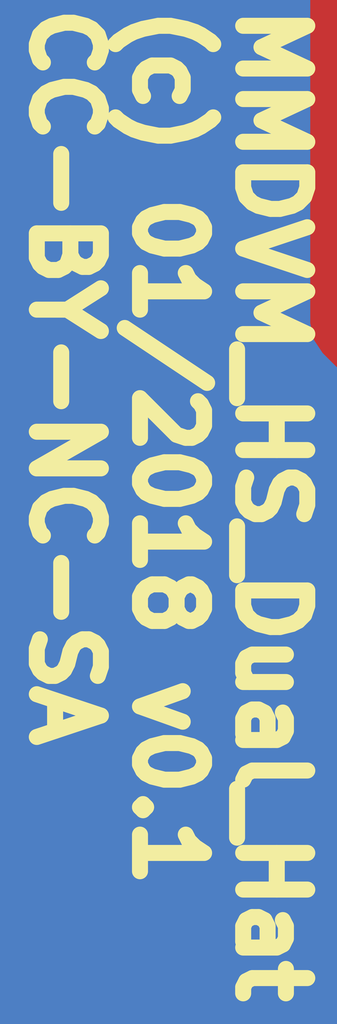
<source format=kicad_pcb>
(kicad_pcb (version 20171130) (host pcbnew "(2017-12-10 revision 6ee26fd)-master")
  (layers (0 F.Cu signal hide) (31 B.Cu signal hide) (34 B.Paste user) (35 F.Paste user hide) (36 B.SilkS user hide) (37 F.SilkS user) (38 B.Mask user hide) (39 F.Mask user hide) (44 Edge.Cuts user hide))
  (net 0 "")
  (net 1 "Net-(J1-Pad38)")
  (net 2 "Net-(C1-Pad1)")
  (net 3 GND)
  (net 4 "Net-(C2-Pad1)")
  (net 5 "Net-(C6-Pad1)")
  (net 6 "Net-(C6-Pad2)")
  (net 7 "Net-(C7-Pad1)")
  (net 8 "Net-(C9-Pad1)")
  (net 9 "Net-(C10-Pad2)")
  (net 10 "Net-(C10-Pad1)")
  (net 11 "Net-(C11-Pad1)")
  (net 12 "Net-(C12-Pad1)")
  (net 13 "Net-(C13-Pad1)")
  (net 14 "Net-(C14-Pad1)")
  (net 15 "Net-(C19-Pad1)")
  (net 16 "Net-(C20-Pad1)")
  (net 17 "Net-(C21-Pad1)")
  (net 18 "Net-(C22-Pad1)")
  (net 19 "Net-(C23-Pad1)")
  (net 20 "Net-(C23-Pad2)")
  (net 21 "Net-(C24-Pad1)")
  (net 22 "Net-(C24-Pad2)")
  (net 23 "Net-(C25-Pad1)")
  (net 24 "Net-(C26-Pad1)")
  (net 25 "Net-(C27-Pad1)")
  (net 26 "Net-(C28-Pad1)")
  (net 27 "Net-(C29-Pad2)")
  (net 28 "Net-(C30-Pad2)")
  (net 29 "Net-(C33-Pad1)")
  (net 30 TCXO)
  (net 31 "Net-(C35-Pad2)")
  (net 32 "Net-(C36-Pad2)")
  (net 33 NRST)
  (net 34 +3V3)
  (net 35 SERVICE)
  (net 36 +5V)
  (net 37 SDA)
  (net 38 SCL)
  (net 39 RXD)
  (net 40 TXD)
  (net 41 "Net-(L1-Pad1)")
  (net 42 "Net-(L2-Pad1)")
  (net 43 DISP_TXD)
  (net 44 DISP_RXD)
  (net 45 SWDIO)
  (net 46 SWCLK)
  (net 47 BOOT0)
  (net 48 "Net-(R2-Pad1)")
  (net 49 "Net-(R3-Pad1)")
  (net 50 "Net-(R4-Pad1)")
  (net 51 "Net-(R5-Pad1)")
  (net 52 DCLK2)
  (net 53 "Net-(R12-Pad2)")
  (net 54 DATA2)
  (net 55 "Net-(R13-Pad2)")
  (net 56 DCLK1)
  (net 57 "Net-(R14-Pad2)")
  (net 58 DATA1)
  (net 59 "Net-(R15-Pad2)")
  (net 60 COS_LED)
  (net 61 PTT_LED)
  (net 62 DMR_LED)
  (net 63 DSTAR_LED)
  (net 64 YSF_LED)
  (net 65 P25_LED)
  (net 66 CE)
  (net 67 SLE2)
  (net 68 SDATA)
  (net 69 SREAD)
  (net 70 SCLK)
  (net 71 SLE1)
  (net 72 "Net-(C34-Pad2)")
  (net 73 "Net-(C40-Pad1)")
  (net 74 "Net-(C41-Pad1)")
  (net 75 "Net-(C43-Pad1)")
  (net 76 "Net-(C49-Pad1)")
  (net 77 "Net-(C50-Pad2)")
  (net 78 "Net-(C51-Pad2)")
  (net 79 D-)
  (net 80 D+)
  (net 81 BOOT1)
  (net 82 NXDN_LED)
  (net 83 TCXO2)
  (net 84 "Net-(COS1-Pad2)")
  (net 85 "Net-(D*1-Pad2)")
  (net 86 "Net-(DMR1-Pad2)")
  (net 87 "Net-(NXD1-Pad2)")
  (net 88 "Net-(PTT1-Pad2)")
  (net 89 "Net-(PWR1-Pad2)")
  (net 90 "Net-(R22-Pad1)")
  (net 91 "Net-(R24-Pad2)")
  (net 92 "Net-(P25-Pad2)")
  (net 93 "Net-(J1-Pad1)")
  (net 94 "Net-(J1-Pad7)")
  (net 95 "Net-(J1-Pad11)")
  (net 96 "Net-(J1-Pad12)")
  (net 97 "Net-(J1-Pad13)")
  (net 98 "Net-(J1-Pad15)")
  (net 99 "Net-(J1-Pad16)")
  (net 100 "Net-(J1-Pad17)")
  (net 101 "Net-(J1-Pad18)")
  (net 102 "Net-(J1-Pad19)")
  (net 103 "Net-(J1-Pad21)")
  (net 104 "Net-(J1-Pad22)")
  (net 105 "Net-(J1-Pad23)")
  (net 106 "Net-(J1-Pad24)")
  (net 107 "Net-(J1-Pad26)")
  (net 108 "Net-(J1-Pad27)")
  (net 109 "Net-(J1-Pad28)")
  (net 110 "Net-(J1-Pad29)")
  (net 111 "Net-(J1-Pad31)")
  (net 112 "Net-(J1-Pad32)")
  (net 113 "Net-(J1-Pad33)")
  (net 114 "Net-(J1-Pad35)")
  (net 115 "Net-(J1-Pad36)")
  (net 116 "Net-(J1-Pad37)")
  (net 117 "Net-(P6-Pad4)")
  (net 118 "Net-(U1-Pad13)")
  (net 119 "Net-(U1-Pad14)")
  (net 120 "Net-(U1-Pad15)")
  (net 121 "Net-(U1-Pad16)")
  (net 122 "Net-(U1-Pad17)")
  (net 123 "Net-(U1-Pad18)")
  (net 124 "Net-(U1-Pad20)")
  (net 125 "Net-(U1-Pad21)")
  (net 126 "Net-(U1-Pad23)")
  (net 127 "Net-(U1-Pad30)")
  (net 128 "Net-(U1-Pad33)")
  (net 129 "Net-(U1-Pad36)")
  (net 130 "Net-(U1-Pad37)")
  (net 131 "Net-(U1-Pad38)")
  (net 132 "Net-(U1-Pad44)")
  (net 133 "Net-(U1-Pad46)")
  (net 134 "Net-(U2-Pad13)")
  (net 135 "Net-(U2-Pad14)")
  (net 136 "Net-(U2-Pad15)")
  (net 137 "Net-(U2-Pad16)")
  (net 138 "Net-(U2-Pad17)")
  (net 139 "Net-(U2-Pad18)")
  (net 140 "Net-(U2-Pad20)")
  (net 141 "Net-(U2-Pad21)")
  (net 142 "Net-(U2-Pad23)")
  (net 143 "Net-(U2-Pad30)")
  (net 144 "Net-(U2-Pad33)")
  (net 145 "Net-(U2-Pad36)")
  (net 146 "Net-(U2-Pad37)")
  (net 147 "Net-(U2-Pad38)")
  (net 148 "Net-(U2-Pad44)")
  (net 149 "Net-(U2-Pad46)")
  (net 150 "Net-(U3-Pad4)")
  (net 151 "Net-(U3-Pad10)")
  (net 152 "Net-(U3-Pad11)")
  (net 153 "Net-(U3-Pad17)")
  (net 154 "Net-(U3-Pad21)")
  (net 155 "Net-(U3-Pad22)")
  (net 156 "Net-(U3-Pad38)")
  (net 157 "Net-(U3-Pad46)")
  (net 158 "Net-(X1-Pad1)")
  (module TO_SOT_Packages_SMD:SOT-223-3_TabPin2 (layer F.Cu) (at 136 94.5 90)
    (fp_text reference U4 (at 0 -1.75 90) (layer F.SilkS))
    (fp_text value LD1117S33TR)
    (pad 2 smd rect (at 3.15 0 90) (size 2 3.8) (layers F.Cu F.Paste F.Mask) (net 75 "Net-(C43-Pad1)"))
    (pad 2 smd rect (at -3.15 0 90) (size 2 1.5) (layers F.Cu F.Paste F.Mask) (net 75 "Net-(C43-Pad1)"))
    (pad 3 smd rect (at -3.15 2.3 90) (size 2 1.5) (layers F.Cu F.Paste F.Mask) (net 36 +5V))
    (pad 1 smd rect (at -3.15 -2.3 90) (size 2 1.5) (layers F.Cu F.Paste F.Mask) (net 3 GND))
  )
  (module RPi_Hat:RPi_Hat_Mounting_Hole (layer F.Cu) (at 151.75 86)
    (fp_text reference or hide)
    (fp_text value "" hide)
    (pad "" np_thru_hole circle (at 0 0) (size 2.75 2.75) (drill 2.75) (layers *.Cu *.Mask) (clearance 1.725))
  )
  (module RPi_Hat:RPi_Hat_Mounting_Hole (layer F.Cu) (at 151.75 135)
    (fp_text reference ur hide)
    (fp_text value "" hide)
    (pad "" np_thru_hole circle (at 0 0) (size 2.75 2.75) (drill 2.75) (layers *.Cu *.Mask) (clearance 1.725))
  )
  (module RPi_Hat:RPi_Hat_Mounting_Hole (layer F.Cu) (at 93.75 135)
    (fp_text reference ul hide)
    (fp_text value "" hide)
    (pad "" np_thru_hole circle (at 0 0) (size 2.75 2.75) (drill 2.75) (layers *.Cu *.Mask) (clearance 1.725))
  )
  (module RPi_Hat:RPi_Hat_Mounting_Hole (layer F.Cu) (at 93.75 86)
    (fp_text reference ol hide)
    (fp_text value "" hide)
    (pad "" np_thru_hole circle (at 0 0) (size 2.75 2.75) (drill 2.75) (layers *.Cu *.Mask) (clearance 1.725))
  )
  (module Capacitors_SMD:C_0402 (layer F.Cu) (at 102.5 96.75 180)
    (fp_text reference C1 (at 0 -1.25 180) (layer F.SilkS) (effects (font (size 0.5 0.5) (thickness 0.125))))
    (fp_text value 6p8)
    (pad 1 smd rect (at -0.55 0 180) (size 0.6 0.5) (layers F.Cu F.Paste F.Mask) (net 2 "Net-(C1-Pad1)"))
    (pad 2 smd rect (at 0.55 0 180) (size 0.6 0.5) (layers F.Cu F.Paste F.Mask) (net 3 GND))
  )
  (module Capacitors_SMD:C_0402 (layer F.Cu) (at 102.5 129.25 180)
    (fp_text reference C2 (at 0 -1.7 180) (layer F.SilkS))
    (fp_text value 6p8)
    (pad 1 smd rect (at -0.55 0 180) (size 0.6 0.5) (layers F.Cu F.Paste F.Mask) (net 4 "Net-(C2-Pad1)"))
    (pad 2 smd rect (at 0.55 0 180) (size 0.6 0.5) (layers F.Cu F.Paste F.Mask) (net 3 GND))
  )
  (module Capacitors_SMD:C_0402 (layer F.Cu) (at 105.5 96.75 180)
    (fp_text reference C3 (at -2 0 270) (layer F.SilkS) (effects (font (size 0.5 0.5) (thickness 0.125))))
    (fp_text value 10n)
    (pad 1 smd rect (at -0.55 0 180) (size 0.6 0.5) (layers F.Cu F.Paste F.Mask) (net 34 +3V3))
    (pad 2 smd rect (at 0.55 0 180) (size 0.6 0.5) (layers F.Cu F.Paste F.Mask) (net 3 GND))
  )
  (module Capacitors_SMD:C_0402 (layer F.Cu) (at 105.5 120)
    (fp_text reference C4 (at -2.5 0) (layer F.SilkS))
    (fp_text value 10n)
    (pad 1 smd rect (at -0.55 0) (size 0.6 0.5) (layers F.Cu F.Paste F.Mask) (net 34 +3V3))
    (pad 2 smd rect (at 0.55 0) (size 0.6 0.5) (layers F.Cu F.Paste F.Mask) (net 3 GND))
  )
  (module Capacitors_SMD:C_0402 (layer F.Cu) (at 105.5 95 180)
    (fp_text reference C5 (at -2 0 270) (layer F.SilkS) (effects (font (size 0.5 0.5) (thickness 0.125))))
    (fp_text value 220p)
    (pad 1 smd rect (at -0.55 0 180) (size 0.6 0.5) (layers F.Cu F.Paste F.Mask) (net 34 +3V3))
    (pad 2 smd rect (at 0.55 0 180) (size 0.6 0.5) (layers F.Cu F.Paste F.Mask) (net 3 GND))
  )
  (module Capacitors_SMD:C_0402 (layer F.Cu) (at 105.5 100.25 180)
    (fp_text reference C6 (at -2.5 0 180) (layer F.SilkS))
    (fp_text value 10p)
    (pad 1 smd rect (at -0.55 0 180) (size 0.6 0.5) (layers F.Cu F.Paste F.Mask) (net 5 "Net-(C6-Pad1)"))
    (pad 2 smd rect (at 0.55 0 180) (size 0.6 0.5) (layers F.Cu F.Paste F.Mask) (net 6 "Net-(C6-Pad2)"))
  )
  (module Capacitors_SMD:C_0402 (layer F.Cu) (at 105.5 102 180)
    (fp_text reference C7 (at -2.5 0 180) (layer F.SilkS))
    (fp_text value 4p7)
    (pad 1 smd rect (at -0.55 0 180) (size 0.6 0.5) (layers F.Cu F.Paste F.Mask) (net 7 "Net-(C7-Pad1)"))
    (pad 2 smd rect (at 0.55 0 180) (size 0.6 0.5) (layers F.Cu F.Paste F.Mask) (net 6 "Net-(C6-Pad2)"))
  )
  (module Capacitors_SMD:C_0402 (layer F.Cu) (at 105.5 118.25)
    (fp_text reference C8 (at -2.5 0) (layer F.SilkS))
    (fp_text value 220p)
    (pad 1 smd rect (at -0.55 0) (size 0.6 0.5) (layers F.Cu F.Paste F.Mask) (net 34 +3V3))
    (pad 2 smd rect (at 0.55 0) (size 0.6 0.5) (layers F.Cu F.Paste F.Mask) (net 3 GND))
  )
  (module Capacitors_SMD:C_0402 (layer F.Cu) (at 105.5 123.5 180)
    (fp_text reference C9 (at -2.5 0 180) (layer F.SilkS))
    (fp_text value 10p)
    (pad 1 smd rect (at -0.55 0 180) (size 0.6 0.5) (layers F.Cu F.Paste F.Mask) (net 8 "Net-(C9-Pad1)"))
    (pad 2 smd rect (at 0.55 0 180) (size 0.6 0.5) (layers F.Cu F.Paste F.Mask) (net 9 "Net-(C10-Pad2)"))
  )
  (module Capacitors_SMD:C_0402 (layer F.Cu) (at 105.5 125.5 180)
    (fp_text reference C10 (at -3 0 180) (layer F.SilkS))
    (fp_text value 4p7)
    (pad 1 smd rect (at -0.55 0 180) (size 0.6 0.5) (layers F.Cu F.Paste F.Mask) (net 10 "Net-(C10-Pad1)"))
    (pad 2 smd rect (at 0.55 0 180) (size 0.6 0.5) (layers F.Cu F.Paste F.Mask) (net 9 "Net-(C10-Pad2)"))
  )
  (module Capacitors_SMD:C_0402 (layer F.Cu) (at 105.5 105.5 180)
    (fp_text reference C11 (at -3 0 180) (layer F.SilkS))
    (fp_text value 6p8)
    (pad 1 smd rect (at -0.55 0 180) (size 0.6 0.5) (layers F.Cu F.Paste F.Mask) (net 11 "Net-(C11-Pad1)"))
    (pad 2 smd rect (at 0.55 0 180) (size 0.6 0.5) (layers F.Cu F.Paste F.Mask) (net 3 GND))
  )
  (module Capacitors_SMD:C_0402 (layer F.Cu) (at 105.5 129.25 180)
    (fp_text reference C12 (at -3 0 180) (layer F.SilkS))
    (fp_text value 6p8)
    (pad 1 smd rect (at -0.55 0 180) (size 0.6 0.5) (layers F.Cu F.Paste F.Mask) (net 12 "Net-(C12-Pad1)"))
    (pad 2 smd rect (at 0.55 0 180) (size 0.6 0.5) (layers F.Cu F.Paste F.Mask) (net 3 GND))
  )
  (module Capacitors_SMD:C_0402 (layer F.Cu) (at 105.5 93.25 180)
    (fp_text reference C13 (at -2 0 270) (layer F.SilkS) (effects (font (size 0.5 0.5) (thickness 0.125))))
    (fp_text value 100n)
    (pad 1 smd rect (at -0.55 0 180) (size 0.6 0.5) (layers F.Cu F.Paste F.Mask) (net 13 "Net-(C13-Pad1)"))
    (pad 2 smd rect (at 0.55 0 180) (size 0.6 0.5) (layers F.Cu F.Paste F.Mask) (net 3 GND))
  )
  (module Capacitors_SMD:C_0402 (layer F.Cu) (at 105.5 116.5)
    (fp_text reference C14 (at -2.9 0) (layer F.SilkS))
    (fp_text value 100n)
    (pad 1 smd rect (at -0.55 0) (size 0.6 0.5) (layers F.Cu F.Paste F.Mask) (net 14 "Net-(C14-Pad1)"))
    (pad 2 smd rect (at 0.55 0) (size 0.6 0.5) (layers F.Cu F.Paste F.Mask) (net 3 GND))
  )
  (module Capacitors_SMD:C_0402 (layer F.Cu) (at 105.5 109 180)
    (fp_text reference C15 (at -3 0 180) (layer F.SilkS))
    (fp_text value 10n)
    (pad 1 smd rect (at -0.55 0 180) (size 0.6 0.5) (layers F.Cu F.Paste F.Mask) (net 34 +3V3))
    (pad 2 smd rect (at 0.55 0 180) (size 0.6 0.5) (layers F.Cu F.Paste F.Mask) (net 3 GND))
  )
  (module Capacitors_SMD:C_0402 (layer F.Cu) (at 105.5 132.75 180)
    (fp_text reference C16 (at -3 0 180) (layer F.SilkS))
    (fp_text value 10n)
    (pad 1 smd rect (at -0.55 0 180) (size 0.6 0.5) (layers F.Cu F.Paste F.Mask) (net 34 +3V3))
    (pad 2 smd rect (at 0.55 0 180) (size 0.6 0.5) (layers F.Cu F.Paste F.Mask) (net 3 GND))
  )
  (module Capacitors_SMD:C_0402 (layer F.Cu) (at 105.5 91.5 180)
    (fp_text reference C17 (at 3 0 180) (layer F.SilkS))
    (fp_text value 10n)
    (pad 1 smd rect (at -0.55 0 180) (size 0.6 0.5) (layers F.Cu F.Paste F.Mask) (net 34 +3V3))
    (pad 2 smd rect (at 0.55 0 180) (size 0.6 0.5) (layers F.Cu F.Paste F.Mask) (net 3 GND))
  )
  (module Capacitors_SMD:C_0402 (layer F.Cu) (at 108.5 120)
    (fp_text reference C18 (at 2.3 0) (layer F.SilkS) (effects (font (size 0.5 0.5) (thickness 0.125))))
    (fp_text value 10n)
    (pad 1 smd rect (at -0.55 0) (size 0.6 0.5) (layers F.Cu F.Paste F.Mask) (net 34 +3V3))
    (pad 2 smd rect (at 0.55 0) (size 0.6 0.5) (layers F.Cu F.Paste F.Mask) (net 3 GND))
  )
  (module Capacitors_SMD:C_0402 (layer F.Cu) (at 105.5 112.5 180)
    (fp_text reference C19 (at -3 0 180) (layer F.SilkS))
    (fp_text value 100n)
    (pad 1 smd rect (at -0.55 0 180) (size 0.6 0.5) (layers F.Cu F.Paste F.Mask) (net 15 "Net-(C19-Pad1)"))
    (pad 2 smd rect (at 0.55 0 180) (size 0.6 0.5) (layers F.Cu F.Paste F.Mask) (net 3 GND))
  )
  (module Capacitors_SMD:C_0402 (layer F.Cu) (at 105.5 136.25 180)
    (fp_text reference C20 (at -3 0 180) (layer F.SilkS))
    (fp_text value 100n)
    (pad 1 smd rect (at -0.55 0 180) (size 0.6 0.5) (layers F.Cu F.Paste F.Mask) (net 16 "Net-(C20-Pad1)"))
    (pad 2 smd rect (at 0.55 0 180) (size 0.6 0.5) (layers F.Cu F.Paste F.Mask) (net 3 GND))
  )
  (module Capacitors_SMD:C_0402 (layer F.Cu) (at 112.25 91.5 90)
    (fp_text reference C21 (at 0 -1.25 90) (layer F.SilkS) (effects (font (size 0.5 0.5) (thickness 0.125))))
    (fp_text value 470p)
    (pad 1 smd rect (at -0.55 0 90) (size 0.6 0.5) (layers F.Cu F.Paste F.Mask) (net 17 "Net-(C21-Pad1)"))
    (pad 2 smd rect (at 0.55 0 90) (size 0.6 0.5) (layers F.Cu F.Paste F.Mask) (net 3 GND))
  )
  (module Capacitors_SMD:C_0402 (layer F.Cu) (at 113.25 115.25 90)
    (fp_text reference C22 (at 3 0 90) (layer F.SilkS))
    (fp_text value 470p)
    (pad 1 smd rect (at -0.55 0 90) (size 0.6 0.5) (layers F.Cu F.Paste F.Mask) (net 18 "Net-(C22-Pad1)"))
    (pad 2 smd rect (at 0.55 0 90) (size 0.6 0.5) (layers F.Cu F.Paste F.Mask) (net 3 GND))
  )
  (module Capacitors_SMD:C_0402 (layer F.Cu) (at 110.25 96.75 180)
    (fp_text reference C23 (at 0 1.25 180) (layer F.SilkS) (effects (font (size 0.5 0.5) (thickness 0.125))))
    (fp_text value 22n)
    (pad 1 smd rect (at -0.55 0 180) (size 0.6 0.5) (layers F.Cu F.Paste F.Mask) (net 19 "Net-(C23-Pad1)"))
    (pad 2 smd rect (at 0.55 0 180) (size 0.6 0.5) (layers F.Cu F.Paste F.Mask) (net 20 "Net-(C23-Pad2)"))
  )
  (module Capacitors_SMD:C_0402 (layer F.Cu) (at 108.5 118.25 180)
    (fp_text reference C24 (at -2.25 0 180) (layer F.SilkS) (effects (font (size 0.5 0.5) (thickness 0.125))))
    (fp_text value 22n)
    (pad 1 smd rect (at -0.55 0 180) (size 0.6 0.5) (layers F.Cu F.Paste F.Mask) (net 21 "Net-(C24-Pad1)"))
    (pad 2 smd rect (at 0.55 0 180) (size 0.6 0.5) (layers F.Cu F.Paste F.Mask) (net 22 "Net-(C24-Pad2)"))
  )
  (module Capacitors_SMD:C_0402 (layer F.Cu) (at 114 91.5 90)
    (fp_text reference C25 (at 2 0 90) (layer F.SilkS) (effects (font (size 0.5 0.5) (thickness 0.125))))
    (fp_text value 15n)
    (pad 1 smd rect (at -0.55 0 90) (size 0.6 0.5) (layers F.Cu F.Paste F.Mask) (net 23 "Net-(C25-Pad1)"))
    (pad 2 smd rect (at 0.55 0 90) (size 0.6 0.5) (layers F.Cu F.Paste F.Mask) (net 3 GND))
  )
  (module Capacitors_SMD:C_0402 (layer F.Cu) (at 115 115.25 90)
    (fp_text reference C26 (at 3 0 90) (layer F.SilkS))
    (fp_text value 15n)
    (pad 1 smd rect (at -0.55 0 90) (size 0.6 0.5) (layers F.Cu F.Paste F.Mask) (net 24 "Net-(C26-Pad1)"))
    (pad 2 smd rect (at 0.55 0 90) (size 0.6 0.5) (layers F.Cu F.Paste F.Mask) (net 3 GND))
  )
  (module Capacitors_SMD:C_0402 (layer F.Cu) (at 116 91.5 90)
    (fp_text reference C27 (at -3 0 90) (layer F.SilkS))
    (fp_text value 1n)
    (pad 1 smd rect (at -0.55 0 90) (size 0.6 0.5) (layers F.Cu F.Paste F.Mask) (net 25 "Net-(C27-Pad1)"))
    (pad 2 smd rect (at 0.55 0 90) (size 0.6 0.5) (layers F.Cu F.Paste F.Mask) (net 3 GND))
  )
  (module Capacitors_SMD:C_0402 (layer F.Cu) (at 116.75 118.25 90)
    (fp_text reference C28 (at -2.75 0 90) (layer F.SilkS))
    (fp_text value 1n)
    (pad 1 smd rect (at -0.55 0 90) (size 0.6 0.5) (layers F.Cu F.Paste F.Mask) (net 26 "Net-(C28-Pad1)"))
    (pad 2 smd rect (at 0.55 0 90) (size 0.6 0.5) (layers F.Cu F.Paste F.Mask) (net 3 GND))
  )
  (module Capacitors_SMD:C_0402 (layer F.Cu) (at 117.75 91.5 270)
    (fp_text reference C29 (at 3 0 270) (layer F.SilkS))
    (fp_text value 100n)
    (pad 1 smd rect (at -0.55 0 270) (size 0.6 0.5) (layers F.Cu F.Paste F.Mask) (net 3 GND))
    (pad 2 smd rect (at 0.55 0 270) (size 0.6 0.5) (layers F.Cu F.Paste F.Mask) (net 27 "Net-(C29-Pad2)"))
  )
  (module Capacitors_SMD:C_0402 (layer F.Cu) (at 116.75 115.25 270)
    (fp_text reference C30 (at -3 0 270) (layer F.SilkS))
    (fp_text value 100n)
    (pad 1 smd rect (at -0.55 0 270) (size 0.6 0.5) (layers F.Cu F.Paste F.Mask) (net 3 GND))
    (pad 2 smd rect (at 0.55 0 270) (size 0.6 0.5) (layers F.Cu F.Paste F.Mask) (net 28 "Net-(C30-Pad2)"))
  )
  (module Capacitors_SMD:C_0402 (layer F.Cu) (at 123.25 97.5 270)
    (fp_text reference C31 (at 0 1.25 270) (layer F.SilkS) (effects (font (size 0.5 0.5) (thickness 0.125))))
    (fp_text value 10n)
    (pad 1 smd rect (at -0.55 0 270) (size 0.6 0.5) (layers F.Cu F.Paste F.Mask) (net 34 +3V3))
    (pad 2 smd rect (at 0.55 0 270) (size 0.6 0.5) (layers F.Cu F.Paste F.Mask) (net 3 GND))
  )
  (module Capacitors_SMD:C_0402 (layer F.Cu) (at 118.5 115.25 90)
    (fp_text reference C32 (at 3 0 90) (layer F.SilkS))
    (fp_text value 10n)
    (pad 1 smd rect (at -0.55 0 90) (size 0.6 0.5) (layers F.Cu F.Paste F.Mask) (net 34 +3V3))
    (pad 2 smd rect (at 0.55 0 90) (size 0.6 0.5) (layers F.Cu F.Paste F.Mask) (net 3 GND))
  )
  (module Capacitors_SMD:C_0402 (layer F.Cu) (at 118.5 118.25 90)
    (fp_text reference C33 (at -3 0 90) (layer F.SilkS))
    (fp_text value 22p)
    (pad 1 smd rect (at -0.55 0 90) (size 0.6 0.5) (layers F.Cu F.Paste F.Mask) (net 29 "Net-(C33-Pad1)"))
    (pad 2 smd rect (at 0.55 0 90) (size 0.6 0.5) (layers F.Cu F.Paste F.Mask) (net 83 TCXO2))
  )
  (module Capacitors_SMD:C_0402 (layer F.Cu) (at 119.25 97 270)
    (fp_text reference C34 (at 0 -1.7 270) (layer F.SilkS))
    (fp_text value 22p)
    (pad 1 smd rect (at -0.55 0 270) (size 0.6 0.5) (layers F.Cu F.Paste F.Mask) (net 30 TCXO))
    (pad 2 smd rect (at 0.55 0 270) (size 0.6 0.5) (layers F.Cu F.Paste F.Mask) (net 72 "Net-(C34-Pad2)"))
  )
  (module Capacitors_SMD:C_0402 (layer F.Cu) (at 124 110.75 180)
    (fp_text reference C35 (at 0.05 -1.75 180) (layer F.SilkS))
    (fp_text value 100n)
    (pad 1 smd rect (at -0.55 0 180) (size 0.6 0.5) (layers F.Cu F.Paste F.Mask) (net 3 GND))
    (pad 2 smd rect (at 0.55 0 180) (size 0.6 0.5) (layers F.Cu F.Paste F.Mask) (net 31 "Net-(C35-Pad2)"))
  )
  (module Capacitors_SMD:C_0402 (layer F.Cu) (at 124.2 130 180)
    (fp_text reference C36 (at 2.8 0 180) (layer F.SilkS))
    (fp_text value 100n)
    (pad 1 smd rect (at -0.55 0 180) (size 0.6 0.5) (layers F.Cu F.Paste F.Mask) (net 3 GND))
    (pad 2 smd rect (at 0.55 0 180) (size 0.6 0.5) (layers F.Cu F.Paste F.Mask) (net 32 "Net-(C36-Pad2)"))
  )
  (module Capacitors_SMD:C_0402 (layer F.Cu) (at 124 107.25 180)
    (fp_text reference C37 (at 0 -1.75 180) (layer F.SilkS))
    (fp_text value 10n)
    (pad 1 smd rect (at -0.55 0 180) (size 0.6 0.5) (layers F.Cu F.Paste F.Mask) (net 3 GND))
    (pad 2 smd rect (at 0.55 0 180) (size 0.6 0.5) (layers F.Cu F.Paste F.Mask) (net 34 +3V3))
  )
  (module Capacitors_SMD:C_0402 (layer F.Cu) (at 124.2 128 180)
    (fp_text reference C38 (at 2.8 0 180) (layer F.SilkS))
    (fp_text value 10n)
    (pad 1 smd rect (at -0.55 0 180) (size 0.6 0.5) (layers F.Cu F.Paste F.Mask) (net 3 GND))
    (pad 2 smd rect (at 0.55 0 180) (size 0.6 0.5) (layers F.Cu F.Paste F.Mask) (net 34 +3V3))
  )
  (module Capacitors_SMD:C_0402 (layer F.Cu) (at 129.75 97.5)
    (fp_text reference C39 (at -3.25 0) (layer F.SilkS))
    (fp_text value 10n)
    (pad 1 smd rect (at -0.55 0) (size 0.6 0.5) (layers F.Cu F.Paste F.Mask) (net 34 +3V3))
    (pad 2 smd rect (at 0.55 0) (size 0.6 0.5) (layers F.Cu F.Paste F.Mask) (net 3 GND))
  )
  (module Capacitors_SMD:C_0402 (layer F.Cu) (at 130 115.75 90)
    (fp_text reference C40 (at 2.25 -0.75 180) (layer F.SilkS))
    (fp_text value 20p)
    (pad 1 smd rect (at -0.55 0 90) (size 0.6 0.5) (layers F.Cu F.Paste F.Mask) (net 73 "Net-(C40-Pad1)"))
    (pad 2 smd rect (at 0.55 0 90) (size 0.6 0.5) (layers F.Cu F.Paste F.Mask) (net 3 GND))
  )
  (module Capacitors_SMD:C_0402 (layer F.Cu) (at 139 115.75 90)
    (fp_text reference C41 (at 0 1.75 90) (layer F.SilkS))
    (fp_text value 20p)
    (pad 1 smd rect (at -0.55 0 90) (size 0.6 0.5) (layers F.Cu F.Paste F.Mask) (net 74 "Net-(C41-Pad1)"))
    (pad 2 smd rect (at 0.55 0 90) (size 0.6 0.5) (layers F.Cu F.Paste F.Mask) (net 3 GND))
  )
  (module Capacitors_SMD:C_0402 (layer F.Cu) (at 136 125.6 180)
    (fp_text reference C42 (at -2.8 0 180) (layer F.SilkS))
    (fp_text value 100n)
    (pad 1 smd rect (at -0.55 0 180) (size 0.6 0.5) (layers F.Cu F.Paste F.Mask) (net 33 NRST))
    (pad 2 smd rect (at 0.55 0 180) (size 0.6 0.5) (layers F.Cu F.Paste F.Mask) (net 3 GND))
  )
  (module Capacitors_SMD:C_0402 (layer F.Cu) (at 129.75 90.75 180)
    (fp_text reference C43 (at 0 1.25 180) (layer F.SilkS) (effects (font (size 0.5 0.5) (thickness 0.125))))
    (fp_text value 100n)
    (pad 1 smd rect (at -0.55 0 180) (size 0.6 0.5) (layers F.Cu F.Paste F.Mask) (net 75 "Net-(C43-Pad1)"))
    (pad 2 smd rect (at 0.55 0 180) (size 0.6 0.5) (layers F.Cu F.Paste F.Mask) (net 3 GND))
  )
  (module Capacitors_SMD:C_0402 (layer F.Cu) (at 139.75 105.5 90)
    (fp_text reference C44 (at -3 0 90) (layer F.SilkS))
    (fp_text value 100n)
    (pad 1 smd rect (at -0.55 0 90) (size 0.6 0.5) (layers F.Cu F.Paste F.Mask) (net 34 +3V3))
    (pad 2 smd rect (at 0.55 0 90) (size 0.6 0.5) (layers F.Cu F.Paste F.Mask) (net 3 GND))
  )
  (module Capacitors_SMD:C_0402 (layer F.Cu) (at 141.5 105.5 90)
    (fp_text reference C45 (at -3 0 90) (layer F.SilkS))
    (fp_text value 100n)
    (pad 1 smd rect (at -0.55 0 90) (size 0.6 0.5) (layers F.Cu F.Paste F.Mask) (net 34 +3V3))
    (pad 2 smd rect (at 0.55 0 90) (size 0.6 0.5) (layers F.Cu F.Paste F.Mask) (net 3 GND))
  )
  (module Capacitors_Tantalum_SMD:TantalC_SizeA_EIA-3216_Reflow (layer F.Cu) (at 126.25 92.5 90)
    (fp_text reference C46 (at 0 -1.9 90) (layer F.SilkS))
    (fp_text value 10u/10V)
    (pad 2 smd rect (at 1.31 0 90) (size 1.8 1.23) (layers F.Cu F.Paste F.Mask) (net 3 GND))
    (pad 1 smd rect (at -1.31 0 90) (size 1.8 1.23) (layers F.Cu F.Paste F.Mask) (net 34 +3V3))
  )
  (module Capacitors_SMD:C_0402 (layer F.Cu) (at 143.25 105.5 90)
    (fp_text reference C47 (at -3 0 90) (layer F.SilkS))
    (fp_text value 100n)
    (pad 1 smd rect (at -0.55 0 90) (size 0.6 0.5) (layers F.Cu F.Paste F.Mask) (net 34 +3V3))
    (pad 2 smd rect (at 0.55 0 90) (size 0.6 0.5) (layers F.Cu F.Paste F.Mask) (net 3 GND))
  )
  (module Capacitors_SMD:C_0402 (layer F.Cu) (at 129.75 94.5)
    (fp_text reference C48 (at 0 1.5) (layer F.SilkS))
    (fp_text value 10u)
    (pad 1 smd rect (at -0.55 0) (size 0.6 0.5) (layers F.Cu F.Paste F.Mask) (net 34 +3V3))
    (pad 2 smd rect (at 0.55 0) (size 0.6 0.5) (layers F.Cu F.Paste F.Mask) (net 3 GND))
  )
  (module Inductors_SMD:L_0402 (layer F.Cu) (at 102.5 95)
    (fp_text reference L1 (at 0 -1.8) (layer F.SilkS))
    (fp_text value 22n)
    (pad 1 smd rect (at -0.45 0) (size 0.4 0.6) (layers F.Cu F.Paste F.Mask) (net 41 "Net-(L1-Pad1)"))
    (pad 2 smd rect (at 0.45 0) (size 0.4 0.6) (layers F.Cu F.Paste F.Mask) (net 2 "Net-(C1-Pad1)"))
  )
  (module Inductors_SMD:L_0402 (layer F.Cu) (at 102.75 125)
    (fp_text reference L2 (at 0 1.5) (layer F.SilkS))
    (fp_text value 22n)
    (pad 1 smd rect (at -0.45 0) (size 0.4 0.6) (layers F.Cu F.Paste F.Mask) (net 42 "Net-(L2-Pad1)"))
    (pad 2 smd rect (at 0.45 0) (size 0.4 0.6) (layers F.Cu F.Paste F.Mask) (net 4 "Net-(C2-Pad1)"))
  )
  (module Inductors_SMD:L_0402 (layer F.Cu) (at 103 99.75 270)
    (fp_text reference L3 (at 2 0 270) (layer F.SilkS))
    (fp_text value 20n)
    (pad 1 smd rect (at -0.45 0 270) (size 0.4 0.6) (layers F.Cu F.Paste F.Mask) (net 2 "Net-(C1-Pad1)"))
    (pad 2 smd rect (at 0.45 0 270) (size 0.4 0.6) (layers F.Cu F.Paste F.Mask) (net 6 "Net-(C6-Pad2)"))
  )
  (module Inductors_SMD:L_0402 (layer F.Cu) (at 102.75 121.75)
    (fp_text reference L4 (at 0 1.75) (layer F.SilkS))
    (fp_text value 20n)
    (pad 1 smd rect (at -0.45 0) (size 0.4 0.6) (layers F.Cu F.Paste F.Mask) (net 4 "Net-(C2-Pad1)"))
    (pad 2 smd rect (at 0.45 0) (size 0.4 0.6) (layers F.Cu F.Paste F.Mask) (net 9 "Net-(C10-Pad2)"))
  )
  (module Inductors_SMD:L_0402 (layer F.Cu) (at 105.5 103.75)
    (fp_text reference L5 (at 2.5 0) (layer F.SilkS))
    (fp_text value 27n)
    (pad 1 smd rect (at -0.45 0) (size 0.4 0.6) (layers F.Cu F.Paste F.Mask) (net 11 "Net-(C11-Pad1)"))
    (pad 2 smd rect (at 0.45 0) (size 0.4 0.6) (layers F.Cu F.Paste F.Mask) (net 7 "Net-(C7-Pad1)"))
  )
  (module Inductors_SMD:L_0402 (layer F.Cu) (at 105.5 127.5)
    (fp_text reference L6 (at 2.5 0) (layer F.SilkS))
    (fp_text value 27n)
    (pad 1 smd rect (at -0.45 0) (size 0.4 0.6) (layers F.Cu F.Paste F.Mask) (net 12 "Net-(C12-Pad1)"))
    (pad 2 smd rect (at 0.45 0) (size 0.4 0.6) (layers F.Cu F.Paste F.Mask) (net 10 "Net-(C10-Pad1)"))
  )
  (module Inductors_SMD:L_0402 (layer F.Cu) (at 105.5 98.5)
    (fp_text reference L7 (at 2.25 0) (layer F.SilkS))
    (fp_text value 13n)
    (pad 1 smd rect (at -0.45 0) (size 0.4 0.6) (layers F.Cu F.Paste F.Mask) (net 5 "Net-(C6-Pad1)"))
    (pad 2 smd rect (at 0.45 0) (size 0.4 0.6) (layers F.Cu F.Paste F.Mask) (net 34 +3V3))
  )
  (module Inductors_SMD:L_0402 (layer F.Cu) (at 105.5 121.75 180)
    (fp_text reference L8 (at -2.25 0 180) (layer F.SilkS))
    (fp_text value 13n)
    (pad 1 smd rect (at -0.45 0 180) (size 0.4 0.6) (layers F.Cu F.Paste F.Mask) (net 8 "Net-(C9-Pad1)"))
    (pad 2 smd rect (at 0.45 0 180) (size 0.4 0.6) (layers F.Cu F.Paste F.Mask) (net 34 +3V3))
  )
  (module Inductors_SMD:L_0402 (layer F.Cu) (at 129.75 92.75 180)
    (fp_text reference L9 (at -1.75 0 180) (layer F.SilkS) (effects (font (size 0.5 0.5) (thickness 0.125))))
    (fp_text value 10u)
    (pad 1 smd rect (at -0.45 0 180) (size 0.4 0.6) (layers F.Cu F.Paste F.Mask) (net 75 "Net-(C43-Pad1)"))
    (pad 2 smd rect (at 0.45 0 180) (size 0.4 0.6) (layers F.Cu F.Paste F.Mask) (net 34 +3V3))
  )
  (module Connectors:SMA_THT_Jack_Straight (layer F.Cu) (at 96.5 95.75)
    (fp_text reference P1 (at 0 -5) (layer F.SilkS))
    (fp_text value SMA)
    (pad 2 thru_hole circle (at -2.54 2.54) (size 2.2 2.2) (drill 1.7) (layers *.Cu *.Mask) (net 3 GND))
    (pad 2 thru_hole circle (at -2.54 -2.54) (size 2.2 2.2) (drill 1.7) (layers *.Cu *.Mask) (net 3 GND))
    (pad 2 thru_hole circle (at 2.54 -2.54) (size 2.2 2.2) (drill 1.7) (layers *.Cu *.Mask) (net 3 GND))
    (pad 2 thru_hole circle (at 2.54 2.54) (size 2.2 2.2) (drill 1.7) (layers *.Cu *.Mask) (net 3 GND))
    (pad 1 thru_hole circle (at 0 0) (size 2 2) (drill 1.5) (layers *.Cu *.Mask) (net 41 "Net-(L1-Pad1)"))
  )
  (module Connectors:SMA_THT_Jack_Straight (layer F.Cu) (at 96.5 125)
    (fp_text reference P2 (at 0 -5) (layer F.SilkS))
    (fp_text value SMA)
    (pad 2 thru_hole circle (at -2.54 2.54) (size 2.2 2.2) (drill 1.7) (layers *.Cu *.Mask) (net 3 GND))
    (pad 2 thru_hole circle (at -2.54 -2.54) (size 2.2 2.2) (drill 1.7) (layers *.Cu *.Mask) (net 3 GND))
    (pad 2 thru_hole circle (at 2.54 -2.54) (size 2.2 2.2) (drill 1.7) (layers *.Cu *.Mask) (net 3 GND))
    (pad 2 thru_hole circle (at 2.54 2.54) (size 2.2 2.2) (drill 1.7) (layers *.Cu *.Mask) (net 3 GND))
    (pad 1 thru_hole circle (at 0 0) (size 2 2) (drill 1.5) (layers *.Cu *.Mask) (net 42 "Net-(L2-Pad1)"))
  )
  (module Pin_Headers:Pin_Header_Straight_1x04 (layer F.Cu) (at 137.18 134.2 270)
    (fp_text reference P3 (at 0.15 10.5 270) (layer F.SilkS))
    (fp_text value I2C)
    (pad 1 thru_hole rect (at 0 0 270) (size 2.032 1.7272) (drill 1.016) (layers *.Cu *.Mask F.SilkS) (net 34 +3V3))
    (pad 2 thru_hole oval (at 0 2.54 270) (size 2.032 1.7272) (drill 1.016) (layers *.Cu *.Mask F.SilkS) (net 3 GND))
    (pad 3 thru_hole oval (at 0 5.08 270) (size 2.032 1.7272) (drill 1.016) (layers *.Cu *.Mask F.SilkS) (net 38 SCL))
    (pad 4 thru_hole oval (at 0 7.62 270) (size 2.032 1.7272) (drill 1.016) (layers *.Cu *.Mask F.SilkS) (net 37 SDA))
  )
  (module Pin_Headers:Pin_Header_Straight_1x04 (layer F.Cu) (at 144.85 123.55 90)
    (fp_text reference P4 (at -0.05 -2.75 90) (layer F.SilkS))
    (fp_text value DISPLAY)
    (pad 1 thru_hole rect (at 0 0 90) (size 2.032 1.7272) (drill 1.016) (layers *.Cu *.Mask F.SilkS) (net 36 +5V))
    (pad 2 thru_hole oval (at 0 2.54 90) (size 2.032 1.7272) (drill 1.016) (layers *.Cu *.Mask F.SilkS) (net 43 DISP_TXD))
    (pad 3 thru_hole oval (at 0 5.08 90) (size 2.032 1.7272) (drill 1.016) (layers *.Cu *.Mask F.SilkS) (net 44 DISP_RXD))
    (pad 4 thru_hole oval (at 0 7.62 90) (size 2.032 1.7272) (drill 1.016) (layers *.Cu *.Mask F.SilkS) (net 3 GND))
  )
  (module Pin_Headers:Pin_Header_Straight_1x04 (layer F.Cu) (at 144.85 128.05 90)
    (fp_text reference P5 (at -0.75 -3 90) (layer F.SilkS))
    (fp_text value STLINK)
    (pad 1 thru_hole rect (at 0 0 90) (size 2.032 1.7272) (drill 1.016) (layers *.Cu *.Mask F.SilkS) (net 34 +3V3))
    (pad 2 thru_hole oval (at 0 2.54 90) (size 2.032 1.7272) (drill 1.016) (layers *.Cu *.Mask F.SilkS) (net 45 SWDIO))
    (pad 3 thru_hole oval (at 0 5.08 90) (size 2.032 1.7272) (drill 1.016) (layers *.Cu *.Mask F.SilkS) (net 46 SWCLK))
    (pad 4 thru_hole oval (at 0 7.62 90) (size 2.032 1.7272) (drill 1.016) (layers *.Cu *.Mask F.SilkS) (net 3 GND))
  )
  (module Resistors_SMD:R_0402 (layer F.Cu) (at 141 102)
    (fp_text reference R1 (at -2.25 0) (layer F.SilkS))
    (fp_text value 10k)
    (pad 1 smd rect (at -0.45 0) (size 0.4 0.6) (layers F.Cu F.Paste F.Mask) (net 47 BOOT0))
    (pad 2 smd rect (at 0.45 0) (size 0.4 0.6) (layers F.Cu F.Paste F.Mask) (net 1 "Net-(J1-Pad38)"))
  )
  (module Resistors_SMD:R_0402 (layer F.Cu) (at 105.5 107.25 180)
    (fp_text reference R2 (at -2.75 0 180) (layer F.SilkS))
    (fp_text value 1k1)
    (pad 1 smd rect (at -0.45 0 180) (size 0.4 0.6) (layers F.Cu F.Paste F.Mask) (net 48 "Net-(R2-Pad1)"))
    (pad 2 smd rect (at 0.45 0 180) (size 0.4 0.6) (layers F.Cu F.Paste F.Mask) (net 3 GND))
  )
  (module Resistors_SMD:R_0402 (layer F.Cu) (at 105.5 131 180)
    (fp_text reference R3 (at -2.5 0 180) (layer F.SilkS))
    (fp_text value 1k1)
    (pad 1 smd rect (at -0.45 0 180) (size 0.4 0.6) (layers F.Cu F.Paste F.Mask) (net 49 "Net-(R3-Pad1)"))
    (pad 2 smd rect (at 0.45 0 180) (size 0.4 0.6) (layers F.Cu F.Paste F.Mask) (net 3 GND))
  )
  (module Resistors_SMD:R_0402 (layer F.Cu) (at 105.5 110.75 180)
    (fp_text reference R4 (at -2.5 0 180) (layer F.SilkS))
    (fp_text value 3k8)
    (pad 1 smd rect (at -0.45 0 180) (size 0.4 0.6) (layers F.Cu F.Paste F.Mask) (net 50 "Net-(R4-Pad1)"))
    (pad 2 smd rect (at 0.45 0 180) (size 0.4 0.6) (layers F.Cu F.Paste F.Mask) (net 3 GND))
  )
  (module Resistors_SMD:R_0402 (layer F.Cu) (at 105.25 134.5 180)
    (fp_text reference R5 (at -2.75 0) (layer F.SilkS))
    (fp_text value 3k8)
    (pad 1 smd rect (at -0.45 0 180) (size 0.4 0.6) (layers F.Cu F.Paste F.Mask) (net 51 "Net-(R5-Pad1)"))
    (pad 2 smd rect (at 0.45 0 180) (size 0.4 0.6) (layers F.Cu F.Paste F.Mask) (net 3 GND))
  )
  (module Resistors_SMD:R_0402 (layer F.Cu) (at 109.5 93.75 90)
    (fp_text reference R6 (at 2.5 0 90) (layer F.SilkS))
    (fp_text value 3r9)
    (pad 1 smd rect (at -0.45 0 90) (size 0.4 0.6) (layers F.Cu F.Paste F.Mask) (net 20 "Net-(C23-Pad2)"))
    (pad 2 smd rect (at 0.45 0 90) (size 0.4 0.6) (layers F.Cu F.Paste F.Mask) (net 13 "Net-(C13-Pad1)"))
  )
  (module Resistors_SMD:R_0402 (layer F.Cu) (at 108.25 116.5)
    (fp_text reference R7 (at 2.15 0) (layer F.SilkS))
    (fp_text value 3r9)
    (pad 1 smd rect (at -0.45 0) (size 0.4 0.6) (layers F.Cu F.Paste F.Mask) (net 22 "Net-(C24-Pad2)"))
    (pad 2 smd rect (at 0.45 0) (size 0.4 0.6) (layers F.Cu F.Paste F.Mask) (net 14 "Net-(C14-Pad1)"))
  )
  (module Resistors_SMD:R_0402 (layer F.Cu) (at 112.25 94.25 90)
    (fp_text reference R8 (at -2.5 0 90) (layer F.SilkS))
    (fp_text value 560)
    (pad 1 smd rect (at -0.45 0 90) (size 0.4 0.6) (layers F.Cu F.Paste F.Mask) (net 25 "Net-(C27-Pad1)"))
    (pad 2 smd rect (at 0.45 0 90) (size 0.4 0.6) (layers F.Cu F.Paste F.Mask) (net 17 "Net-(C21-Pad1)"))
  )
  (module Resistors_SMD:R_0402 (layer F.Cu) (at 113.25 118 90)
    (fp_text reference R9 (at -2.25 0 90) (layer F.SilkS))
    (fp_text value 560)
    (pad 1 smd rect (at -0.45 0 90) (size 0.4 0.6) (layers F.Cu F.Paste F.Mask) (net 26 "Net-(C28-Pad1)"))
    (pad 2 smd rect (at 0.45 0 90) (size 0.4 0.6) (layers F.Cu F.Paste F.Mask) (net 18 "Net-(C22-Pad1)"))
  )
  (module Resistors_SMD:R_0402 (layer F.Cu) (at 114 94.25 90)
    (fp_text reference R10 (at -2.75 0 90) (layer F.SilkS))
    (fp_text value 270)
    (pad 1 smd rect (at -0.45 0 90) (size 0.4 0.6) (layers F.Cu F.Paste F.Mask) (net 25 "Net-(C27-Pad1)"))
    (pad 2 smd rect (at 0.45 0 90) (size 0.4 0.6) (layers F.Cu F.Paste F.Mask) (net 23 "Net-(C25-Pad1)"))
  )
  (module Resistors_SMD:R_0402 (layer F.Cu) (at 115 118 90)
    (fp_text reference R11 (at -2.75 0 90) (layer F.SilkS))
    (fp_text value 270)
    (pad 1 smd rect (at -0.45 0 90) (size 0.4 0.6) (layers F.Cu F.Paste F.Mask) (net 26 "Net-(C28-Pad1)"))
    (pad 2 smd rect (at 0.45 0 90) (size 0.4 0.6) (layers F.Cu F.Paste F.Mask) (net 24 "Net-(C26-Pad1)"))
  )
  (module Resistors_SMD:R_0402 (layer F.Cu) (at 123.75 100.5 180)
    (fp_text reference R12 (at 0 -1.65 180) (layer F.SilkS))
    (fp_text value 1k)
    (pad 1 smd rect (at -0.45 0 180) (size 0.4 0.6) (layers F.Cu F.Paste F.Mask) (net 52 DCLK2))
    (pad 2 smd rect (at 0.45 0 180) (size 0.4 0.6) (layers F.Cu F.Paste F.Mask) (net 53 "Net-(R12-Pad2)"))
  )
  (module Resistors_SMD:R_0402 (layer F.Cu) (at 123.75 103.75 180)
    (fp_text reference R13 (at 0 -1.75 180) (layer F.SilkS))
    (fp_text value 1k)
    (pad 1 smd rect (at -0.45 0 180) (size 0.4 0.6) (layers F.Cu F.Paste F.Mask) (net 54 DATA2))
    (pad 2 smd rect (at 0.45 0 180) (size 0.4 0.6) (layers F.Cu F.Paste F.Mask) (net 55 "Net-(R13-Pad2)"))
  )
  (module Resistors_SMD:R_0402 (layer F.Cu) (at 124 124 180)
    (fp_text reference R14 (at 2.6 -0.2 180) (layer F.SilkS))
    (fp_text value 1k)
    (pad 1 smd rect (at -0.45 0 180) (size 0.4 0.6) (layers F.Cu F.Paste F.Mask) (net 56 DCLK1))
    (pad 2 smd rect (at 0.45 0 180) (size 0.4 0.6) (layers F.Cu F.Paste F.Mask) (net 57 "Net-(R14-Pad2)"))
  )
  (module Resistors_SMD:R_0402 (layer F.Cu) (at 124 126 180)
    (fp_text reference R15 (at 2.6 0 180) (layer F.SilkS))
    (fp_text value 1k)
    (pad 1 smd rect (at -0.45 0 180) (size 0.4 0.6) (layers F.Cu F.Paste F.Mask) (net 58 DATA1))
    (pad 2 smd rect (at 0.45 0 180) (size 0.4 0.6) (layers F.Cu F.Paste F.Mask) (net 59 "Net-(R15-Pad2)"))
  )
  (module Resistors_SMD:R_0402 (layer F.Cu) (at 136.6 123 90)
    (fp_text reference R16 (at -0.1 2.55 180) (layer F.SilkS))
    (fp_text value 10k)
    (pad 1 smd rect (at -0.45 0 90) (size 0.4 0.6) (layers F.Cu F.Paste F.Mask) (net 33 NRST))
    (pad 2 smd rect (at 0.45 0 90) (size 0.4 0.6) (layers F.Cu F.Paste F.Mask) (net 34 +3V3))
  )
  (module Resistors_SMD:R_0402 (layer F.Cu) (at 146.5 103.9 180)
    (fp_text reference R17 (at 1.75 0 270) (layer F.SilkS) (effects (font (size 0.5 0.5) (thickness 0.125))))
    (fp_text value 1k)
    (pad 1 smd rect (at -0.45 0 180) (size 0.4 0.6) (layers F.Cu F.Paste F.Mask) (net 89 "Net-(PWR1-Pad2)"))
    (pad 2 smd rect (at 0.45 0 180) (size 0.4 0.6) (layers F.Cu F.Paste F.Mask) (net 34 +3V3))
  )
  (module Resistors_SMD:R_0402 (layer F.Cu) (at 146.5 107.9 180)
    (fp_text reference R18 (at 1.75 0 270) (layer F.SilkS) (effects (font (size 0.5 0.5) (thickness 0.125))))
    (fp_text value 1k)
    (pad 1 smd rect (at -0.45 0 180) (size 0.4 0.6) (layers F.Cu F.Paste F.Mask) (net 84 "Net-(COS1-Pad2)"))
    (pad 2 smd rect (at 0.45 0 180) (size 0.4 0.6) (layers F.Cu F.Paste F.Mask) (net 60 COS_LED))
  )
  (module Resistors_SMD:R_0402 (layer F.Cu) (at 146.5 109.9 180)
    (fp_text reference R19 (at 1.75 0 270) (layer F.SilkS) (effects (font (size 0.5 0.5) (thickness 0.125))))
    (fp_text value 1k)
    (pad 1 smd rect (at -0.45 0 180) (size 0.4 0.6) (layers F.Cu F.Paste F.Mask) (net 88 "Net-(PTT1-Pad2)"))
    (pad 2 smd rect (at 0.45 0 180) (size 0.4 0.6) (layers F.Cu F.Paste F.Mask) (net 61 PTT_LED))
  )
  (module Resistors_SMD:R_0402 (layer F.Cu) (at 146.5 111.9 180)
    (fp_text reference R20 (at 3 0 180) (layer F.SilkS))
    (fp_text value 1k)
    (pad 1 smd rect (at -0.45 0 180) (size 0.4 0.6) (layers F.Cu F.Paste F.Mask) (net 86 "Net-(DMR1-Pad2)"))
    (pad 2 smd rect (at 0.45 0 180) (size 0.4 0.6) (layers F.Cu F.Paste F.Mask) (net 62 DMR_LED))
  )
  (module Resistors_SMD:R_0402 (layer F.Cu) (at 146.5 113.9 180)
    (fp_text reference R21 (at 3 0 180) (layer F.SilkS))
    (fp_text value 1k)
    (pad 1 smd rect (at -0.45 0 180) (size 0.4 0.6) (layers F.Cu F.Paste F.Mask) (net 85 "Net-(D*1-Pad2)"))
    (pad 2 smd rect (at 0.45 0 180) (size 0.4 0.6) (layers F.Cu F.Paste F.Mask) (net 63 DSTAR_LED))
  )
  (module Resistors_SMD:R_0402 (layer F.Cu) (at 146.5 115.9 180)
    (fp_text reference R22 (at 3 0 180) (layer F.SilkS))
    (fp_text value 1k)
    (pad 1 smd rect (at -0.45 0 180) (size 0.4 0.6) (layers F.Cu F.Paste F.Mask) (net 90 "Net-(R22-Pad1)"))
    (pad 2 smd rect (at 0.45 0 180) (size 0.4 0.6) (layers F.Cu F.Paste F.Mask) (net 64 YSF_LED))
  )
  (module Resistors_SMD:R_0402 (layer F.Cu) (at 146.5 105.9)
    (fp_text reference R24 (at -1.75 0 90) (layer F.SilkS) (effects (font (size 0.5 0.5) (thickness 0.125))))
    (fp_text value 1k)
    (pad 1 smd rect (at -0.45 0) (size 0.4 0.6) (layers F.Cu F.Paste F.Mask) (net 34 +3V3))
    (pad 2 smd rect (at 0.45 0) (size 0.4 0.6) (layers F.Cu F.Paste F.Mask) (net 91 "Net-(R24-Pad2)"))
  )
  (module Buttons_Switches_SMD:SW_SPST_B3U-1000P (layer F.Cu) (at 137.2 128.2 180)
    (fp_text reference SW1 (at 0 0 180) (layer F.SilkS) (effects (font (size 0.5 0.5) (thickness 0.125))))
    (fp_text value DNI)
    (pad 1 smd rect (at -1.7 0 180) (size 0.9 1.7) (layers F.Cu F.Paste F.Mask) (net 33 NRST))
    (pad 2 smd rect (at 1.7 0 180) (size 0.9 1.7) (layers F.Cu F.Paste F.Mask) (net 3 GND))
  )
  (module Housings_DFN_QFN:QFN-48-1EP_7x7mm_Pitch0.5mm (layer F.Cu) (at 115 104)
    (fp_text reference U1 (at -0.25 5.25) (layer F.SilkS))
    (fp_text value ADF7021)
    (pad 1 smd rect (at -3.4 -2.75) (size 0.7 0.25) (layers F.Cu F.Paste F.Mask) (net 17 "Net-(C21-Pad1)"))
    (pad 2 smd rect (at -3.4 -2.25) (size 0.7 0.25) (layers F.Cu F.Paste F.Mask) (net 20 "Net-(C23-Pad2)"))
    (pad 3 smd rect (at -3.4 -1.75) (size 0.7 0.25) (layers F.Cu F.Paste F.Mask) (net 34 +3V3))
    (pad 4 smd rect (at -3.4 -1.25) (size 0.7 0.25) (layers F.Cu F.Paste F.Mask) (net 5 "Net-(C6-Pad1)"))
    (pad 5 smd rect (at -3.4 -0.75) (size 0.7 0.25) (layers F.Cu F.Paste F.Mask) (net 3 GND))
    (pad 6 smd rect (at -3.4 -0.25) (size 0.7 0.25) (layers F.Cu F.Paste F.Mask) (net 7 "Net-(C7-Pad1)"))
    (pad 7 smd rect (at -3.4 0.25) (size 0.7 0.25) (layers F.Cu F.Paste F.Mask) (net 11 "Net-(C11-Pad1)"))
    (pad 8 smd rect (at -3.4 0.75) (size 0.7 0.25) (layers F.Cu F.Paste F.Mask) (net 48 "Net-(R2-Pad1)"))
    (pad 9 smd rect (at -3.4 1.25) (size 0.7 0.25) (layers F.Cu F.Paste F.Mask) (net 34 +3V3))
    (pad 10 smd rect (at -3.4 1.75) (size 0.7 0.25) (layers F.Cu F.Paste F.Mask) (net 50 "Net-(R4-Pad1)"))
    (pad 11 smd rect (at -3.4 2.25) (size 0.7 0.25) (layers F.Cu F.Paste F.Mask) (net 15 "Net-(C19-Pad1)"))
    (pad 12 smd rect (at -3.4 2.75) (size 0.7 0.25) (layers F.Cu F.Paste F.Mask) (net 3 GND))
    (pad 13 smd rect (at -2.75 3.4 90) (size 0.7 0.25) (layers F.Cu F.Paste F.Mask) (net 118 "Net-(U1-Pad13)"))
    (pad 14 smd rect (at -2.25 3.4 90) (size 0.7 0.25) (layers F.Cu F.Paste F.Mask) (net 119 "Net-(U1-Pad14)"))
    (pad 15 smd rect (at -1.75 3.4 90) (size 0.7 0.25) (layers F.Cu F.Paste F.Mask) (net 120 "Net-(U1-Pad15)"))
    (pad 16 smd rect (at -1.25 3.4 90) (size 0.7 0.25) (layers F.Cu F.Paste F.Mask) (net 121 "Net-(U1-Pad16)"))
    (pad 17 smd rect (at -0.75 3.4 90) (size 0.7 0.25) (layers F.Cu F.Paste F.Mask) (net 122 "Net-(U1-Pad17)"))
    (pad 18 smd rect (at -0.25 3.4 90) (size 0.7 0.25) (layers F.Cu F.Paste F.Mask) (net 123 "Net-(U1-Pad18)"))
    (pad 19 smd rect (at 0.25 3.4 90) (size 0.7 0.25) (layers F.Cu F.Paste F.Mask) (net 3 GND))
    (pad 20 smd rect (at 0.75 3.4 90) (size 0.7 0.25) (layers F.Cu F.Paste F.Mask) (net 124 "Net-(U1-Pad20)"))
    (pad 21 smd rect (at 1.25 3.4 90) (size 0.7 0.25) (layers F.Cu F.Paste F.Mask) (net 125 "Net-(U1-Pad21)"))
    (pad 22 smd rect (at 1.75 3.4 90) (size 0.7 0.25) (layers F.Cu F.Paste F.Mask) (net 3 GND))
    (pad 23 smd rect (at 2.25 3.4 90) (size 0.7 0.25) (layers F.Cu F.Paste F.Mask) (net 126 "Net-(U1-Pad23)"))
    (pad 24 smd rect (at 2.75 3.4 90) (size 0.7 0.25) (layers F.Cu F.Paste F.Mask) (net 66 CE))
    (pad 25 smd rect (at 3.4 2.75) (size 0.7 0.25) (layers F.Cu F.Paste F.Mask) (net 67 SLE2))
    (pad 26 smd rect (at 3.4 2.25) (size 0.7 0.25) (layers F.Cu F.Paste F.Mask) (net 68 SDATA))
    (pad 27 smd rect (at 3.4 1.75) (size 0.7 0.25) (layers F.Cu F.Paste F.Mask) (net 69 SREAD))
    (pad 28 smd rect (at 3.4 1.25) (size 0.7 0.25) (layers F.Cu F.Paste F.Mask) (net 70 SCLK))
    (pad 29 smd rect (at 3.4 0.75) (size 0.7 0.25) (layers F.Cu F.Paste F.Mask) (net 3 GND))
    (pad 30 smd rect (at 3.4 0.25) (size 0.7 0.25) (layers F.Cu F.Paste F.Mask) (net 127 "Net-(U1-Pad30)"))
    (pad 31 smd rect (at 3.4 -0.25) (size 0.7 0.25) (layers F.Cu F.Paste F.Mask) (net 31 "Net-(C35-Pad2)"))
    (pad 32 smd rect (at 3.4 -0.75) (size 0.7 0.25) (layers F.Cu F.Paste F.Mask) (net 34 +3V3))
    (pad 33 smd rect (at 3.4 -1.25) (size 0.7 0.25) (layers F.Cu F.Paste F.Mask) (net 128 "Net-(U1-Pad33)"))
    (pad 34 smd rect (at 3.4 -1.75) (size 0.7 0.25) (layers F.Cu F.Paste F.Mask) (net 55 "Net-(R13-Pad2)"))
    (pad 35 smd rect (at 3.4 -2.25) (size 0.7 0.25) (layers F.Cu F.Paste F.Mask) (net 53 "Net-(R12-Pad2)"))
    (pad 36 smd rect (at 3.4 -2.75) (size 0.7 0.25) (layers F.Cu F.Paste F.Mask) (net 129 "Net-(U1-Pad36)"))
    (pad 37 smd rect (at 2.75 -3.4 90) (size 0.7 0.25) (layers F.Cu F.Paste F.Mask) (net 130 "Net-(U1-Pad37)"))
    (pad 38 smd rect (at 2.25 -3.4 90) (size 0.7 0.25) (layers F.Cu F.Paste F.Mask) (net 131 "Net-(U1-Pad38)"))
    (pad 39 smd rect (at 1.75 -3.4 90) (size 0.7 0.25) (layers F.Cu F.Paste F.Mask) (net 72 "Net-(C34-Pad2)"))
    (pad 40 smd rect (at 1.25 -3.4 90) (size 0.7 0.25) (layers F.Cu F.Paste F.Mask) (net 34 +3V3))
    (pad 41 smd rect (at 0.75 -3.4 90) (size 0.7 0.25) (layers F.Cu F.Paste F.Mask) (net 27 "Net-(C29-Pad2)"))
    (pad 42 smd rect (at 0.25 -3.4 90) (size 0.7 0.25) (layers F.Cu F.Paste F.Mask) (net 25 "Net-(C27-Pad1)"))
    (pad 43 smd rect (at -0.25 -3.4 90) (size 0.7 0.25) (layers F.Cu F.Paste F.Mask) (net 34 +3V3))
    (pad 44 smd rect (at -0.75 -3.4 90) (size 0.7 0.25) (layers F.Cu F.Paste F.Mask) (net 132 "Net-(U1-Pad44)"))
    (pad 45 smd rect (at -1.25 -3.4 90) (size 0.7 0.25) (layers F.Cu F.Paste F.Mask) (net 3 GND))
    (pad 46 smd rect (at -1.75 -3.4 90) (size 0.7 0.25) (layers F.Cu F.Paste F.Mask) (net 133 "Net-(U1-Pad46)"))
    (pad 47 smd rect (at -2.25 -3.4 90) (size 0.7 0.25) (layers F.Cu F.Paste F.Mask) (net 3 GND))
    (pad 48 smd rect (at -2.75 -3.4 90) (size 0.7 0.25) (layers F.Cu F.Paste F.Mask) (net 19 "Net-(C23-Pad1)"))
    (pad 49 smd rect (at 1.93125 1.93125) (size 1.2875 1.2875) (layers F.Cu F.Paste F.Mask) (net 3 GND))
    (pad 49 smd rect (at 1.93125 0.64375) (size 1.2875 1.2875) (layers F.Cu F.Paste F.Mask) (net 3 GND))
    (pad 49 smd rect (at 1.93125 -0.64375) (size 1.2875 1.2875) (layers F.Cu F.Paste F.Mask) (net 3 GND))
    (pad 49 smd rect (at 1.93125 -1.93125) (size 1.2875 1.2875) (layers F.Cu F.Paste F.Mask) (net 3 GND))
    (pad 49 smd rect (at 0.64375 1.93125) (size 1.2875 1.2875) (layers F.Cu F.Paste F.Mask) (net 3 GND))
    (pad 49 smd rect (at 0.64375 0.64375) (size 1.2875 1.2875) (layers F.Cu F.Paste F.Mask) (net 3 GND))
    (pad 49 smd rect (at 0.64375 -0.64375) (size 1.2875 1.2875) (layers F.Cu F.Paste F.Mask) (net 3 GND))
    (pad 49 smd rect (at 0.64375 -1.93125) (size 1.2875 1.2875) (layers F.Cu F.Paste F.Mask) (net 3 GND))
    (pad 49 smd rect (at -0.64375 1.93125) (size 1.2875 1.2875) (layers F.Cu F.Paste F.Mask) (net 3 GND))
    (pad 49 smd rect (at -0.64375 0.64375) (size 1.2875 1.2875) (layers F.Cu F.Paste F.Mask) (net 3 GND))
    (pad 49 smd rect (at -0.64375 -0.64375) (size 1.2875 1.2875) (layers F.Cu F.Paste F.Mask) (net 3 GND))
    (pad 49 smd rect (at -0.64375 -1.93125) (size 1.2875 1.2875) (layers F.Cu F.Paste F.Mask) (net 3 GND))
    (pad 49 smd rect (at -1.93125 1.93125) (size 1.2875 1.2875) (layers F.Cu F.Paste F.Mask) (net 3 GND))
    (pad 49 smd rect (at -1.93125 0.64375) (size 1.2875 1.2875) (layers F.Cu F.Paste F.Mask) (net 3 GND))
    (pad 49 smd rect (at -1.93125 -0.64375) (size 1.2875 1.2875) (layers F.Cu F.Paste F.Mask) (net 3 GND))
    (pad 49 smd rect (at -1.93125 -1.93125) (size 1.2875 1.2875) (layers F.Cu F.Paste F.Mask) (net 3 GND))
  )
  (module Housings_DFN_QFN:QFN-48-1EP_7x7mm_Pitch0.5mm (layer F.Cu) (at 115.2 127.8)
    (fp_text reference U2 (at 0 5) (layer F.SilkS))
    (fp_text value ADF7021)
    (pad 1 smd rect (at -3.4 -2.75) (size 0.7 0.25) (layers F.Cu F.Paste F.Mask) (net 18 "Net-(C22-Pad1)"))
    (pad 2 smd rect (at -3.4 -2.25) (size 0.7 0.25) (layers F.Cu F.Paste F.Mask) (net 22 "Net-(C24-Pad2)"))
    (pad 3 smd rect (at -3.4 -1.75) (size 0.7 0.25) (layers F.Cu F.Paste F.Mask) (net 34 +3V3))
    (pad 4 smd rect (at -3.4 -1.25) (size 0.7 0.25) (layers F.Cu F.Paste F.Mask) (net 8 "Net-(C9-Pad1)"))
    (pad 5 smd rect (at -3.4 -0.75) (size 0.7 0.25) (layers F.Cu F.Paste F.Mask) (net 3 GND))
    (pad 6 smd rect (at -3.4 -0.25) (size 0.7 0.25) (layers F.Cu F.Paste F.Mask) (net 10 "Net-(C10-Pad1)"))
    (pad 7 smd rect (at -3.4 0.25) (size 0.7 0.25) (layers F.Cu F.Paste F.Mask) (net 12 "Net-(C12-Pad1)"))
    (pad 8 smd rect (at -3.4 0.75) (size 0.7 0.25) (layers F.Cu F.Paste F.Mask) (net 49 "Net-(R3-Pad1)"))
    (pad 9 smd rect (at -3.4 1.25) (size 0.7 0.25) (layers F.Cu F.Paste F.Mask) (net 34 +3V3))
    (pad 10 smd rect (at -3.4 1.75) (size 0.7 0.25) (layers F.Cu F.Paste F.Mask) (net 51 "Net-(R5-Pad1)"))
    (pad 11 smd rect (at -3.4 2.25) (size 0.7 0.25) (layers F.Cu F.Paste F.Mask) (net 16 "Net-(C20-Pad1)"))
    (pad 12 smd rect (at -3.4 2.75) (size 0.7 0.25) (layers F.Cu F.Paste F.Mask) (net 3 GND))
    (pad 13 smd rect (at -2.75 3.4 90) (size 0.7 0.25) (layers F.Cu F.Paste F.Mask) (net 134 "Net-(U2-Pad13)"))
    (pad 14 smd rect (at -2.25 3.4 90) (size 0.7 0.25) (layers F.Cu F.Paste F.Mask) (net 135 "Net-(U2-Pad14)"))
    (pad 15 smd rect (at -1.75 3.4 90) (size 0.7 0.25) (layers F.Cu F.Paste F.Mask) (net 136 "Net-(U2-Pad15)"))
    (pad 16 smd rect (at -1.25 3.4 90) (size 0.7 0.25) (layers F.Cu F.Paste F.Mask) (net 137 "Net-(U2-Pad16)"))
    (pad 17 smd rect (at -0.75 3.4 90) (size 0.7 0.25) (layers F.Cu F.Paste F.Mask) (net 138 "Net-(U2-Pad17)"))
    (pad 18 smd rect (at -0.25 3.4 90) (size 0.7 0.25) (layers F.Cu F.Paste F.Mask) (net 139 "Net-(U2-Pad18)"))
    (pad 19 smd rect (at 0.25 3.4 90) (size 0.7 0.25) (layers F.Cu F.Paste F.Mask) (net 3 GND))
    (pad 20 smd rect (at 0.75 3.4 90) (size 0.7 0.25) (layers F.Cu F.Paste F.Mask) (net 140 "Net-(U2-Pad20)"))
    (pad 21 smd rect (at 1.25 3.4 90) (size 0.7 0.25) (layers F.Cu F.Paste F.Mask) (net 141 "Net-(U2-Pad21)"))
    (pad 22 smd rect (at 1.75 3.4 90) (size 0.7 0.25) (layers F.Cu F.Paste F.Mask) (net 3 GND))
    (pad 23 smd rect (at 2.25 3.4 90) (size 0.7 0.25) (layers F.Cu F.Paste F.Mask) (net 142 "Net-(U2-Pad23)"))
    (pad 24 smd rect (at 2.75 3.4 90) (size 0.7 0.25) (layers F.Cu F.Paste F.Mask) (net 66 CE))
    (pad 25 smd rect (at 3.4 2.75) (size 0.7 0.25) (layers F.Cu F.Paste F.Mask) (net 71 SLE1))
    (pad 26 smd rect (at 3.4 2.25) (size 0.7 0.25) (layers F.Cu F.Paste F.Mask) (net 68 SDATA))
    (pad 27 smd rect (at 3.4 1.75) (size 0.7 0.25) (layers F.Cu F.Paste F.Mask) (net 69 SREAD))
    (pad 28 smd rect (at 3.4 1.25) (size 0.7 0.25) (layers F.Cu F.Paste F.Mask) (net 70 SCLK))
    (pad 29 smd rect (at 3.4 0.75) (size 0.7 0.25) (layers F.Cu F.Paste F.Mask) (net 3 GND))
    (pad 30 smd rect (at 3.4 0.25) (size 0.7 0.25) (layers F.Cu F.Paste F.Mask) (net 143 "Net-(U2-Pad30)"))
    (pad 31 smd rect (at 3.4 -0.25) (size 0.7 0.25) (layers F.Cu F.Paste F.Mask) (net 32 "Net-(C36-Pad2)"))
    (pad 32 smd rect (at 3.4 -0.75) (size 0.7 0.25) (layers F.Cu F.Paste F.Mask) (net 34 +3V3))
    (pad 33 smd rect (at 3.4 -1.25) (size 0.7 0.25) (layers F.Cu F.Paste F.Mask) (net 144 "Net-(U2-Pad33)"))
    (pad 34 smd rect (at 3.4 -1.75) (size 0.7 0.25) (layers F.Cu F.Paste F.Mask) (net 59 "Net-(R15-Pad2)"))
    (pad 35 smd rect (at 3.4 -2.25) (size 0.7 0.25) (layers F.Cu F.Paste F.Mask) (net 57 "Net-(R14-Pad2)"))
    (pad 36 smd rect (at 3.4 -2.75) (size 0.7 0.25) (layers F.Cu F.Paste F.Mask) (net 145 "Net-(U2-Pad36)"))
    (pad 37 smd rect (at 2.75 -3.4 90) (size 0.7 0.25) (layers F.Cu F.Paste F.Mask) (net 146 "Net-(U2-Pad37)"))
    (pad 38 smd rect (at 2.25 -3.4 90) (size 0.7 0.25) (layers F.Cu F.Paste F.Mask) (net 147 "Net-(U2-Pad38)"))
    (pad 39 smd rect (at 1.75 -3.4 90) (size 0.7 0.25) (layers F.Cu F.Paste F.Mask) (net 29 "Net-(C33-Pad1)"))
    (pad 40 smd rect (at 1.25 -3.4 90) (size 0.7 0.25) (layers F.Cu F.Paste F.Mask) (net 34 +3V3))
    (pad 41 smd rect (at 0.75 -3.4 90) (size 0.7 0.25) (layers F.Cu F.Paste F.Mask) (net 28 "Net-(C30-Pad2)"))
    (pad 42 smd rect (at 0.25 -3.4 90) (size 0.7 0.25) (layers F.Cu F.Paste F.Mask) (net 26 "Net-(C28-Pad1)"))
    (pad 43 smd rect (at -0.25 -3.4 90) (size 0.7 0.25) (layers F.Cu F.Paste F.Mask) (net 34 +3V3))
    (pad 44 smd rect (at -0.75 -3.4 90) (size 0.7 0.25) (layers F.Cu F.Paste F.Mask) (net 148 "Net-(U2-Pad44)"))
    (pad 45 smd rect (at -1.25 -3.4 90) (size 0.7 0.25) (layers F.Cu F.Paste F.Mask) (net 3 GND))
    (pad 46 smd rect (at -1.75 -3.4 90) (size 0.7 0.25) (layers F.Cu F.Paste F.Mask) (net 149 "Net-(U2-Pad46)"))
    (pad 47 smd rect (at -2.25 -3.4 90) (size 0.7 0.25) (layers F.Cu F.Paste F.Mask) (net 3 GND))
    (pad 48 smd rect (at -2.75 -3.4 90) (size 0.7 0.25) (layers F.Cu F.Paste F.Mask) (net 21 "Net-(C24-Pad1)"))
    (pad 49 smd rect (at 1.93125 1.93125) (size 1.2875 1.2875) (layers F.Cu F.Paste F.Mask) (net 3 GND))
    (pad 49 smd rect (at 1.93125 0.64375) (size 1.2875 1.2875) (layers F.Cu F.Paste F.Mask) (net 3 GND))
    (pad 49 smd rect (at 1.93125 -0.64375) (size 1.2875 1.2875) (layers F.Cu F.Paste F.Mask) (net 3 GND))
    (pad 49 smd rect (at 1.93125 -1.93125) (size 1.2875 1.2875) (layers F.Cu F.Paste F.Mask) (net 3 GND))
    (pad 49 smd rect (at 0.64375 1.93125) (size 1.2875 1.2875) (layers F.Cu F.Paste F.Mask) (net 3 GND))
    (pad 49 smd rect (at 0.64375 0.64375) (size 1.2875 1.2875) (layers F.Cu F.Paste F.Mask) (net 3 GND))
    (pad 49 smd rect (at 0.64375 -0.64375) (size 1.2875 1.2875) (layers F.Cu F.Paste F.Mask) (net 3 GND))
    (pad 49 smd rect (at 0.64375 -1.93125) (size 1.2875 1.2875) (layers F.Cu F.Paste F.Mask) (net 3 GND))
    (pad 49 smd rect (at -0.64375 1.93125) (size 1.2875 1.2875) (layers F.Cu F.Paste F.Mask) (net 3 GND))
    (pad 49 smd rect (at -0.64375 0.64375) (size 1.2875 1.2875) (layers F.Cu F.Paste F.Mask) (net 3 GND))
    (pad 49 smd rect (at -0.64375 -0.64375) (size 1.2875 1.2875) (layers F.Cu F.Paste F.Mask) (net 3 GND))
    (pad 49 smd rect (at -0.64375 -1.93125) (size 1.2875 1.2875) (layers F.Cu F.Paste F.Mask) (net 3 GND))
    (pad 49 smd rect (at -1.93125 1.93125) (size 1.2875 1.2875) (layers F.Cu F.Paste F.Mask) (net 3 GND))
    (pad 49 smd rect (at -1.93125 0.64375) (size 1.2875 1.2875) (layers F.Cu F.Paste F.Mask) (net 3 GND))
    (pad 49 smd rect (at -1.93125 -0.64375) (size 1.2875 1.2875) (layers F.Cu F.Paste F.Mask) (net 3 GND))
    (pad 49 smd rect (at -1.93125 -1.93125) (size 1.2875 1.2875) (layers F.Cu F.Paste F.Mask) (net 3 GND))
  )
  (module Housings_QFP:LQFP-48_7x7mm_Pitch0.5mm (layer F.Cu) (at 132.25 105.75 90)
    (fp_text reference U3 (at -0.3 0.2 90) (layer F.SilkS))
    (fp_text value STM32F103C8T6)
    (pad 1 smd rect (at -4.35 -2.75 90) (size 1.3 0.25) (layers F.Cu F.Paste F.Mask) (net 34 +3V3))
    (pad 2 smd rect (at -4.35 -2.25 90) (size 1.3 0.25) (layers F.Cu F.Paste F.Mask) (net 35 SERVICE))
    (pad 3 smd rect (at -4.35 -1.75 90) (size 1.3 0.25) (layers F.Cu F.Paste F.Mask) (net 66 CE))
    (pad 4 smd rect (at -4.35 -1.25 90) (size 1.3 0.25) (layers F.Cu F.Paste F.Mask) (net 150 "Net-(U3-Pad4)"))
    (pad 5 smd rect (at -4.35 -0.75 90) (size 1.3 0.25) (layers F.Cu F.Paste F.Mask) (net 73 "Net-(C40-Pad1)"))
    (pad 6 smd rect (at -4.35 -0.25 90) (size 1.3 0.25) (layers F.Cu F.Paste F.Mask) (net 74 "Net-(C41-Pad1)"))
    (pad 7 smd rect (at -4.35 0.25 90) (size 1.3 0.25) (layers F.Cu F.Paste F.Mask) (net 33 NRST))
    (pad 8 smd rect (at -4.35 0.75 90) (size 1.3 0.25) (layers F.Cu F.Paste F.Mask) (net 3 GND))
    (pad 9 smd rect (at -4.35 1.25 90) (size 1.3 0.25) (layers F.Cu F.Paste F.Mask) (net 34 +3V3))
    (pad 10 smd rect (at -4.35 1.75 90) (size 1.3 0.25) (layers F.Cu F.Paste F.Mask) (net 151 "Net-(U3-Pad10)"))
    (pad 11 smd rect (at -4.35 2.25 90) (size 1.3 0.25) (layers F.Cu F.Paste F.Mask) (net 152 "Net-(U3-Pad11)"))
    (pad 12 smd rect (at -4.35 2.75 90) (size 1.3 0.25) (layers F.Cu F.Paste F.Mask) (net 43 DISP_TXD))
    (pad 13 smd rect (at -2.75 4.35 180) (size 1.3 0.25) (layers F.Cu F.Paste F.Mask) (net 44 DISP_RXD))
    (pad 14 smd rect (at -2.25 4.35 180) (size 1.3 0.25) (layers F.Cu F.Paste F.Mask) (net 54 DATA2))
    (pad 15 smd rect (at -1.75 4.35 180) (size 1.3 0.25) (layers F.Cu F.Paste F.Mask) (net 52 DCLK2))
    (pad 16 smd rect (at -1.25 4.35 180) (size 1.3 0.25) (layers F.Cu F.Paste F.Mask) (net 67 SLE2))
    (pad 17 smd rect (at -0.75 4.35 180) (size 1.3 0.25) (layers F.Cu F.Paste F.Mask) (net 153 "Net-(U3-Pad17)"))
    (pad 18 smd rect (at -0.25 4.35 180) (size 1.3 0.25) (layers F.Cu F.Paste F.Mask) (net 65 P25_LED))
    (pad 19 smd rect (at 0.25 4.35 180) (size 1.3 0.25) (layers F.Cu F.Paste F.Mask) (net 64 YSF_LED))
    (pad 20 smd rect (at 0.75 4.35 180) (size 1.3 0.25) (layers F.Cu F.Paste F.Mask) (net 81 BOOT1))
    (pad 21 smd rect (at 1.25 4.35 180) (size 1.3 0.25) (layers F.Cu F.Paste F.Mask) (net 154 "Net-(U3-Pad21)"))
    (pad 22 smd rect (at 1.75 4.35 180) (size 1.3 0.25) (layers F.Cu F.Paste F.Mask) (net 155 "Net-(U3-Pad22)"))
    (pad 23 smd rect (at 2.25 4.35 180) (size 1.3 0.25) (layers F.Cu F.Paste F.Mask) (net 3 GND))
    (pad 24 smd rect (at 2.75 4.35 180) (size 1.3 0.25) (layers F.Cu F.Paste F.Mask) (net 34 +3V3))
    (pad 25 smd rect (at 4.35 2.75 90) (size 1.3 0.25) (layers F.Cu F.Paste F.Mask) (net 63 DSTAR_LED))
    (pad 26 smd rect (at 4.35 2.25 90) (size 1.3 0.25) (layers F.Cu F.Paste F.Mask) (net 62 DMR_LED))
    (pad 27 smd rect (at 4.35 1.75 90) (size 1.3 0.25) (layers F.Cu F.Paste F.Mask) (net 61 PTT_LED))
    (pad 28 smd rect (at 4.35 1.25 90) (size 1.3 0.25) (layers F.Cu F.Paste F.Mask) (net 60 COS_LED))
    (pad 29 smd rect (at 4.35 0.75 90) (size 1.3 0.25) (layers F.Cu F.Paste F.Mask) (net 82 NXDN_LED))
    (pad 30 smd rect (at 4.35 0.25 90) (size 1.3 0.25) (layers F.Cu F.Paste F.Mask) (net 40 TXD))
    (pad 31 smd rect (at 4.35 -0.25 90) (size 1.3 0.25) (layers F.Cu F.Paste F.Mask) (net 39 RXD))
    (pad 32 smd rect (at 4.35 -0.75 90) (size 1.3 0.25) (layers F.Cu F.Paste F.Mask) (net 79 D-))
    (pad 33 smd rect (at 4.35 -1.25 90) (size 1.3 0.25) (layers F.Cu F.Paste F.Mask) (net 80 D+))
    (pad 34 smd rect (at 4.35 -1.75 90) (size 1.3 0.25) (layers F.Cu F.Paste F.Mask) (net 45 SWDIO))
    (pad 35 smd rect (at 4.35 -2.25 90) (size 1.3 0.25) (layers F.Cu F.Paste F.Mask) (net 3 GND))
    (pad 36 smd rect (at 4.35 -2.75 90) (size 1.3 0.25) (layers F.Cu F.Paste F.Mask) (net 34 +3V3))
    (pad 37 smd rect (at 2.75 -4.35 180) (size 1.3 0.25) (layers F.Cu F.Paste F.Mask) (net 46 SWCLK))
    (pad 38 smd rect (at 2.25 -4.35 180) (size 1.3 0.25) (layers F.Cu F.Paste F.Mask) (net 156 "Net-(U3-Pad38)"))
    (pad 39 smd rect (at 1.75 -4.35 180) (size 1.3 0.25) (layers F.Cu F.Paste F.Mask) (net 56 DCLK1))
    (pad 40 smd rect (at 1.25 -4.35 180) (size 1.3 0.25) (layers F.Cu F.Paste F.Mask) (net 58 DATA1))
    (pad 41 smd rect (at 0.75 -4.35 180) (size 1.3 0.25) (layers F.Cu F.Paste F.Mask) (net 70 SCLK))
    (pad 42 smd rect (at 0.25 -4.35 180) (size 1.3 0.25) (layers F.Cu F.Paste F.Mask) (net 68 SDATA))
    (pad 43 smd rect (at -0.25 -4.35 180) (size 1.3 0.25) (layers F.Cu F.Paste F.Mask) (net 69 SREAD))
    (pad 44 smd rect (at -0.75 -4.35 180) (size 1.3 0.25) (layers F.Cu F.Paste F.Mask) (net 47 BOOT0))
    (pad 45 smd rect (at -1.25 -4.35 180) (size 1.3 0.25) (layers F.Cu F.Paste F.Mask) (net 71 SLE1))
    (pad 46 smd rect (at -1.75 -4.35 180) (size 1.3 0.25) (layers F.Cu F.Paste F.Mask) (net 157 "Net-(U3-Pad46)"))
    (pad 47 smd rect (at -2.25 -4.35 180) (size 1.3 0.25) (layers F.Cu F.Paste F.Mask) (net 3 GND))
    (pad 48 smd rect (at -2.75 -4.35 180) (size 1.3 0.25) (layers F.Cu F.Paste F.Mask) (net 34 +3V3))
  )
  (module Crystals:Crystal_SMD_3225-4pin_3.2x2.5mm (layer F.Cu) (at 121.25 93.25 180)
    (fp_text reference X1 (at 0 2.5 180) (layer F.SilkS))
    (fp_text value TCXO)
    (pad 1 smd rect (at -1.1 0.85 180) (size 1.4 1.2) (layers F.Cu F.Paste F.Mask) (net 158 "Net-(X1-Pad1)"))
    (pad 2 smd rect (at 1.1 0.85 180) (size 1.4 1.2) (layers F.Cu F.Paste F.Mask) (net 3 GND))
    (pad 3 smd rect (at 1.1 -0.85 180) (size 1.4 1.2) (layers F.Cu F.Paste F.Mask) (net 30 TCXO))
    (pad 4 smd rect (at -1.1 -0.85 180) (size 1.4 1.2) (layers F.Cu F.Paste F.Mask) (net 34 +3V3))
  )
  (module Crystals:Crystal_SMD_Abracon_ABM3-2pin_5.0x3.2mm (layer F.Cu) (at 134.5 115.75)
    (fp_text reference Y1 (at 0 -2.8) (layer F.SilkS))
    (fp_text value 8MHz)
    (pad 1 smd rect (at -2.05 0) (size 1.9 2.4) (layers F.Cu F.Paste F.Mask) (net 73 "Net-(C40-Pad1)"))
    (pad 2 smd rect (at 2.05 0) (size 1.9 2.4) (layers F.Cu F.Paste F.Mask) (net 74 "Net-(C41-Pad1)"))
  )
  (module Capacitors_SMD:C_0402 (layer F.Cu) (at 143.75 98.25 180)
    (fp_text reference C49 (at 2.25 0 180) (layer F.SilkS) (effects (font (size 0.5 0.5) (thickness 0.125))))
    (fp_text value 47p)
    (pad 1 smd rect (at -0.55 0 180) (size 0.6 0.5) (layers F.Cu F.Paste F.Mask) (net 76 "Net-(C49-Pad1)"))
    (pad 2 smd rect (at 0.55 0 180) (size 0.6 0.5) (layers F.Cu F.Paste F.Mask) (net 3 GND))
  )
  (module Capacitors_SMD:C_0402 (layer F.Cu) (at 143.75 93)
    (fp_text reference C50 (at -2.25 0) (layer F.SilkS) (effects (font (size 0.5 0.5) (thickness 0.125))))
    (fp_text value 47p)
    (pad 1 smd rect (at -0.55 0) (size 0.6 0.5) (layers F.Cu F.Paste F.Mask) (net 3 GND))
    (pad 2 smd rect (at 0.55 0) (size 0.6 0.5) (layers F.Cu F.Paste F.Mask) (net 77 "Net-(C50-Pad2)"))
  )
  (module Capacitors_SMD:C_0402 (layer F.Cu) (at 143.75 100 180)
    (fp_text reference C51 (at 0 -1.7 180) (layer F.SilkS) (effects (font (size 0.5 0.5) (thickness 0.125))))
    (fp_text value 10n)
    (pad 1 smd rect (at -0.55 0 180) (size 0.6 0.5) (layers F.Cu F.Paste F.Mask) (net 3 GND))
    (pad 2 smd rect (at 0.55 0 180) (size 0.6 0.5) (layers F.Cu F.Paste F.Mask) (net 78 "Net-(C51-Pad2)"))
  )
  (module Inductors_SMD:L_0402 (layer F.Cu) (at 141 100)
    (fp_text reference L10 (at -2.5 0) (layer F.SilkS))
    (fp_text value 100MHz)
    (pad 1 smd rect (at -0.45 0) (size 0.4 0.6) (layers F.Cu F.Paste F.Mask) (net 36 +5V))
    (pad 2 smd rect (at 0.45 0) (size 0.4 0.6) (layers F.Cu F.Paste F.Mask) (net 78 "Net-(C51-Pad2)"))
  )
  (module Connect:USB_Mini-B (layer F.Cu) (at 151 95.75 180)
    (fp_text reference P6 (at -1.75 0 180) (layer F.SilkS))
    (fp_text value USB_OTG)
    (pad 1 smd rect (at 3.44932 -1.6002 180) (size 2.30124 0.50038) (layers F.Cu F.Paste F.Mask) (net 78 "Net-(C51-Pad2)"))
    (pad 2 smd rect (at 3.44932 -0.8001 180) (size 2.30124 0.50038) (layers F.Cu F.Paste F.Mask) (net 76 "Net-(C49-Pad1)"))
    (pad 3 smd rect (at 3.44932 0 180) (size 2.30124 0.50038) (layers F.Cu F.Paste F.Mask) (net 77 "Net-(C50-Pad2)"))
    (pad 4 smd rect (at 3.44932 0.8001 180) (size 2.30124 0.50038) (layers F.Cu F.Paste F.Mask) (net 117 "Net-(P6-Pad4)"))
    (pad 5 smd rect (at 3.44932 1.6002 180) (size 2.30124 0.50038) (layers F.Cu F.Paste F.Mask) (net 3 GND))
    (pad 6 smd rect (at 3.35026 -4.45008 180) (size 2.49936 1.99898) (layers F.Cu F.Paste F.Mask) (net 3 GND))
    (pad 6 smd rect (at -2.14884 -4.45008 180) (size 2.49936 1.99898) (layers F.Cu F.Paste F.Mask) (net 3 GND))
    (pad 6 smd rect (at 3.35026 4.45008 180) (size 2.49936 1.99898) (layers F.Cu F.Paste F.Mask) (net 3 GND))
    (pad 6 smd rect (at -2.14884 4.45008 180) (size 2.49936 1.99898) (layers F.Cu F.Paste F.Mask) (net 3 GND))
    (pad "" np_thru_hole circle (at 0.8509 -2.19964 180) (size 0.89916 0.89916) (drill 0.89916) (layers *.Cu *.Mask F.SilkS))
    (pad "" np_thru_hole circle (at 0.8509 2.19964 180) (size 0.89916 0.89916) (drill 0.89916) (layers *.Cu *.Mask F.SilkS))
  )
  (module Resistors_SMD:R_0402 (layer F.Cu) (at 144 96.5 180)
    (fp_text reference R25 (at 2.25 0 180) (layer F.SilkS) (effects (font (size 0.5 0.5) (thickness 0.125))))
    (fp_text value 27R)
    (pad 1 smd rect (at -0.45 0 180) (size 0.4 0.6) (layers F.Cu F.Paste F.Mask) (net 76 "Net-(C49-Pad1)"))
    (pad 2 smd rect (at 0.45 0 180) (size 0.4 0.6) (layers F.Cu F.Paste F.Mask) (net 79 D-))
  )
  (module Resistors_SMD:R_0402 (layer F.Cu) (at 144 94.75 180)
    (fp_text reference R26 (at 2.25 -0.1 180) (layer F.SilkS) (effects (font (size 0.5 0.5) (thickness 0.125))))
    (fp_text value 27R)
    (pad 1 smd rect (at -0.45 0 180) (size 0.4 0.6) (layers F.Cu F.Paste F.Mask) (net 77 "Net-(C50-Pad2)"))
    (pad 2 smd rect (at 0.45 0 180) (size 0.4 0.6) (layers F.Cu F.Paste F.Mask) (net 80 D+))
  )
  (module Pin_Headers:Pin_Header_Straight_2x20 (layer F.Cu) (at 98.8 87.3 90)
    (fp_text reference J1 (at -2.5 0.1 90) (layer F.SilkS))
    (fp_text value RPi_GPIO)
    (pad 1 thru_hole rect (at 0 0 90) (size 1.7272 1.7272) (drill 1.016) (layers *.Cu *.Mask F.SilkS) (net 93 "Net-(J1-Pad1)"))
    (pad 2 thru_hole oval (at 2.54 0 90) (size 1.7272 1.7272) (drill 1.016) (layers *.Cu *.Mask F.SilkS) (net 36 +5V))
    (pad 3 thru_hole oval (at 0 2.54 90) (size 1.7272 1.7272) (drill 1.016) (layers *.Cu *.Mask F.SilkS) (net 37 SDA))
    (pad 4 thru_hole oval (at 2.54 2.54 90) (size 1.7272 1.7272) (drill 1.016) (layers *.Cu *.Mask F.SilkS) (net 36 +5V))
    (pad 5 thru_hole oval (at 0 5.08 90) (size 1.7272 1.7272) (drill 1.016) (layers *.Cu *.Mask F.SilkS) (net 38 SCL))
    (pad 6 thru_hole oval (at 2.54 5.08 90) (size 1.7272 1.7272) (drill 1.016) (layers *.Cu *.Mask F.SilkS) (net 3 GND))
    (pad 7 thru_hole oval (at 0 7.62 90) (size 1.7272 1.7272) (drill 1.016) (layers *.Cu *.Mask F.SilkS) (net 94 "Net-(J1-Pad7)"))
    (pad 8 thru_hole oval (at 2.54 7.62 90) (size 1.7272 1.7272) (drill 1.016) (layers *.Cu *.Mask F.SilkS) (net 39 RXD))
    (pad 9 thru_hole oval (at 0 10.16 90) (size 1.7272 1.7272) (drill 1.016) (layers *.Cu *.Mask F.SilkS) (net 3 GND))
    (pad 10 thru_hole oval (at 2.54 10.16 90) (size 1.7272 1.7272) (drill 1.016) (layers *.Cu *.Mask F.SilkS) (net 40 TXD))
    (pad 11 thru_hole oval (at 0 12.7 90) (size 1.7272 1.7272) (drill 1.016) (layers *.Cu *.Mask F.SilkS) (net 95 "Net-(J1-Pad11)"))
    (pad 12 thru_hole oval (at 2.54 12.7 90) (size 1.7272 1.7272) (drill 1.016) (layers *.Cu *.Mask F.SilkS) (net 96 "Net-(J1-Pad12)"))
    (pad 13 thru_hole oval (at 0 15.24 90) (size 1.7272 1.7272) (drill 1.016) (layers *.Cu *.Mask F.SilkS) (net 97 "Net-(J1-Pad13)"))
    (pad 14 thru_hole oval (at 2.54 15.24 90) (size 1.7272 1.7272) (drill 1.016) (layers *.Cu *.Mask F.SilkS) (net 3 GND))
    (pad 15 thru_hole oval (at 0 17.78 90) (size 1.7272 1.7272) (drill 1.016) (layers *.Cu *.Mask F.SilkS) (net 98 "Net-(J1-Pad15)"))
    (pad 16 thru_hole oval (at 2.54 17.78 90) (size 1.7272 1.7272) (drill 1.016) (layers *.Cu *.Mask F.SilkS) (net 99 "Net-(J1-Pad16)"))
    (pad 17 thru_hole oval (at 0 20.32 90) (size 1.7272 1.7272) (drill 1.016) (layers *.Cu *.Mask F.SilkS) (net 100 "Net-(J1-Pad17)"))
    (pad 18 thru_hole oval (at 2.54 20.32 90) (size 1.7272 1.7272) (drill 1.016) (layers *.Cu *.Mask F.SilkS) (net 101 "Net-(J1-Pad18)"))
    (pad 19 thru_hole oval (at 0 22.86 90) (size 1.7272 1.7272) (drill 1.016) (layers *.Cu *.Mask F.SilkS) (net 102 "Net-(J1-Pad19)"))
    (pad 20 thru_hole oval (at 2.54 22.86 90) (size 1.7272 1.7272) (drill 1.016) (layers *.Cu *.Mask F.SilkS) (net 3 GND))
    (pad 21 thru_hole oval (at 0 25.4 90) (size 1.7272 1.7272) (drill 1.016) (layers *.Cu *.Mask F.SilkS) (net 103 "Net-(J1-Pad21)"))
    (pad 22 thru_hole oval (at 2.54 25.4 90) (size 1.7272 1.7272) (drill 1.016) (layers *.Cu *.Mask F.SilkS) (net 104 "Net-(J1-Pad22)"))
    (pad 23 thru_hole oval (at 0 27.94 90) (size 1.7272 1.7272) (drill 1.016) (layers *.Cu *.Mask F.SilkS) (net 105 "Net-(J1-Pad23)"))
    (pad 24 thru_hole oval (at 2.54 27.94 90) (size 1.7272 1.7272) (drill 1.016) (layers *.Cu *.Mask F.SilkS) (net 106 "Net-(J1-Pad24)"))
    (pad 25 thru_hole oval (at 0 30.48 90) (size 1.7272 1.7272) (drill 1.016) (layers *.Cu *.Mask F.SilkS) (net 3 GND))
    (pad 26 thru_hole oval (at 2.54 30.48 90) (size 1.7272 1.7272) (drill 1.016) (layers *.Cu *.Mask F.SilkS) (net 107 "Net-(J1-Pad26)"))
    (pad 27 thru_hole oval (at 0 33.02 90) (size 1.7272 1.7272) (drill 1.016) (layers *.Cu *.Mask F.SilkS) (net 108 "Net-(J1-Pad27)"))
    (pad 28 thru_hole oval (at 2.54 33.02 90) (size 1.7272 1.7272) (drill 1.016) (layers *.Cu *.Mask F.SilkS) (net 109 "Net-(J1-Pad28)"))
    (pad 29 thru_hole oval (at 0 35.56 90) (size 1.7272 1.7272) (drill 1.016) (layers *.Cu *.Mask F.SilkS) (net 110 "Net-(J1-Pad29)"))
    (pad 30 thru_hole oval (at 2.54 35.56 90) (size 1.7272 1.7272) (drill 1.016) (layers *.Cu *.Mask F.SilkS) (net 3 GND))
    (pad 31 thru_hole oval (at 0 38.1 90) (size 1.7272 1.7272) (drill 1.016) (layers *.Cu *.Mask F.SilkS) (net 111 "Net-(J1-Pad31)"))
    (pad 32 thru_hole oval (at 2.54 38.1 90) (size 1.7272 1.7272) (drill 1.016) (layers *.Cu *.Mask F.SilkS) (net 112 "Net-(J1-Pad32)"))
    (pad 33 thru_hole oval (at 0 40.64 90) (size 1.7272 1.7272) (drill 1.016) (layers *.Cu *.Mask F.SilkS) (net 113 "Net-(J1-Pad33)"))
    (pad 34 thru_hole oval (at 2.54 40.64 90) (size 1.7272 1.7272) (drill 1.016) (layers *.Cu *.Mask F.SilkS) (net 3 GND))
    (pad 35 thru_hole oval (at 0 43.18 90) (size 1.7272 1.7272) (drill 1.016) (layers *.Cu *.Mask F.SilkS) (net 114 "Net-(J1-Pad35)"))
    (pad 36 thru_hole oval (at 2.54 43.18 90) (size 1.7272 1.7272) (drill 1.016) (layers *.Cu *.Mask F.SilkS) (net 115 "Net-(J1-Pad36)"))
    (pad 37 thru_hole oval (at 0 45.72 90) (size 1.7272 1.7272) (drill 1.016) (layers *.Cu *.Mask F.SilkS) (net 116 "Net-(J1-Pad37)"))
    (pad 38 thru_hole oval (at 2.54 45.72 90) (size 1.7272 1.7272) (drill 1.016) (layers *.Cu *.Mask F.SilkS) (net 1 "Net-(J1-Pad38)"))
    (pad 39 thru_hole oval (at 0 48.26 90) (size 1.7272 1.7272) (drill 1.016) (layers *.Cu *.Mask F.SilkS) (net 3 GND))
    (pad 40 thru_hole oval (at 2.54 48.26 90) (size 1.7272 1.7272) (drill 1.016) (layers *.Cu *.Mask F.SilkS) (net 33 NRST))
  )
  (module Resistors_SMD:R_0402 (layer F.Cu) (at 144 91.25)
    (fp_text reference R27 (at -2 0) (layer F.SilkS) (effects (font (size 0.5 0.5) (thickness 0.125))))
    (fp_text value 1k5)
    (pad 1 smd rect (at -0.45 0) (size 0.4 0.6) (layers F.Cu F.Paste F.Mask) (net 36 +5V))
    (pad 2 smd rect (at 0.45 0) (size 0.4 0.6) (layers F.Cu F.Paste F.Mask) (net 77 "Net-(C50-Pad2)"))
  )
  (module Pin_Headers:Pin_Header_Straight_2x03 (layer F.Cu) (at 129.4 123)
    (fp_text reference P7 (at 1.5 -2.5) (layer F.SilkS))
    (fp_text value CONN_02X03)
    (pad 1 thru_hole rect (at 0 0) (size 1.7272 1.7272) (drill 1.016) (layers *.Cu *.Mask F.SilkS) (net 34 +3V3))
    (pad 2 thru_hole oval (at 2.54 0) (size 1.7272 1.7272) (drill 1.016) (layers *.Cu *.Mask F.SilkS) (net 34 +3V3))
    (pad 3 thru_hole oval (at 0 2.54) (size 1.7272 1.7272) (drill 1.016) (layers *.Cu *.Mask F.SilkS) (net 47 BOOT0))
    (pad 4 thru_hole oval (at 2.54 2.54) (size 1.7272 1.7272) (drill 1.016) (layers *.Cu *.Mask F.SilkS) (net 81 BOOT1))
    (pad 5 thru_hole oval (at 0 5.08) (size 1.7272 1.7272) (drill 1.016) (layers *.Cu *.Mask F.SilkS) (net 3 GND))
    (pad 6 thru_hole oval (at 2.54 5.08) (size 1.7272 1.7272) (drill 1.016) (layers *.Cu *.Mask F.SilkS) (net 3 GND))
  )
  (module Resistors_SMD:R_0402 (layer F.Cu) (at 146.5 117.9 180)
    (fp_text reference R28 (at 2.75 0 180) (layer F.SilkS))
    (fp_text value 1k)
    (pad 1 smd rect (at -0.45 0 180) (size 0.4 0.6) (layers F.Cu F.Paste F.Mask) (net 87 "Net-(NXD1-Pad2)"))
    (pad 2 smd rect (at 0.45 0 180) (size 0.4 0.6) (layers F.Cu F.Paste F.Mask) (net 82 NXDN_LED))
  )
  (module Capacitors_SMD:C_0402 (layer F.Cu) (at 128.25 115.75 90)
    (fp_text reference C52 (at 0 -1.27 90) (layer F.SilkS))
    (fp_text value 10n)
    (pad 2 smd rect (at 0.55 0 90) (size 0.6 0.5) (layers F.Cu F.Paste F.Mask) (net 3 GND))
    (pad 1 smd rect (at -0.55 0 90) (size 0.6 0.5) (layers F.Cu F.Paste F.Mask) (net 34 +3V3))
  )
  (module Crystals:Crystal_SMD_3225-4pin_3.2x2.5mm (layer F.Cu) (at 123 117.75 180)
    (fp_text reference X2 (at 0 2.75 180) (layer F.SilkS))
    (fp_text value TCXO2)
    (pad 4 smd rect (at -1.1 -0.85 180) (size 1.4 1.2) (layers F.Cu F.Paste F.Mask) (net 34 +3V3))
    (pad 3 smd rect (at 1.1 -0.85 180) (size 1.4 1.2) (layers F.Cu F.Paste F.Mask) (net 83 TCXO2))
    (pad 2 smd rect (at 1.1 0.85 180) (size 1.4 1.2) (layers F.Cu F.Paste F.Mask) (net 3 GND))
    (pad 1 smd rect (at -1.1 0.85 180) (size 1.4 1.2) (layers F.Cu F.Paste F.Mask))
  )
  (module LEDs:LED_0402 (layer F.Cu) (at 149.25 107.9 180)
    (fp_text reference COS (at -3.5 0 180) (layer F.SilkS))
    (fp_text value yellow)
    (pad 1 smd rect (at -0.55 0) (size 0.6 0.7) (layers F.Cu F.Paste F.Mask) (net 3 GND))
    (pad 2 smd rect (at 0.55 0) (size 0.6 0.7) (layers F.Cu F.Paste F.Mask) (net 84 "Net-(COS1-Pad2)"))
  )
  (module LEDs:LED_0402 (layer F.Cu) (at 149.25 113.9 180)
    (fp_text reference D*1 (at -3.15 0 180) (layer F.SilkS))
    (fp_text value green)
    (pad 2 smd rect (at 0.55 0) (size 0.6 0.7) (layers F.Cu F.Paste F.Mask) (net 85 "Net-(D*1-Pad2)"))
    (pad 1 smd rect (at -0.55 0) (size 0.6 0.7) (layers F.Cu F.Paste F.Mask) (net 3 GND))
  )
  (module LEDs:LED_0402 (layer F.Cu) (at 149.25 111.9 180)
    (fp_text reference DMR (at -3.5 0 180) (layer F.SilkS))
    (fp_text value yellow)
    (pad 1 smd rect (at -0.55 0) (size 0.6 0.7) (layers F.Cu F.Paste F.Mask) (net 3 GND))
    (pad 2 smd rect (at 0.55 0) (size 0.6 0.7) (layers F.Cu F.Paste F.Mask) (net 86 "Net-(DMR1-Pad2)"))
  )
  (module LEDs:LED_0402 (layer F.Cu) (at 149.25 117.9 180)
    (fp_text reference NXD (at -3.5 0 180) (layer F.SilkS))
    (fp_text value blue)
    (pad 1 smd rect (at -0.55 0) (size 0.6 0.7) (layers F.Cu F.Paste F.Mask) (net 3 GND))
    (pad 2 smd rect (at 0.55 0) (size 0.6 0.7) (layers F.Cu F.Paste F.Mask) (net 87 "Net-(NXD1-Pad2)"))
  )
  (module LEDs:LED_0402 (layer F.Cu) (at 149.25 109.9 180)
    (fp_text reference PTT (at -3 0 180) (layer F.SilkS))
    (fp_text value red)
    (pad 2 smd rect (at 0.55 0) (size 0.6 0.7) (layers F.Cu F.Paste F.Mask) (net 88 "Net-(PTT1-Pad2)"))
    (pad 1 smd rect (at -0.55 0) (size 0.6 0.7) (layers F.Cu F.Paste F.Mask) (net 3 GND))
  )
  (module LEDs:LED_0402 (layer F.Cu) (at 149.25 103.9 180)
    (fp_text reference PWR (at -3.5 0 180) (layer F.SilkS))
    (fp_text value green)
    (pad 2 smd rect (at 0.55 0) (size 0.6 0.7) (layers F.Cu F.Paste F.Mask) (net 89 "Net-(PWR1-Pad2)"))
    (pad 1 smd rect (at -0.55 0) (size 0.6 0.7) (layers F.Cu F.Paste F.Mask) (net 3 GND))
  )
  (module LEDs:LED_0402 (layer F.Cu) (at 149.25 105.9 180)
    (fp_text reference SRV (at -3.5 0 180) (layer F.SilkS))
    (fp_text value red)
    (pad 2 smd rect (at 0.55 0) (size 0.6 0.7) (layers F.Cu F.Paste F.Mask) (net 91 "Net-(R24-Pad2)"))
    (pad 1 smd rect (at -0.55 0) (size 0.6 0.7) (layers F.Cu F.Paste F.Mask) (net 35 SERVICE))
  )
  (module LEDs:LED_0402 (layer F.Cu) (at 149.25 115.9 180)
    (fp_text reference YSF (at -3.5 0 180) (layer F.SilkS))
    (fp_text value amber)
    (pad 1 smd rect (at -0.55 0) (size 0.6 0.7) (layers F.Cu F.Paste F.Mask) (net 3 GND))
    (pad 2 smd rect (at 0.55 0) (size 0.6 0.7) (layers F.Cu F.Paste F.Mask) (net 90 "Net-(R22-Pad1)"))
  )
  (module LEDs:LED_0402 (layer F.Cu) (at 149.25 119.65 180)
    (fp_text reference P25 (at -3 0 180) (layer F.SilkS))
    (fp_text value red)
    (pad 1 smd rect (at -0.55 0) (size 0.6 0.7) (layers F.Cu F.Paste F.Mask) (net 3 GND))
    (pad 2 smd rect (at 0.55 0) (size 0.6 0.7) (layers F.Cu F.Paste F.Mask) (net 92 "Net-(P25-Pad2)"))
  )
  (module Resistors_SMD:R_0402 (layer F.Cu) (at 146.5 119.65 180)
    (fp_text reference R23 (at 2.75 0 180) (layer F.SilkS))
    (fp_text value 1k)
    (pad 2 smd rect (at 0.45 0 180) (size 0.4 0.6) (layers F.Cu F.Paste F.Mask) (net 65 P25_LED))
    (pad 1 smd rect (at -0.45 0 180) (size 0.4 0.6) (layers F.Cu F.Paste F.Mask) (net 92 "Net-(P25-Pad2)"))
  )
  (gr_text "MMDVM_HS_Dual_Hat\n(c) 01/2018 v0.1\nCC-BY-NC-SA" (at 98.5 102.2 270) (layer F.SilkS) (effects (font (size 1 1) (thickness 0.25)) (justify left)))
  (gr_arc (start 152.25 85.5) (end 152.25 82.5) (angle 90) (layer Edge.Cuts) (width 0.1))
  (gr_line (start 93.25 82.5) (end 152.25 82.5) (angle 90) (layer Edge.Cuts) (width 0.1))
  (gr_arc (start 93.25 85.5) (end 90.25 85.5) (angle 90) (layer Edge.Cuts) (width 0.1))
  (gr_arc (start 91.25 120) (end 90.25 120) (angle 90) (layer Edge.Cuts) (width 0.1))
  (gr_arc (start 94.25 118) (end 95.25 118) (angle 90) (layer Edge.Cuts) (width 0.1))
  (gr_arc (start 94.25 103) (end 94.25 102) (angle 90) (layer Edge.Cuts) (width 0.1))
  (gr_arc (start 91.25 101) (end 91.25 102) (angle 90) (layer Edge.Cuts) (width 0.1))
  (gr_arc (start 152.25 135.5) (end 155.25 135.5) (angle 90) (layer Edge.Cuts) (width 0.1))
  (gr_arc (start 93.25 135.5) (end 93.25 138.5) (angle 90) (layer Edge.Cuts) (width 0.1))
  (gr_line (start 90.25 120) (end 90.25 135.5) (layer Edge.Cuts) (width 0.1))
  (gr_line (start 90.25 85.5) (end 90.25 101) (layer Edge.Cuts) (width 0.1))
  (gr_line (start 91.25 119) (end 94.25 119) (layer Edge.Cuts) (width 0.1))
  (gr_line (start 91.25 102) (end 94.25 102) (layer Edge.Cuts) (width 0.1))
  (gr_line (start 95.25 103) (end 95.25 118) (layer Edge.Cuts) (width 0.1))
  (gr_line (start 93.25 138.5) (end 152.25 138.5) (angle 90) (layer Edge.Cuts) (width 0.1))
  (gr_line (start 155.25 85.5) (end 155.25 135.5) (angle 90) (layer Edge.Cuts) (width 0.1))
  (segment (start 144.52 84.76) (end 143.3311 84.76) (width 0.25) (layer F.Cu) (net 1))
  (segment (start 141.45 102) (end 141.45 102.6253) (width 0.25) (layer F.Cu) (net 1))
  (segment (start 143.3311 85.1302) (end 143.3311 84.76) (width 0.25) (layer F.Cu) (net 1))
  (segment (start 142.3503 86.111) (end 143.3311 85.1302) (width 0.25) (layer F.Cu) (net 1))
  (segment (start 141.4657 86.111) (end 142.3503 86.111) (width 0.25) (layer F.Cu) (net 1))
  (segment (start 140.71 86.8667) (end 141.4657 86.111) (width 0.25) (layer F.Cu) (net 1))
  (segment (start 140.71 91.0146) (end 140.71 86.8667) (width 0.25) (layer F.Cu) (net 1))
  (segment (start 137.2246 94.5) (end 140.71 91.0146) (width 0.25) (layer F.Cu) (net 1))
  (segment (start 137.2246 99.6918) (end 137.2246 94.5) (width 0.25) (layer F.Cu) (net 1))
  (segment (start 140.1581 102.6253) (end 137.2246 99.6918) (width 0.25) (layer F.Cu) (net 1))
  (segment (start 141.45 102.6253) (end 140.1581 102.6253) (width 0.25) (layer F.Cu) (net 1))
  (segment (start 103.05 98.7247) (end 103.05 96.75) (width 0.25) (layer F.Cu) (net 2))
  (segment (start 103 98.7747) (end 103.05 98.7247) (width 0.25) (layer F.Cu) (net 2))
  (segment (start 103 99.3) (end 103 98.7747) (width 0.25) (layer F.Cu) (net 2))
  (segment (start 103.05 95.7253) (end 103.05 96.75) (width 0.25) (layer F.Cu) (net 2))
  (segment (start 102.95 95.6253) (end 103.05 95.7253) (width 0.25) (layer F.Cu) (net 2))
  (segment (start 102.95 95) (end 102.95 95.6253) (width 0.25) (layer F.Cu) (net 2))
  (via (at 143.5509 92.15) (size 0.6) (layers F.Cu B.Cu) (net 3))
  (via (at 138.4898 103.2134) (size 0.6) (layers F.Cu B.Cu) (net 3))
  (via (at 132.0035 105.5272) (size 0.6) (layers F.Cu B.Cu) (net 3))
  (segment (start 149.8 107.9) (end 150.4253 107.9) (width 0.25) (layer F.Cu) (net 3))
  (segment (start 149.8 119.65) (end 149.8 117.9) (width 0.25) (layer F.Cu) (net 3))
  (segment (start 149.8 115.9) (end 149.8 117.9) (width 0.25) (layer F.Cu) (net 3))
  (segment (start 149.8 115.9) (end 149.8 113.9) (width 0.25) (layer F.Cu) (net 3))
  (segment (start 149.8 113.9) (end 149.8 111.9) (width 0.25) (layer F.Cu) (net 3))
  (segment (start 149.8 111.9) (end 149.8 109.9) (width 0.25) (layer F.Cu) (net 3))
  (segment (start 149.8 109.9) (end 149.8 107.9) (width 0.25) (layer F.Cu) (net 3))
  (segment (start 149.8 103.9) (end 150.1127 103.9) (width 0.25) (layer F.Cu) (net 3))
  (segment (start 150.1127 103.9) (end 150.4253 103.9) (width 0.25) (layer F.Cu) (net 3))
  (segment (start 147.7376 101.5249) (end 147.6497 101.5249) (width 0.25) (layer F.Cu) (net 3))
  (segment (start 150.1127 103.9) (end 147.7376 101.5249) (width 0.25) (layer F.Cu) (net 3))
  (segment (start 121.9 116.9) (end 121.9 115.9747) (width 0.25) (layer F.Cu) (net 3))
  (segment (start 131.94 128.08) (end 129.4 128.08) (width 0.25) (layer B.Cu) (net 3))
  (segment (start 134.6047 128.08) (end 134.7247 128.2) (width 0.25) (layer F.Cu) (net 3))
  (segment (start 131.94 128.08) (end 134.6047 128.08) (width 0.25) (layer F.Cu) (net 3))
  (segment (start 147.06 89.3854) (end 147.6497 89.9751) (width 0.25) (layer F.Cu) (net 3))
  (segment (start 147.06 87.3) (end 147.06 89.3854) (width 0.25) (layer F.Cu) (net 3))
  (segment (start 135.5489 85.1316) (end 135.5489 84.76) (width 0.25) (layer B.Cu) (net 3))
  (segment (start 136.3662 85.9489) (end 135.5489 85.1316) (width 0.25) (layer B.Cu) (net 3))
  (segment (start 137.4337 85.9489) (end 136.3662 85.9489) (width 0.25) (layer B.Cu) (net 3))
  (segment (start 138.2511 85.1315) (end 137.4337 85.9489) (width 0.25) (layer B.Cu) (net 3))
  (segment (start 138.2511 84.76) (end 138.2511 85.1315) (width 0.25) (layer B.Cu) (net 3))
  (segment (start 134.36 84.76) (end 134.9486 84.76) (width 0.25) (layer B.Cu) (net 3))
  (segment (start 134.9486 84.76) (end 135.5489 84.76) (width 0.25) (layer B.Cu) (net 3))
  (segment (start 130.4689 86.9284) (end 130.4689 87.3) (width 0.25) (layer B.Cu) (net 3))
  (segment (start 131.2862 86.1111) (end 130.4689 86.9284) (width 0.25) (layer B.Cu) (net 3))
  (segment (start 133.5975 86.1111) (end 131.2862 86.1111) (width 0.25) (layer B.Cu) (net 3))
  (segment (start 134.9486 84.76) (end 133.5975 86.1111) (width 0.25) (layer B.Cu) (net 3))
  (segment (start 129.28 90.0947) (end 129.2 90.1747) (width 0.25) (layer F.Cu) (net 3))
  (segment (start 129.28 87.3) (end 129.28 90.0947) (width 0.25) (layer F.Cu) (net 3))
  (segment (start 129.2 90.75) (end 129.2 90.1747) (width 0.25) (layer F.Cu) (net 3))
  (segment (start 121.66 84.76) (end 121.66 85.9489) (width 0.25) (layer F.Cu) (net 3))
  (segment (start 110.1489 86.9284) (end 110.1489 87.3) (width 0.25) (layer B.Cu) (net 3))
  (segment (start 110.9662 86.1111) (end 110.1489 86.9284) (width 0.25) (layer B.Cu) (net 3))
  (segment (start 111.8716 86.1111) (end 110.9662 86.1111) (width 0.25) (layer B.Cu) (net 3))
  (segment (start 112.8511 85.1316) (end 111.8716 86.1111) (width 0.25) (layer B.Cu) (net 3))
  (segment (start 112.8511 84.76) (end 112.8511 85.1316) (width 0.25) (layer B.Cu) (net 3))
  (segment (start 114.04 84.76) (end 112.8511 84.76) (width 0.25) (layer B.Cu) (net 3))
  (segment (start 108.96 87.3) (end 109.5486 87.3) (width 0.25) (layer B.Cu) (net 3))
  (segment (start 109.5486 87.3) (end 110.1489 87.3) (width 0.25) (layer B.Cu) (net 3))
  (segment (start 105.0689 85.1316) (end 105.0689 84.76) (width 0.25) (layer B.Cu) (net 3))
  (segment (start 105.8862 85.9489) (end 105.0689 85.1316) (width 0.25) (layer B.Cu) (net 3))
  (segment (start 108.1975 85.9489) (end 105.8862 85.9489) (width 0.25) (layer B.Cu) (net 3))
  (segment (start 109.5486 87.3) (end 108.1975 85.9489) (width 0.25) (layer B.Cu) (net 3))
  (segment (start 103.88 84.76) (end 105.0689 84.76) (width 0.25) (layer B.Cu) (net 3))
  (segment (start 114.04 84.76) (end 114.04 85.9489) (width 0.25) (layer F.Cu) (net 3))
  (segment (start 116 90.95) (end 115.4247 90.95) (width 0.25) (layer F.Cu) (net 3))
  (segment (start 147.6497 91.2999) (end 147.6497 90.6375) (width 0.25) (layer F.Cu) (net 3))
  (segment (start 147.6497 90.6375) (end 147.6497 89.9751) (width 0.25) (layer F.Cu) (net 3))
  (segment (start 153.1488 91.2999) (end 153.1488 100.2001) (width 0.25) (layer F.Cu) (net 3))
  (segment (start 152.8004 101.5249) (end 150.4253 103.9) (width 0.25) (layer F.Cu) (net 3))
  (segment (start 153.1488 101.5249) (end 152.8004 101.5249) (width 0.25) (layer F.Cu) (net 3))
  (segment (start 153.1488 100.2001) (end 153.1488 101.5249) (width 0.25) (layer F.Cu) (net 3))
  (segment (start 147.6497 100.2001) (end 147.6497 100.8625) (width 0.25) (layer F.Cu) (net 3))
  (segment (start 147.6497 100.8625) (end 147.6497 101.5249) (width 0.25) (layer F.Cu) (net 3))
  (segment (start 147.5507 94.1498) (end 148.914 94.1498) (width 0.25) (layer F.Cu) (net 3))
  (segment (start 147.8981 98.8753) (end 147.6497 98.8753) (width 0.25) (layer F.Cu) (net 3))
  (segment (start 149.0266 97.7468) (end 147.8981 98.8753) (width 0.25) (layer F.Cu) (net 3))
  (segment (start 149.0266 94.2624) (end 149.0266 97.7468) (width 0.25) (layer F.Cu) (net 3))
  (segment (start 148.914 94.1498) (end 149.0266 94.2624) (width 0.25) (layer F.Cu) (net 3))
  (segment (start 147.6497 100.2001) (end 147.6497 98.8753) (width 0.25) (layer F.Cu) (net 3))
  (segment (start 148.914 91.9018) (end 148.914 94.1498) (width 0.25) (layer F.Cu) (net 3))
  (segment (start 147.6497 90.6375) (end 148.914 91.9018) (width 0.25) (layer F.Cu) (net 3))
  (segment (start 120.15 92.4) (end 120.15 91.4747) (width 0.25) (layer F.Cu) (net 3))
  (segment (start 120.4711 90.1042) (end 119.6253 90.95) (width 0.25) (layer F.Cu) (net 3))
  (segment (start 120.4711 86.7662) (end 120.4711 90.1042) (width 0.25) (layer F.Cu) (net 3))
  (segment (start 121.2884 85.9489) (end 120.4711 86.7662) (width 0.25) (layer F.Cu) (net 3))
  (segment (start 121.66 85.9489) (end 121.2884 85.9489) (width 0.25) (layer F.Cu) (net 3))
  (segment (start 120.15 91.4747) (end 119.6253 90.95) (width 0.25) (layer F.Cu) (net 3))
  (segment (start 124.55 107.25) (end 124.55 107.8253) (width 0.25) (layer F.Cu) (net 3))
  (segment (start 113.2688 127.1562) (end 113.2688 128.4437) (width 0.25) (layer F.Cu) (net 3))
  (segment (start 113.2688 128.4437) (end 113.2688 129.7312) (width 0.25) (layer F.Cu) (net 3))
  (segment (start 114.5563 127.1562) (end 114.5563 128.4437) (width 0.25) (layer F.Cu) (net 3))
  (segment (start 113.95 124.4) (end 113.95 125.8312) (width 0.25) (layer F.Cu) (net 3))
  (segment (start 114.5563 125.8687) (end 114.5563 127.1562) (width 0.25) (layer F.Cu) (net 3))
  (segment (start 115.8438 125.8687) (end 115.8438 127.1562) (width 0.25) (layer F.Cu) (net 3))
  (segment (start 115.8438 127.1562) (end 115.8438 128.4437) (width 0.25) (layer F.Cu) (net 3))
  (segment (start 115.45 131.2) (end 115.45 129.9811) (width 0.25) (layer F.Cu) (net 3))
  (segment (start 115.8438 128.4437) (end 115.8438 129.7312) (width 0.25) (layer F.Cu) (net 3))
  (segment (start 117.1313 125.8687) (end 117.1313 127.1562) (width 0.25) (layer F.Cu) (net 3))
  (segment (start 117.1313 127.1562) (end 117.1313 128.4437) (width 0.25) (layer F.Cu) (net 3))
  (segment (start 117.1313 128.4437) (end 117.1313 129.7312) (width 0.25) (layer F.Cu) (net 3))
  (segment (start 114.5188 125.8312) (end 113.95 125.8312) (width 0.25) (layer F.Cu) (net 3))
  (segment (start 114.5563 125.8687) (end 114.5188 125.8312) (width 0.25) (layer F.Cu) (net 3))
  (segment (start 113.9125 125.8687) (end 113.95 125.8312) (width 0.25) (layer F.Cu) (net 3))
  (segment (start 113.2688 125.8687) (end 113.9125 125.8687) (width 0.25) (layer F.Cu) (net 3))
  (segment (start 115.5939 129.9811) (end 115.45 129.9811) (width 0.25) (layer F.Cu) (net 3))
  (segment (start 115.8438 129.7312) (end 115.5939 129.9811) (width 0.25) (layer F.Cu) (net 3))
  (segment (start 114.5563 128.4437) (end 114.5563 129.7312) (width 0.25) (layer F.Cu) (net 3))
  (segment (start 115.2001 129.7312) (end 115.45 129.9811) (width 0.25) (layer F.Cu) (net 3))
  (segment (start 114.5563 129.7312) (end 115.2001 129.7312) (width 0.25) (layer F.Cu) (net 3))
  (segment (start 117.2376 128.55) (end 117.1313 128.4437) (width 0.25) (layer F.Cu) (net 3))
  (segment (start 118.6 128.55) (end 117.2376 128.55) (width 0.25) (layer F.Cu) (net 3))
  (segment (start 115.8438 129.7312) (end 116.8129 129.7312) (width 0.25) (layer F.Cu) (net 3))
  (segment (start 116.95 129.8218) (end 116.95 131.2) (width 0.25) (layer F.Cu) (net 3))
  (segment (start 117.0407 129.8218) (end 116.95 129.8218) (width 0.25) (layer F.Cu) (net 3))
  (segment (start 117.1313 129.7312) (end 117.0407 129.8218) (width 0.25) (layer F.Cu) (net 3))
  (segment (start 116.9035 129.8218) (end 116.8129 129.7312) (width 0.25) (layer F.Cu) (net 3))
  (segment (start 116.95 129.8218) (end 116.9035 129.8218) (width 0.25) (layer F.Cu) (net 3))
  (segment (start 113.2688 127.05) (end 112.1377 127.05) (width 0.25) (layer F.Cu) (net 3))
  (segment (start 113.2688 125.8687) (end 113.2688 127.05) (width 0.25) (layer F.Cu) (net 3))
  (segment (start 113.2688 127.05) (end 113.2688 127.1562) (width 0.25) (layer F.Cu) (net 3))
  (segment (start 112.4754 130.5246) (end 113.2688 129.7312) (width 0.25) (layer F.Cu) (net 3))
  (segment (start 111.8254 130.5246) (end 112.4754 130.5246) (width 0.25) (layer F.Cu) (net 3))
  (segment (start 111.8 130.55) (end 111.8254 130.5246) (width 0.25) (layer F.Cu) (net 3))
  (segment (start 112.1377 127.05) (end 111.8 127.05) (width 0.25) (layer F.Cu) (net 3))
  (segment (start 113.0688 103.3562) (end 113.0688 104.6437) (width 0.25) (layer F.Cu) (net 3))
  (segment (start 113.0688 104.6437) (end 113.0688 105.9312) (width 0.25) (layer F.Cu) (net 3))
  (segment (start 112.75 101.7499) (end 112.75 100.6) (width 0.25) (layer F.Cu) (net 3))
  (segment (start 113.0688 102.0687) (end 112.75 101.7499) (width 0.25) (layer F.Cu) (net 3))
  (segment (start 114.3563 103.3562) (end 114.3563 104.6437) (width 0.25) (layer F.Cu) (net 3))
  (segment (start 113.75 100.6) (end 113.75 102.0312) (width 0.25) (layer F.Cu) (net 3))
  (segment (start 114.3563 102.0687) (end 114.3563 103.3562) (width 0.25) (layer F.Cu) (net 3))
  (segment (start 115.6438 102.0687) (end 115.6438 103.3562) (width 0.25) (layer F.Cu) (net 3))
  (segment (start 115.6438 103.3562) (end 115.6438 104.6437) (width 0.25) (layer F.Cu) (net 3))
  (segment (start 115.25 107.4) (end 115.25 106.1811) (width 0.25) (layer F.Cu) (net 3))
  (segment (start 115.6438 104.6437) (end 115.6438 105.9312) (width 0.25) (layer F.Cu) (net 3))
  (segment (start 116.9313 102.0687) (end 116.9313 103.3562) (width 0.25) (layer F.Cu) (net 3))
  (segment (start 116.9313 103.3562) (end 116.9313 104.6437) (width 0.25) (layer F.Cu) (net 3))
  (segment (start 116.9313 104.6437) (end 116.9313 105.9312) (width 0.25) (layer F.Cu) (net 3))
  (segment (start 114.3188 102.0312) (end 113.75 102.0312) (width 0.25) (layer F.Cu) (net 3))
  (segment (start 114.3563 102.0687) (end 114.3188 102.0312) (width 0.25) (layer F.Cu) (net 3))
  (segment (start 113.7125 102.0687) (end 113.75 102.0312) (width 0.25) (layer F.Cu) (net 3))
  (segment (start 113.0688 102.0687) (end 113.7125 102.0687) (width 0.25) (layer F.Cu) (net 3))
  (segment (start 115.3939 106.1811) (end 115.25 106.1811) (width 0.25) (layer F.Cu) (net 3))
  (segment (start 115.6438 105.9312) (end 115.3939 106.1811) (width 0.25) (layer F.Cu) (net 3))
  (segment (start 114.3563 104.6437) (end 114.3563 105.9312) (width 0.25) (layer F.Cu) (net 3))
  (segment (start 115.0001 105.9312) (end 115.25 106.1811) (width 0.25) (layer F.Cu) (net 3))
  (segment (start 114.3563 105.9312) (end 115.0001 105.9312) (width 0.25) (layer F.Cu) (net 3))
  (segment (start 117.0376 104.75) (end 116.9313 104.6437) (width 0.25) (layer F.Cu) (net 3))
  (segment (start 118.4 104.75) (end 117.0376 104.75) (width 0.25) (layer F.Cu) (net 3))
  (segment (start 115.6438 105.9312) (end 116.6129 105.9312) (width 0.25) (layer F.Cu) (net 3))
  (segment (start 116.8407 106.0218) (end 116.75 106.0218) (width 0.25) (layer F.Cu) (net 3))
  (segment (start 116.9313 105.9312) (end 116.8407 106.0218) (width 0.25) (layer F.Cu) (net 3))
  (segment (start 116.7035 106.0218) (end 116.6129 105.9312) (width 0.25) (layer F.Cu) (net 3))
  (segment (start 116.75 106.0218) (end 116.7035 106.0218) (width 0.25) (layer F.Cu) (net 3))
  (segment (start 111.6 103.25) (end 113.0688 103.25) (width 0.25) (layer F.Cu) (net 3))
  (segment (start 113.0688 102.0687) (end 113.0688 103.25) (width 0.25) (layer F.Cu) (net 3))
  (segment (start 113.0688 103.25) (end 113.0688 103.3562) (width 0.25) (layer F.Cu) (net 3))
  (segment (start 112.2754 106.7246) (end 113.0688 105.9312) (width 0.25) (layer F.Cu) (net 3))
  (segment (start 111.6254 106.7246) (end 112.2754 106.7246) (width 0.25) (layer F.Cu) (net 3))
  (segment (start 111.6 106.75) (end 111.6254 106.7246) (width 0.25) (layer F.Cu) (net 3))
  (segment (start 116.75 106.0218) (end 116.75 107.4) (width 0.25) (layer F.Cu) (net 3))
  (segment (start 135.5 128.2) (end 135.1124 128.2) (width 0.25) (layer F.Cu) (net 3))
  (segment (start 135.1124 128.2) (end 134.7247 128.2) (width 0.25) (layer F.Cu) (net 3))
  (segment (start 135.1124 126.5129) (end 135.45 126.1753) (width 0.25) (layer F.Cu) (net 3))
  (segment (start 135.1124 128.2) (end 135.1124 126.5129) (width 0.25) (layer F.Cu) (net 3))
  (segment (start 135.45 125.6) (end 135.45 126.1753) (width 0.25) (layer F.Cu) (net 3))
  (segment (start 104.95 131.7253) (end 104.95 132.75) (width 0.25) (layer F.Cu) (net 3))
  (segment (start 105.05 131.6253) (end 104.95 131.7253) (width 0.25) (layer F.Cu) (net 3))
  (segment (start 104.95 107.9753) (end 104.95 109) (width 0.25) (layer F.Cu) (net 3))
  (segment (start 105.05 107.8753) (end 104.95 107.9753) (width 0.25) (layer F.Cu) (net 3))
  (segment (start 151.2811 120.5058) (end 150.4253 119.65) (width 0.25) (layer F.Cu) (net 3))
  (segment (start 151.2811 123.55) (end 151.2811 120.5058) (width 0.25) (layer F.Cu) (net 3))
  (segment (start 152.47 123.55) (end 151.2811 123.55) (width 0.25) (layer F.Cu) (net 3))
  (segment (start 149.8 119.65) (end 150.4253 119.65) (width 0.25) (layer F.Cu) (net 3))
  (segment (start 134.7247 132.774) (end 134.7247 128.2) (width 0.25) (layer F.Cu) (net 3))
  (segment (start 134.64 132.8587) (end 134.7247 132.774) (width 0.25) (layer F.Cu) (net 3))
  (segment (start 134.64 134.2) (end 134.64 132.8587) (width 0.25) (layer F.Cu) (net 3))
  (segment (start 99.04 127.54) (end 93.96 127.54) (width 0.25) (layer B.Cu) (net 3))
  (segment (start 99.04 122.46) (end 93.96 122.46) (width 0.25) (layer B.Cu) (net 3))
  (segment (start 93.96 122.46) (end 93.96 127.54) (width 0.25) (layer F.Cu) (net 3))
  (segment (start 100.8153 127.54) (end 101.95 128.6747) (width 0.25) (layer F.Cu) (net 3))
  (segment (start 99.04 127.54) (end 100.8153 127.54) (width 0.25) (layer F.Cu) (net 3))
  (segment (start 101.95 129.25) (end 101.95 128.6747) (width 0.25) (layer F.Cu) (net 3))
  (segment (start 99.04 98.29) (end 93.96 98.29) (width 0.25) (layer B.Cu) (net 3))
  (segment (start 99.04 93.21) (end 93.96 93.21) (width 0.25) (layer B.Cu) (net 3))
  (segment (start 93.96 93.21) (end 93.96 98.29) (width 0.25) (layer F.Cu) (net 3))
  (segment (start 101.95 96.75) (end 101.95 97.3253) (width 0.25) (layer F.Cu) (net 3))
  (segment (start 128.1347 91.19) (end 128.5747 90.75) (width 0.25) (layer F.Cu) (net 3))
  (segment (start 126.25 91.19) (end 128.1347 91.19) (width 0.25) (layer F.Cu) (net 3))
  (segment (start 129.2 90.75) (end 128.5747 90.75) (width 0.25) (layer F.Cu) (net 3))
  (segment (start 147.6497 100.8625) (end 144.5872 100.8625) (width 0.25) (layer F.Cu) (net 3))
  (segment (start 144.5872 100.8625) (end 144.3 100.5753) (width 0.25) (layer F.Cu) (net 3))
  (segment (start 143.25 104.95) (end 143.8253 104.95) (width 0.25) (layer F.Cu) (net 3))
  (segment (start 130.3 94.5) (end 130.3 97.5) (width 0.25) (layer F.Cu) (net 3))
  (segment (start 144.3 100) (end 144.3 100.5753) (width 0.25) (layer F.Cu) (net 3))
  (segment (start 141.5 104.95) (end 143.25 104.95) (width 0.25) (layer F.Cu) (net 3))
  (segment (start 129.28 87.3) (end 129.8686 87.3) (width 0.25) (layer B.Cu) (net 3))
  (segment (start 129.8686 87.3) (end 130.4689 87.3) (width 0.25) (layer B.Cu) (net 3))
  (segment (start 122.8489 85.1316) (end 122.8489 84.76) (width 0.25) (layer B.Cu) (net 3))
  (segment (start 123.6662 85.9489) (end 122.8489 85.1316) (width 0.25) (layer B.Cu) (net 3))
  (segment (start 128.5175 85.9489) (end 123.6662 85.9489) (width 0.25) (layer B.Cu) (net 3))
  (segment (start 129.8686 87.3) (end 128.5175 85.9489) (width 0.25) (layer B.Cu) (net 3))
  (segment (start 121.66 84.76) (end 122.8489 84.76) (width 0.25) (layer B.Cu) (net 3))
  (segment (start 134.5157 111.0753) (end 133 111.0753) (width 0.25) (layer F.Cu) (net 3))
  (segment (start 138.4247 114.9843) (end 134.5157 111.0753) (width 0.25) (layer F.Cu) (net 3))
  (segment (start 138.4247 115.2) (end 138.4247 114.9843) (width 0.25) (layer F.Cu) (net 3))
  (segment (start 139 115.2) (end 138.4247 115.2) (width 0.25) (layer F.Cu) (net 3))
  (segment (start 133 110.1) (end 133 111.0753) (width 0.25) (layer F.Cu) (net 3))
  (segment (start 130.3 97.5) (end 130.3 97.7876) (width 0.25) (layer F.Cu) (net 3))
  (segment (start 124.75 128) (end 125.0627 128) (width 0.25) (layer F.Cu) (net 3))
  (segment (start 133 110.1) (end 133 109.0328) (width 0.25) (layer F.Cu) (net 3))
  (segment (start 124.75 128.3127) (end 124.75 129.8755) (width 0.25) (layer F.Cu) (net 3))
  (segment (start 125.0627 128) (end 124.75 128.3127) (width 0.25) (layer F.Cu) (net 3))
  (segment (start 124.75 129.8755) (end 124.75 130) (width 0.25) (layer F.Cu) (net 3))
  (segment (start 120.8414 128.55) (end 118.6 128.55) (width 0.25) (layer F.Cu) (net 3))
  (segment (start 122.8925 130.6011) (end 120.8414 128.55) (width 0.25) (layer F.Cu) (net 3))
  (segment (start 124.059 130.6011) (end 122.8925 130.6011) (width 0.25) (layer F.Cu) (net 3))
  (segment (start 124.75 129.9101) (end 124.059 130.6011) (width 0.25) (layer F.Cu) (net 3))
  (segment (start 124.75 129.8755) (end 124.75 129.9101) (width 0.25) (layer F.Cu) (net 3))
  (segment (start 121.1753 96.5506) (end 121.1753 92.4) (width 0.25) (layer F.Cu) (net 3))
  (segment (start 122.6747 98.05) (end 121.1753 96.5506) (width 0.25) (layer F.Cu) (net 3))
  (segment (start 123.25 98.05) (end 122.6747 98.05) (width 0.25) (layer F.Cu) (net 3))
  (segment (start 120.15 92.4) (end 121.1753 92.4) (width 0.25) (layer F.Cu) (net 3))
  (segment (start 119.6253 90.95) (end 117.75 90.95) (width 0.25) (layer F.Cu) (net 3))
  (segment (start 117.75 90.95) (end 116 90.95) (width 0.25) (layer F.Cu) (net 3))
  (segment (start 115 114.7) (end 113.25 114.7) (width 0.25) (layer F.Cu) (net 3))
  (segment (start 114 90.95) (end 114 90.6373) (width 0.25) (layer F.Cu) (net 3))
  (segment (start 114 90.6373) (end 114 90.3247) (width 0.25) (layer F.Cu) (net 3))
  (segment (start 113.138 90.6373) (end 112.8253 90.95) (width 0.25) (layer F.Cu) (net 3))
  (segment (start 114 90.6373) (end 113.138 90.6373) (width 0.25) (layer F.Cu) (net 3))
  (segment (start 112.25 90.95) (end 112.8253 90.95) (width 0.25) (layer F.Cu) (net 3))
  (segment (start 115.2289 90.3247) (end 114 90.3247) (width 0.25) (layer F.Cu) (net 3))
  (segment (start 115.2289 86.7662) (end 115.2289 90.3247) (width 0.25) (layer F.Cu) (net 3))
  (segment (start 114.4116 85.9489) (end 115.2289 86.7662) (width 0.25) (layer F.Cu) (net 3))
  (segment (start 114.04 85.9489) (end 114.4116 85.9489) (width 0.25) (layer F.Cu) (net 3))
  (segment (start 115.2289 90.7542) (end 115.4247 90.95) (width 0.25) (layer F.Cu) (net 3))
  (segment (start 115.2289 90.3247) (end 115.2289 90.7542) (width 0.25) (layer F.Cu) (net 3))
  (segment (start 116.75 114.7) (end 116.75 107.4) (width 0.25) (layer F.Cu) (net 3))
  (segment (start 105.0799 90.7948) (end 104.95 90.9247) (width 0.25) (layer F.Cu) (net 3))
  (segment (start 105.0799 86.7773) (end 105.0799 90.7948) (width 0.25) (layer F.Cu) (net 3))
  (segment (start 104.2515 85.9489) (end 105.0799 86.7773) (width 0.25) (layer F.Cu) (net 3))
  (segment (start 103.88 85.9489) (end 104.2515 85.9489) (width 0.25) (layer F.Cu) (net 3))
  (segment (start 103.88 84.76) (end 103.88 85.9489) (width 0.25) (layer F.Cu) (net 3))
  (segment (start 104.8 135.5247) (end 104.8 134.5) (width 0.25) (layer F.Cu) (net 3))
  (segment (start 104.95 135.6747) (end 104.8 135.5247) (width 0.25) (layer F.Cu) (net 3))
  (segment (start 104.8 133.4753) (end 104.95 133.3253) (width 0.25) (layer F.Cu) (net 3))
  (segment (start 104.8 134.5) (end 104.8 133.4753) (width 0.25) (layer F.Cu) (net 3))
  (segment (start 104.95 132.75) (end 104.95 133.3253) (width 0.25) (layer F.Cu) (net 3))
  (segment (start 105.05 110.75) (end 105.05 111.0626) (width 0.25) (layer F.Cu) (net 3))
  (segment (start 105.05 111.0626) (end 105.05 111.3753) (width 0.25) (layer F.Cu) (net 3))
  (segment (start 104.95 110.9626) (end 104.95 109) (width 0.25) (layer F.Cu) (net 3))
  (segment (start 105.05 111.0626) (end 104.95 110.9626) (width 0.25) (layer F.Cu) (net 3))
  (segment (start 106.05 120) (end 106.05 119.4247) (width 0.25) (layer F.Cu) (net 3))
  (segment (start 104.95 91.3782) (end 104.95 90.9247) (width 0.25) (layer F.Cu) (net 3))
  (segment (start 104.95 91.3782) (end 104.95 91.5) (width 0.25) (layer F.Cu) (net 3))
  (segment (start 105.05 131) (end 105.05 131.3126) (width 0.25) (layer F.Cu) (net 3))
  (segment (start 105.05 131.3126) (end 105.05 131.6253) (width 0.25) (layer F.Cu) (net 3))
  (segment (start 105.05 107.25) (end 105.05 107.5626) (width 0.25) (layer F.Cu) (net 3))
  (segment (start 105.05 107.5626) (end 105.05 107.8753) (width 0.25) (layer F.Cu) (net 3))
  (segment (start 104.95 107.4626) (end 104.95 105.5) (width 0.25) (layer F.Cu) (net 3))
  (segment (start 105.05 107.5626) (end 104.95 107.4626) (width 0.25) (layer F.Cu) (net 3))
  (segment (start 101.95 129.25) (end 101.95 129.8253) (width 0.25) (layer F.Cu) (net 3))
  (segment (start 104.95 129.8253) (end 101.95 129.8253) (width 0.25) (layer F.Cu) (net 3))
  (segment (start 104.95 131.2126) (end 104.95 129.8253) (width 0.25) (layer F.Cu) (net 3))
  (segment (start 105.05 131.3126) (end 104.95 131.2126) (width 0.25) (layer F.Cu) (net 3))
  (segment (start 104.95 129.8253) (end 104.95 129.25) (width 0.25) (layer F.Cu) (net 3))
  (segment (start 104.95 111.4753) (end 104.95 112.5) (width 0.25) (layer F.Cu) (net 3))
  (segment (start 105.05 111.3753) (end 104.95 111.4753) (width 0.25) (layer F.Cu) (net 3))
  (segment (start 104.95 112.5) (end 104.95 113.0753) (width 0.25) (layer F.Cu) (net 3))
  (segment (start 106.05 116.5) (end 106.05 117.0754) (width 0.25) (layer F.Cu) (net 3))
  (segment (start 106.05 117.0754) (end 106.05 118.25) (width 0.25) (layer F.Cu) (net 3))
  (segment (start 106.05 118.25) (end 106.05 119.4247) (width 0.25) (layer F.Cu) (net 3))
  (segment (start 104.95 93.25) (end 104.95 95) (width 0.25) (layer F.Cu) (net 3))
  (segment (start 104.95 95) (end 104.95 96.75) (width 0.25) (layer F.Cu) (net 3))
  (segment (start 104.4387 117.0613) (end 99.04 122.46) (width 0.25) (layer F.Cu) (net 3))
  (segment (start 104.4528 117.0754) (end 106.05 117.0754) (width 0.25) (layer F.Cu) (net 3))
  (segment (start 104.4387 117.0613) (end 104.4528 117.0754) (width 0.25) (layer F.Cu) (net 3))
  (segment (start 139.44 84.76) (end 138.8515 84.76) (width 0.25) (layer B.Cu) (net 3))
  (segment (start 138.8515 84.76) (end 138.2511 84.76) (width 0.25) (layer B.Cu) (net 3))
  (segment (start 145.8711 86.9284) (end 145.8711 87.3) (width 0.25) (layer B.Cu) (net 3))
  (segment (start 145.0538 86.1111) (end 145.8711 86.9284) (width 0.25) (layer B.Cu) (net 3))
  (segment (start 143.6226 86.1111) (end 145.0538 86.1111) (width 0.25) (layer B.Cu) (net 3))
  (segment (start 143.4001 85.8886) (end 143.6226 86.1111) (width 0.25) (layer B.Cu) (net 3))
  (segment (start 142.5329 85.8886) (end 143.4001 85.8886) (width 0.25) (layer B.Cu) (net 3))
  (segment (start 142.4446 85.9769) (end 142.5329 85.8886) (width 0.25) (layer B.Cu) (net 3))
  (segment (start 140.0684 85.9769) (end 142.4446 85.9769) (width 0.25) (layer B.Cu) (net 3))
  (segment (start 138.8515 84.76) (end 140.0684 85.9769) (width 0.25) (layer B.Cu) (net 3))
  (segment (start 147.06 87.3) (end 145.8711 87.3) (width 0.25) (layer B.Cu) (net 3))
  (segment (start 109.05 119.4247) (end 106.05 119.4247) (width 0.25) (layer F.Cu) (net 3))
  (segment (start 104.95 105.5) (end 104.95 104.9247) (width 0.25) (layer F.Cu) (net 3))
  (segment (start 100.9853 100.96) (end 104.95 104.9247) (width 0.25) (layer F.Cu) (net 3))
  (segment (start 100.9853 98.29) (end 100.9853 100.96) (width 0.25) (layer F.Cu) (net 3))
  (segment (start 99.04 98.29) (end 100.9853 98.29) (width 0.25) (layer F.Cu) (net 3))
  (segment (start 100.9853 98.29) (end 101.95 97.3253) (width 0.25) (layer F.Cu) (net 3))
  (segment (start 133.4875 97.65) (end 133.5 97.65) (width 0.25) (layer F.Cu) (net 3))
  (segment (start 133.4875 97.65) (end 132.6247 97.65) (width 0.25) (layer F.Cu) (net 3))
  (segment (start 133.7 97.65) (end 133.5 97.65) (width 0.25) (layer F.Cu) (net 3))
  (segment (start 136.6 103.5) (end 135.6247 103.5) (width 0.25) (layer F.Cu) (net 3))
  (segment (start 109.05 120) (end 109.05 119.4247) (width 0.25) (layer F.Cu) (net 3))
  (segment (start 139.75 104.95) (end 141.5 104.95) (width 0.25) (layer F.Cu) (net 3))
  (segment (start 139.75 104.95) (end 139.75 104.3247) (width 0.25) (layer F.Cu) (net 3))
  (segment (start 112.95 125.5499) (end 112.95 124.4) (width 0.25) (layer F.Cu) (net 3))
  (segment (start 113.2688 125.8687) (end 112.95 125.5499) (width 0.25) (layer F.Cu) (net 3))
  (segment (start 132.4871 97.7876) (end 130.3 97.7876) (width 0.25) (layer F.Cu) (net 3))
  (segment (start 132.6247 97.65) (end 132.4871 97.7876) (width 0.25) (layer F.Cu) (net 3))
  (segment (start 124.7247 108) (end 127.9 108) (width 0.25) (layer F.Cu) (net 3))
  (segment (start 124.55 107.8253) (end 124.7247 108) (width 0.25) (layer F.Cu) (net 3))
  (segment (start 104.95 93.21) (end 99.04 93.21) (width 0.25) (layer F.Cu) (net 3))
  (segment (start 104.95 91.5) (end 104.95 93.21) (width 0.25) (layer F.Cu) (net 3))
  (segment (start 104.95 93.21) (end 104.95 93.25) (width 0.25) (layer F.Cu) (net 3))
  (segment (start 104.95 113.388) (end 104.95 113.0753) (width 0.25) (layer F.Cu) (net 3))
  (segment (start 104.6373 113.388) (end 104.95 113.388) (width 0.25) (layer F.Cu) (net 3))
  (segment (start 104.3246 113.7007) (end 104.6373 113.388) (width 0.25) (layer F.Cu) (net 3))
  (segment (start 104.3246 116.9472) (end 104.3246 113.7007) (width 0.25) (layer F.Cu) (net 3))
  (segment (start 104.4387 117.0613) (end 104.3246 116.9472) (width 0.25) (layer F.Cu) (net 3))
  (segment (start 111.6 107.9641) (end 111.6 106.75) (width 0.25) (layer F.Cu) (net 3))
  (segment (start 106.4888 113.0753) (end 111.6 107.9641) (width 0.25) (layer F.Cu) (net 3))
  (segment (start 104.95 113.0753) (end 106.4888 113.0753) (width 0.25) (layer F.Cu) (net 3))
  (segment (start 150.4253 107.9) (end 150.4253 103.9) (width 0.25) (layer F.Cu) (net 3))
  (segment (start 104.95 136.25) (end 104.95 136.1719) (width 0.25) (layer F.Cu) (net 3))
  (segment (start 104.95 136.1719) (end 104.95 135.6747) (width 0.25) (layer F.Cu) (net 3))
  (segment (start 111.8 131.5668) (end 111.8 130.55) (width 0.25) (layer F.Cu) (net 3))
  (segment (start 106.5414 136.8254) (end 111.8 131.5668) (width 0.25) (layer F.Cu) (net 3))
  (segment (start 105.6035 136.8254) (end 106.5414 136.8254) (width 0.25) (layer F.Cu) (net 3))
  (segment (start 104.95 136.1719) (end 105.6035 136.8254) (width 0.25) (layer F.Cu) (net 3))
  (segment (start 125.3245 127.7382) (end 125.0627 128) (width 0.25) (layer F.Cu) (net 3))
  (segment (start 127.8693 127.7382) (end 125.3245 127.7382) (width 0.25) (layer F.Cu) (net 3))
  (segment (start 128.2111 128.08) (end 127.8693 127.7382) (width 0.25) (layer F.Cu) (net 3))
  (segment (start 129.4 128.08) (end 128.2111 128.08) (width 0.25) (layer F.Cu) (net 3))
  (segment (start 118.177 115.023) (end 118.5 114.7) (width 0.25) (layer F.Cu) (net 3))
  (segment (start 117.073 115.023) (end 118.177 115.023) (width 0.25) (layer F.Cu) (net 3))
  (segment (start 116.75 114.7) (end 117.073 115.023) (width 0.25) (layer F.Cu) (net 3))
  (segment (start 143.0562 97.6747) (end 143.2 97.6747) (width 0.25) (layer F.Cu) (net 3))
  (segment (start 142.1457 96.7642) (end 143.0562 97.6747) (width 0.25) (layer F.Cu) (net 3))
  (segment (start 142.1457 94.4858) (end 142.1457 96.7642) (width 0.25) (layer F.Cu) (net 3))
  (segment (start 143.0562 93.5753) (end 142.1457 94.4858) (width 0.25) (layer F.Cu) (net 3))
  (segment (start 143.2 93.5753) (end 143.0562 93.5753) (width 0.25) (layer F.Cu) (net 3))
  (segment (start 143.2 98.25) (end 143.2 97.6747) (width 0.25) (layer F.Cu) (net 3))
  (segment (start 116.75 117.7) (end 116.1747 117.7) (width 0.25) (layer F.Cu) (net 3))
  (segment (start 116.1747 114.7) (end 116.1747 117.7) (width 0.25) (layer F.Cu) (net 3))
  (segment (start 115 114.7) (end 116.1747 114.7) (width 0.25) (layer F.Cu) (net 3))
  (segment (start 116.1747 114.7) (end 116.75 114.7) (width 0.25) (layer F.Cu) (net 3))
  (segment (start 131.94 128.08) (end 131.94 126.8911) (width 0.25) (layer F.Cu) (net 3))
  (segment (start 131.5684 126.8911) (end 131.94 126.8911) (width 0.25) (layer F.Cu) (net 3))
  (segment (start 130.7511 126.0738) (end 131.5684 126.8911) (width 0.25) (layer F.Cu) (net 3))
  (segment (start 130.7511 121.2106) (end 130.7511 126.0738) (width 0.25) (layer F.Cu) (net 3))
  (segment (start 129.4 119.8595) (end 130.7511 121.2106) (width 0.25) (layer F.Cu) (net 3))
  (segment (start 129.4 115.2) (end 129.4 119.8595) (width 0.25) (layer F.Cu) (net 3))
  (segment (start 130 115.2) (end 129.4 115.2) (width 0.25) (layer F.Cu) (net 3))
  (segment (start 129.4 115.2) (end 128.25 115.2) (width 0.25) (layer F.Cu) (net 3))
  (segment (start 120.7628 114.7) (end 118.5 114.7) (width 0.25) (layer F.Cu) (net 3))
  (segment (start 121.9 115.8372) (end 120.7628 114.7) (width 0.25) (layer F.Cu) (net 3))
  (segment (start 121.9 115.9747) (end 121.9 115.8372) (width 0.25) (layer F.Cu) (net 3))
  (segment (start 124.55 110.8532) (end 124.55 113.3247) (width 0.25) (layer F.Cu) (net 3))
  (segment (start 124.55 110.8532) (end 124.55 110.75) (width 0.25) (layer F.Cu) (net 3))
  (segment (start 135.2216 99.1716) (end 133.7 97.65) (width 0.25) (layer F.Cu) (net 3))
  (segment (start 135.6483 99.1716) (end 135.2216 99.1716) (width 0.25) (layer F.Cu) (net 3))
  (segment (start 136.1619 99.6852) (end 135.6483 99.1716) (width 0.25) (layer F.Cu) (net 3))
  (segment (start 136.1619 102.5496) (end 136.1619 99.6852) (width 0.25) (layer F.Cu) (net 3))
  (segment (start 135.6247 102.6684) (end 135.6247 103.5) (width 0.25) (layer F.Cu) (net 3))
  (segment (start 135.7435 102.5496) (end 135.6247 102.6684) (width 0.25) (layer F.Cu) (net 3))
  (segment (start 136.1619 102.5496) (end 135.7435 102.5496) (width 0.25) (layer F.Cu) (net 3))
  (segment (start 124.55 113.3247) (end 121.9 115.9747) (width 0.25) (layer F.Cu) (net 3))
  (segment (start 144.5872 104.1881) (end 144.5872 100.8625) (width 0.25) (layer F.Cu) (net 3))
  (segment (start 143.8253 104.95) (end 144.5872 104.1881) (width 0.25) (layer F.Cu) (net 3))
  (segment (start 132.9999 109.0328) (end 133 109.0328) (width 0.25) (layer F.Cu) (net 3))
  (segment (start 131.9671 108) (end 132.9999 109.0328) (width 0.25) (layer F.Cu) (net 3))
  (segment (start 127.9 108) (end 131.9671 108) (width 0.25) (layer F.Cu) (net 3))
  (segment (start 143.2 93) (end 143.2 93.2876) (width 0.25) (layer F.Cu) (net 3))
  (segment (start 143.2 93.2876) (end 143.2 93.5753) (width 0.25) (layer F.Cu) (net 3))
  (segment (start 143.5509 92.9367) (end 143.5509 92.15) (width 0.25) (layer F.Cu) (net 3))
  (segment (start 143.2 93.2876) (end 143.5509 92.9367) (width 0.25) (layer F.Cu) (net 3))
  (segment (start 147.06 88.6409) (end 147.06 87.3) (width 0.25) (layer B.Cu) (net 3))
  (segment (start 143.5509 92.15) (end 147.06 88.6409) (width 0.25) (layer B.Cu) (net 3))
  (segment (start 152.47 128.05) (end 152.47 123.55) (width 0.25) (layer F.Cu) (net 3))
  (segment (start 139.9064 116.1064) (end 139 115.2) (width 0.25) (layer F.Cu) (net 3))
  (segment (start 139.9064 125.4461) (end 139.9064 116.1064) (width 0.25) (layer F.Cu) (net 3))
  (segment (start 143.8516 129.3913) (end 139.9064 125.4461) (width 0.25) (layer F.Cu) (net 3))
  (segment (start 150.4599 129.3913) (end 143.8516 129.3913) (width 0.25) (layer F.Cu) (net 3))
  (segment (start 151.2811 128.5701) (end 150.4599 129.3913) (width 0.25) (layer F.Cu) (net 3))
  (segment (start 151.2811 128.05) (end 151.2811 128.5701) (width 0.25) (layer F.Cu) (net 3))
  (segment (start 152.47 128.05) (end 151.2811 128.05) (width 0.25) (layer F.Cu) (net 3))
  (segment (start 130 103.5237) (end 132.0035 105.5272) (width 0.25) (layer F.Cu) (net 3))
  (segment (start 130 101.4) (end 130 103.5237) (width 0.25) (layer F.Cu) (net 3))
  (segment (start 137.826 102.5496) (end 136.1619 102.5496) (width 0.25) (layer F.Cu) (net 3))
  (segment (start 138.4898 103.2134) (end 137.826 102.5496) (width 0.25) (layer F.Cu) (net 3))
  (segment (start 138.6387 103.2134) (end 138.4898 103.2134) (width 0.25) (layer F.Cu) (net 3))
  (segment (start 139.75 104.3247) (end 138.6387 103.2134) (width 0.25) (layer F.Cu) (net 3))
  (segment (start 137.9129 102.6365) (end 138.4898 103.2134) (width 0.25) (layer B.Cu) (net 3))
  (segment (start 134.6894 102.6365) (end 137.9129 102.6365) (width 0.25) (layer B.Cu) (net 3))
  (segment (start 132.0035 105.3224) (end 134.6894 102.6365) (width 0.25) (layer B.Cu) (net 3))
  (segment (start 132.0035 105.5272) (end 132.0035 105.3224) (width 0.25) (layer B.Cu) (net 3))
  (segment (start 103.2 123.7121) (end 103.2 125) (width 0.25) (layer F.Cu) (net 4))
  (segment (start 102.3 122.8121) (end 103.2 123.7121) (width 0.25) (layer F.Cu) (net 4))
  (segment (start 102.3 121.75) (end 102.3 122.8121) (width 0.25) (layer F.Cu) (net 4))
  (segment (start 103.2 128.5247) (end 103.05 128.6747) (width 0.25) (layer F.Cu) (net 4))
  (segment (start 103.2 125) (end 103.2 128.5247) (width 0.25) (layer F.Cu) (net 4))
  (segment (start 103.05 129.25) (end 103.05 128.6747) (width 0.25) (layer F.Cu) (net 4))
  (segment (start 107.9747 102.75) (end 106.05 100.8253) (width 0.25) (layer F.Cu) (net 5))
  (segment (start 111.6 102.75) (end 107.9747 102.75) (width 0.25) (layer F.Cu) (net 5))
  (segment (start 106.05 100.25) (end 106.05 100.8253) (width 0.25) (layer F.Cu) (net 5))
  (segment (start 105.5006 99.1253) (end 106.05 99.6747) (width 0.25) (layer F.Cu) (net 5))
  (segment (start 105.05 99.1253) (end 105.5006 99.1253) (width 0.25) (layer F.Cu) (net 5))
  (segment (start 106.05 100.25) (end 106.05 99.6747) (width 0.25) (layer F.Cu) (net 5))
  (segment (start 105.05 98.5) (end 105.05 99.1253) (width 0.25) (layer F.Cu) (net 5))
  (segment (start 104.2747 100.2) (end 104.3247 100.25) (width 0.25) (layer F.Cu) (net 6))
  (segment (start 103 100.2) (end 104.2747 100.2) (width 0.25) (layer F.Cu) (net 6))
  (segment (start 104.95 100.25) (end 104.3247 100.25) (width 0.25) (layer F.Cu) (net 6))
  (segment (start 104.95 102) (end 104.95 100.25) (width 0.25) (layer F.Cu) (net 6))
  (segment (start 106.05 102) (end 106.05 102.5753) (width 0.25) (layer F.Cu) (net 7))
  (segment (start 106.05 103.0247) (end 106.05 102.5753) (width 0.25) (layer F.Cu) (net 7))
  (segment (start 105.95 103.1247) (end 106.05 103.0247) (width 0.25) (layer F.Cu) (net 7))
  (segment (start 105.95 103.75) (end 105.95 103.1247) (width 0.25) (layer F.Cu) (net 7))
  (segment (start 107.1988 103.7241) (end 106.05 102.5753) (width 0.25) (layer F.Cu) (net 7))
  (segment (start 110.8988 103.7241) (end 107.1988 103.7241) (width 0.25) (layer F.Cu) (net 7))
  (segment (start 110.9247 103.75) (end 110.8988 103.7241) (width 0.25) (layer F.Cu) (net 7))
  (segment (start 111.6 103.75) (end 110.9247 103.75) (width 0.25) (layer F.Cu) (net 7))
  (segment (start 108.5247 126.55) (end 106.05 124.0753) (width 0.25) (layer F.Cu) (net 8))
  (segment (start 111.8 126.55) (end 108.5247 126.55) (width 0.25) (layer F.Cu) (net 8))
  (segment (start 106.05 123.5) (end 106.05 124.0753) (width 0.25) (layer F.Cu) (net 8))
  (segment (start 106.05 122.4753) (end 106.05 123.5) (width 0.25) (layer F.Cu) (net 8))
  (segment (start 105.95 122.3753) (end 106.05 122.4753) (width 0.25) (layer F.Cu) (net 8))
  (segment (start 105.95 121.75) (end 105.95 122.3753) (width 0.25) (layer F.Cu) (net 8))
  (segment (start 104.9 122.9247) (end 104.95 122.9247) (width 0.25) (layer F.Cu) (net 9))
  (segment (start 103.7253 121.75) (end 104.9 122.9247) (width 0.25) (layer F.Cu) (net 9))
  (segment (start 103.2 121.75) (end 103.7253 121.75) (width 0.25) (layer F.Cu) (net 9))
  (segment (start 104.95 123.5) (end 104.95 122.9247) (width 0.25) (layer F.Cu) (net 9))
  (segment (start 104.95 125.5) (end 104.95 123.5) (width 0.25) (layer F.Cu) (net 9))
  (segment (start 106.5253 127.55) (end 106.4753 127.5) (width 0.25) (layer F.Cu) (net 10))
  (segment (start 111.8 127.55) (end 106.5253 127.55) (width 0.25) (layer F.Cu) (net 10))
  (segment (start 105.95 127.5) (end 106.2127 127.5) (width 0.25) (layer F.Cu) (net 10))
  (segment (start 106.2127 127.5) (end 106.4753 127.5) (width 0.25) (layer F.Cu) (net 10))
  (segment (start 106.05 127.3373) (end 106.05 125.5) (width 0.25) (layer F.Cu) (net 10))
  (segment (start 106.2127 127.5) (end 106.05 127.3373) (width 0.25) (layer F.Cu) (net 10))
  (segment (start 106.05 105.5) (end 106.05 104.9247) (width 0.25) (layer F.Cu) (net 11))
  (segment (start 105.5006 104.3753) (end 106.05 104.9247) (width 0.25) (layer F.Cu) (net 11))
  (segment (start 105.05 104.3753) (end 105.5006 104.3753) (width 0.25) (layer F.Cu) (net 11))
  (segment (start 105.05 103.75) (end 105.05 104.3753) (width 0.25) (layer F.Cu) (net 11))
  (segment (start 106.8003 104.1744) (end 106.05 104.9247) (width 0.25) (layer F.Cu) (net 11))
  (segment (start 110.4072 104.1744) (end 106.8003 104.1744) (width 0.25) (layer F.Cu) (net 11))
  (segment (start 110.4828 104.25) (end 110.4072 104.1744) (width 0.25) (layer F.Cu) (net 11))
  (segment (start 111.6 104.25) (end 110.4828 104.25) (width 0.25) (layer F.Cu) (net 11))
  (segment (start 106.6747 128.05) (end 106.05 128.6747) (width 0.25) (layer F.Cu) (net 12))
  (segment (start 111.8 128.05) (end 106.6747 128.05) (width 0.25) (layer F.Cu) (net 12))
  (segment (start 106.05 129.25) (end 106.05 128.6747) (width 0.25) (layer F.Cu) (net 12))
  (segment (start 105.5006 128.1253) (end 106.05 128.6747) (width 0.25) (layer F.Cu) (net 12))
  (segment (start 105.05 128.1253) (end 105.5006 128.1253) (width 0.25) (layer F.Cu) (net 12))
  (segment (start 105.05 127.5) (end 105.05 128.1253) (width 0.25) (layer F.Cu) (net 12))
  (segment (start 106.05 93.25) (end 106.6753 93.25) (width 0.25) (layer F.Cu) (net 13))
  (segment (start 106.7253 93.3) (end 109.5 93.3) (width 0.25) (layer F.Cu) (net 13))
  (segment (start 106.6753 93.25) (end 106.7253 93.3) (width 0.25) (layer F.Cu) (net 13))
  (segment (start 105 115.8747) (end 104.95 115.9247) (width 0.25) (layer F.Cu) (net 14))
  (segment (start 108.7 115.8747) (end 105 115.8747) (width 0.25) (layer F.Cu) (net 14))
  (segment (start 108.7 116.5) (end 108.7 115.8747) (width 0.25) (layer F.Cu) (net 14))
  (segment (start 104.95 116.5) (end 104.95 115.9247) (width 0.25) (layer F.Cu) (net 14))
  (segment (start 110.9247 107.05) (end 110.9247 106.25) (width 0.25) (layer F.Cu) (net 15))
  (segment (start 106.05 111.9247) (end 110.9247 107.05) (width 0.25) (layer F.Cu) (net 15))
  (segment (start 106.05 112.5) (end 106.05 111.9247) (width 0.25) (layer F.Cu) (net 15))
  (segment (start 111.6 106.25) (end 110.9247 106.25) (width 0.25) (layer F.Cu) (net 15))
  (segment (start 111.3122 130.05) (end 111.8 130.05) (width 0.25) (layer F.Cu) (net 16))
  (segment (start 106.05 135.3122) (end 111.3122 130.05) (width 0.25) (layer F.Cu) (net 16))
  (segment (start 106.05 136.25) (end 106.05 135.3122) (width 0.25) (layer F.Cu) (net 16))
  (via (at 111.5105 100.4361) (size 0.6) (layers F.Cu B.Cu) (net 17))
  (via (at 113.058 93.9157) (size 0.6) (layers F.Cu B.Cu) (net 17))
  (segment (start 112.5627 92.988) (end 112.25 92.6753) (width 0.25) (layer F.Cu) (net 17))
  (segment (start 112.5627 93.8) (end 112.5627 92.988) (width 0.25) (layer F.Cu) (net 17))
  (segment (start 112.25 92.05) (end 112.25 92.6753) (width 0.25) (layer F.Cu) (net 17))
  (segment (start 112.4064 93.8) (end 112.5627 93.8) (width 0.25) (layer F.Cu) (net 17))
  (segment (start 112.4064 93.8) (end 112.25 93.8) (width 0.25) (layer F.Cu) (net 17))
  (segment (start 111.5105 101.1605) (end 111.5105 100.4361) (width 0.25) (layer F.Cu) (net 17))
  (segment (start 111.6 101.25) (end 111.5105 101.1605) (width 0.25) (layer F.Cu) (net 17))
  (segment (start 112.25 93.8) (end 112.8753 93.8) (width 0.25) (layer F.Cu) (net 17))
  (segment (start 113.7427 94.6004) (end 113.058 93.9157) (width 0.25) (layer B.Cu) (net 17))
  (segment (start 113.7427 99.7122) (end 113.7427 94.6004) (width 0.25) (layer B.Cu) (net 17))
  (segment (start 113.0188 100.4361) (end 113.7427 99.7122) (width 0.25) (layer B.Cu) (net 17))
  (segment (start 111.5105 100.4361) (end 113.0188 100.4361) (width 0.25) (layer B.Cu) (net 17))
  (segment (start 112.991 93.9157) (end 112.8753 93.8) (width 0.25) (layer F.Cu) (net 17))
  (segment (start 113.058 93.9157) (end 112.991 93.9157) (width 0.25) (layer F.Cu) (net 17))
  (via (at 111.7514 122.2131) (size 0.6) (layers F.Cu B.Cu) (net 18))
  (via (at 113.2173 122.2131) (size 0.6) (layers F.Cu B.Cu) (net 18))
  (segment (start 113.25 117.55) (end 112.9374 117.55) (width 0.25) (layer F.Cu) (net 18))
  (segment (start 113.25 115.8) (end 112.6747 115.8) (width 0.25) (layer F.Cu) (net 18))
  (segment (start 112.6747 117.2873) (end 112.6747 115.8) (width 0.25) (layer F.Cu) (net 18))
  (segment (start 112.9374 117.55) (end 112.6747 117.2873) (width 0.25) (layer F.Cu) (net 18))
  (segment (start 112.6246 117.8628) (end 112.9374 117.55) (width 0.25) (layer F.Cu) (net 18))
  (segment (start 112.6246 119.9282) (end 112.6246 117.8628) (width 0.25) (layer F.Cu) (net 18))
  (segment (start 113.2173 120.5209) (end 112.6246 119.9282) (width 0.25) (layer F.Cu) (net 18))
  (segment (start 113.2173 122.2131) (end 113.2173 120.5209) (width 0.25) (layer F.Cu) (net 18))
  (segment (start 113.2173 122.2131) (end 111.7514 122.2131) (width 0.25) (layer B.Cu) (net 18))
  (segment (start 111.7514 125.0014) (end 111.7514 122.2131) (width 0.25) (layer F.Cu) (net 18))
  (segment (start 111.8 125.05) (end 111.7514 125.0014) (width 0.25) (layer F.Cu) (net 18))
  (segment (start 112.25 98.7753) (end 110.8 97.3253) (width 0.25) (layer F.Cu) (net 19))
  (segment (start 112.25 100.6) (end 112.25 98.7753) (width 0.25) (layer F.Cu) (net 19))
  (segment (start 110.8 96.75) (end 110.8 97.3253) (width 0.25) (layer F.Cu) (net 19))
  (segment (start 109.7 100.5253) (end 109.7 96.75) (width 0.25) (layer F.Cu) (net 20))
  (segment (start 110.9247 101.75) (end 109.7 100.5253) (width 0.25) (layer F.Cu) (net 20))
  (segment (start 111.6 101.75) (end 110.9247 101.75) (width 0.25) (layer F.Cu) (net 20))
  (segment (start 109.7 94.9253) (end 109.7 96.75) (width 0.25) (layer F.Cu) (net 20))
  (segment (start 109.5 94.7253) (end 109.7 94.9253) (width 0.25) (layer F.Cu) (net 20))
  (segment (start 109.5 94.2) (end 109.5 94.7253) (width 0.25) (layer F.Cu) (net 20))
  (segment (start 112.45 121.0247) (end 109.6753 118.25) (width 0.25) (layer F.Cu) (net 21))
  (segment (start 112.45 124.4) (end 112.45 121.0247) (width 0.25) (layer F.Cu) (net 21))
  (segment (start 109.05 118.25) (end 109.6753 118.25) (width 0.25) (layer F.Cu) (net 21))
  (segment (start 107.8 117.5247) (end 107.95 117.6747) (width 0.25) (layer F.Cu) (net 22))
  (segment (start 107.8 116.5) (end 107.8 117.5247) (width 0.25) (layer F.Cu) (net 22))
  (segment (start 107.95 118.25) (end 107.95 117.6747) (width 0.25) (layer F.Cu) (net 22))
  (segment (start 107.95 118.25) (end 107.95 118.8253) (width 0.25) (layer F.Cu) (net 22))
  (segment (start 111.2616 125.55) (end 111.8 125.55) (width 0.25) (layer F.Cu) (net 22))
  (segment (start 111.0528 125.3412) (end 111.2616 125.55) (width 0.25) (layer F.Cu) (net 22))
  (segment (start 111.0528 120.7764) (end 111.0528 125.3412) (width 0.25) (layer F.Cu) (net 22))
  (segment (start 109.1017 118.8253) (end 111.0528 120.7764) (width 0.25) (layer F.Cu) (net 22))
  (segment (start 107.95 118.8253) (end 109.1017 118.8253) (width 0.25) (layer F.Cu) (net 22))
  (segment (start 114 93.8) (end 114 92.05) (width 0.25) (layer F.Cu) (net 23))
  (segment (start 115 117.55) (end 115 115.8) (width 0.25) (layer F.Cu) (net 24))
  (segment (start 114 94.9626) (end 114 97.9395) (width 0.25) (layer F.Cu) (net 25))
  (segment (start 114.8032 92.6715) (end 115.4247 92.05) (width 0.25) (layer F.Cu) (net 25))
  (segment (start 114.8032 94.1594) (end 114.8032 92.6715) (width 0.25) (layer F.Cu) (net 25))
  (segment (start 114 94.9626) (end 114.8032 94.1594) (width 0.25) (layer F.Cu) (net 25))
  (segment (start 116 92.05) (end 115.4247 92.05) (width 0.25) (layer F.Cu) (net 25))
  (segment (start 112.9941 94.8188) (end 114 94.8188) (width 0.25) (layer F.Cu) (net 25))
  (segment (start 112.8753 94.7) (end 112.9941 94.8188) (width 0.25) (layer F.Cu) (net 25))
  (segment (start 114 94.7) (end 114 94.8188) (width 0.25) (layer F.Cu) (net 25))
  (segment (start 114 94.8188) (end 114 94.9626) (width 0.25) (layer F.Cu) (net 25))
  (segment (start 112.25 94.7) (end 112.8753 94.7) (width 0.25) (layer F.Cu) (net 25))
  (segment (start 115.25 99.1895) (end 115.25 100.6) (width 0.25) (layer F.Cu) (net 25))
  (segment (start 114 97.9395) (end 115.25 99.1895) (width 0.25) (layer F.Cu) (net 25))
  (segment (start 113.25 118.45) (end 115 118.45) (width 0.25) (layer F.Cu) (net 26))
  (segment (start 115 118.45) (end 115.6253 118.45) (width 0.25) (layer F.Cu) (net 26))
  (segment (start 115.45 119.3253) (end 115.45 124.4) (width 0.25) (layer F.Cu) (net 26))
  (segment (start 115.9753 118.8) (end 115.45 119.3253) (width 0.25) (layer F.Cu) (net 26))
  (segment (start 115.6253 118.45) (end 115.9753 118.8) (width 0.25) (layer F.Cu) (net 26))
  (segment (start 115.9753 118.8) (end 116.75 118.8) (width 0.25) (layer F.Cu) (net 26))
  (segment (start 117.75 92.05) (end 117.1747 92.05) (width 0.25) (layer F.Cu) (net 27))
  (segment (start 115.75 99.0526) (end 115.75 100.6) (width 0.25) (layer F.Cu) (net 27))
  (segment (start 115.6247 98.9273) (end 115.75 99.0526) (width 0.25) (layer F.Cu) (net 27))
  (segment (start 115.6247 93.6) (end 115.6247 98.9273) (width 0.25) (layer F.Cu) (net 27))
  (segment (start 117.1747 92.05) (end 115.6247 93.6) (width 0.25) (layer F.Cu) (net 27))
  (segment (start 116.75 115.8) (end 117.3253 115.8) (width 0.25) (layer F.Cu) (net 28))
  (segment (start 115.9174 123.6921) (end 115.95 123.7247) (width 0.25) (layer F.Cu) (net 28))
  (segment (start 115.9174 120.7141) (end 115.9174 123.6921) (width 0.25) (layer F.Cu) (net 28))
  (segment (start 117.3253 119.3062) (end 115.9174 120.7141) (width 0.25) (layer F.Cu) (net 28))
  (segment (start 117.3253 115.8) (end 117.3253 119.3062) (width 0.25) (layer F.Cu) (net 28))
  (segment (start 115.95 124.4) (end 115.95 123.7247) (width 0.25) (layer F.Cu) (net 28))
  (segment (start 118.5 118.8) (end 117.9247 118.8) (width 0.25) (layer F.Cu) (net 29))
  (segment (start 117.9247 121.0729) (end 117.9247 118.8) (width 0.25) (layer F.Cu) (net 29))
  (segment (start 116.95 122.0476) (end 117.9247 121.0729) (width 0.25) (layer F.Cu) (net 29))
  (segment (start 116.95 124.4) (end 116.95 122.0476) (width 0.25) (layer F.Cu) (net 29))
  (segment (start 120.15 96.1253) (end 119.8253 96.45) (width 0.25) (layer F.Cu) (net 30))
  (segment (start 120.15 94.1) (end 120.15 96.1253) (width 0.25) (layer F.Cu) (net 30))
  (segment (start 119.25 96.45) (end 119.8253 96.45) (width 0.25) (layer F.Cu) (net 30))
  (via (at 120.4827 103.5188) (size 0.6) (layers F.Cu B.Cu) (net 31))
  (via (at 121.4525 106.8616) (size 0.6) (layers F.Cu B.Cu) (net 31))
  (segment (start 120.2515 103.75) (end 120.4827 103.5188) (width 0.25) (layer F.Cu) (net 31))
  (segment (start 118.4 103.75) (end 120.2515 103.75) (width 0.25) (layer F.Cu) (net 31))
  (segment (start 123.45 110.75) (end 123.45 110.1747) (width 0.25) (layer F.Cu) (net 31))
  (segment (start 121.9671 106.347) (end 121.4525 106.8616) (width 0.25) (layer B.Cu) (net 31))
  (segment (start 121.9671 105.0032) (end 121.9671 106.347) (width 0.25) (layer B.Cu) (net 31))
  (segment (start 120.4827 103.5188) (end 121.9671 105.0032) (width 0.25) (layer B.Cu) (net 31))
  (segment (start 121.4525 108.1772) (end 121.4525 106.8616) (width 0.25) (layer F.Cu) (net 31))
  (segment (start 123.45 110.1747) (end 121.4525 108.1772) (width 0.25) (layer F.Cu) (net 31))
  (segment (start 121.7753 127.55) (end 123.65 129.4247) (width 0.25) (layer F.Cu) (net 32))
  (segment (start 118.6 127.55) (end 121.7753 127.55) (width 0.25) (layer F.Cu) (net 32))
  (segment (start 123.65 130) (end 123.65 129.4247) (width 0.25) (layer F.Cu) (net 32))
  (segment (start 148.2489 89.2489) (end 148.7239 89.7239) (width 0.25) (layer F.Cu) (net 33))
  (segment (start 148.7239 89.7239) (end 154.7239 89.7239) (width 0.25) (layer F.Cu) (net 33))
  (segment (start 148.2489 86.6489) (end 148.2489 89.2489) (width 0.25) (layer F.Cu) (net 33))
  (segment (start 154.7239 89.7239) (end 154.7 89.7) (width 0.25) (layer F.Cu) (net 33))
  (segment (start 154.7239 90.1652) (end 154.7239 89.7239) (width 0.25) (layer F.Cu) (net 33))
  (segment (start 148.2489 84.9086) (end 148.2489 86.6489) (width 0.25) (layer F.Cu) (net 33))
  (segment (start 138.1247 127.75) (end 136.55 126.1753) (width 0.25) (layer F.Cu) (net 33))
  (segment (start 138.1247 128.2) (end 138.1247 127.75) (width 0.25) (layer F.Cu) (net 33))
  (segment (start 138.9 128.2) (end 138.1247 128.2) (width 0.25) (layer F.Cu) (net 33))
  (segment (start 136.55 125.6) (end 136.55 126.1753) (width 0.25) (layer F.Cu) (net 33))
  (segment (start 136.55 124.0253) (end 136.55 125.6) (width 0.25) (layer F.Cu) (net 33))
  (segment (start 136.6 123.9753) (end 136.55 124.0253) (width 0.25) (layer F.Cu) (net 33))
  (segment (start 147.06 84.76) (end 148.2489 84.76) (width 0.25) (layer F.Cu) (net 33))
  (segment (start 138.9 128.2) (end 139.6753 128.2) (width 0.25) (layer F.Cu) (net 33))
  (segment (start 136.6 123.45) (end 136.6 123.7126) (width 0.25) (layer F.Cu) (net 33))
  (segment (start 136.6 123.7126) (end 136.6 123.9753) (width 0.25) (layer F.Cu) (net 33))
  (segment (start 132.5 111.3638) (end 132.5 110.1) (width 0.25) (layer F.Cu) (net 33))
  (segment (start 134.2307 113.0945) (end 132.5 111.3638) (width 0.25) (layer F.Cu) (net 33))
  (segment (start 134.2307 117.8146) (end 134.2307 113.0945) (width 0.25) (layer F.Cu) (net 33))
  (segment (start 137.2254 120.8093) (end 134.2307 117.8146) (width 0.25) (layer F.Cu) (net 33))
  (segment (start 137.2254 123.0872) (end 137.2254 120.8093) (width 0.25) (layer F.Cu) (net 33))
  (segment (start 136.6 123.7126) (end 137.2254 123.0872) (width 0.25) (layer F.Cu) (net 33))
  (segment (start 148.2489 84.9086) (end 148.2489 84.76) (width 0.25) (layer F.Cu) (net 33))
  (segment (start 154.7239 127.6382) (end 154.7239 90.1652) (width 0.25) (layer F.Cu) (net 33))
  (segment (start 152.5204 129.8417) (end 154.7239 127.6382) (width 0.25) (layer F.Cu) (net 33))
  (segment (start 141.317 129.8417) (end 152.5204 129.8417) (width 0.25) (layer F.Cu) (net 33))
  (segment (start 139.6753 128.2) (end 141.317 129.8417) (width 0.25) (layer F.Cu) (net 33))
  (via (at 109.016 130.81) (size 0.6) (layers F.Cu B.Cu) (net 34))
  (via (at 109.9615 105.25) (size 0.6) (layers F.Cu B.Cu) (net 34))
  (via (at 120.4592 104.38) (size 0.6) (layers F.Cu B.Cu) (net 34))
  (via (at 107.9751 100.4692) (size 0.6) (layers F.Cu B.Cu) (net 34))
  (via (at 114.8159 122.7942) (size 0.6) (layers F.Cu B.Cu) (net 34))
  (via (at 109.8033 125.3459) (size 0.6) (layers F.Cu B.Cu) (net 34))
  (via (at 121.5426 126.5659) (size 0.6) (layers F.Cu B.Cu) (net 34))
  (via (at 116.5427 121.5705) (size 0.6) (layers F.Cu B.Cu) (net 34))
  (via (at 140.056 107.1903) (size 0.6) (layers F.Cu B.Cu) (net 34))
  (via (at 133.4695 107.4861) (size 0.6) (layers F.Cu B.Cu) (net 34))
  (via (at 120.6765 115.5861) (size 0.6) (layers F.Cu B.Cu) (net 34))
  (via (at 126.137 115.5861) (size 0.6) (layers F.Cu B.Cu) (net 34))
  (via (at 113.1173 99.4354) (size 0.6) (layers F.Cu B.Cu) (net 34))
  (via (at 116.25 98.6683) (size 0.6) (layers F.Cu B.Cu) (net 34))
  (segment (start 128.075 116.3) (end 127.6747 116.3) (width 0.25) (layer F.Cu) (net 34))
  (segment (start 131.94 123) (end 129.4 123) (width 0.25) (layer B.Cu) (net 34))
  (segment (start 126.25 93.81) (end 125.3097 93.81) (width 0.25) (layer F.Cu) (net 34))
  (segment (start 129.2 97.5) (end 129.2 98.0753) (width 0.25) (layer F.Cu) (net 34))
  (segment (start 111.8 126.05) (end 111.1247 126.05) (width 0.25) (layer F.Cu) (net 34))
  (segment (start 107.95 120) (end 107.95 120.9626) (width 0.25) (layer F.Cu) (net 34))
  (segment (start 146.05 105.9) (end 146.05 103.9) (width 0.25) (layer F.Cu) (net 34))
  (segment (start 133.5789 122.55) (end 133.1289 123) (width 0.25) (layer F.Cu) (net 34))
  (segment (start 136.6 122.55) (end 133.5789 122.55) (width 0.25) (layer F.Cu) (net 34))
  (segment (start 131.94 123) (end 133.1289 123) (width 0.25) (layer F.Cu) (net 34))
  (segment (start 137.18 134.2) (end 138.3689 134.2) (width 0.25) (layer B.Cu) (net 34))
  (segment (start 144.85 128.05) (end 138.3689 128.05) (width 0.25) (layer B.Cu) (net 34))
  (segment (start 131.94 123) (end 133.1289 123) (width 0.25) (layer B.Cu) (net 34))
  (segment (start 138.3689 128.05) (end 138.3689 134.2) (width 0.25) (layer B.Cu) (net 34))
  (segment (start 138.1789 128.05) (end 133.1289 123) (width 0.25) (layer B.Cu) (net 34))
  (segment (start 138.3689 128.05) (end 138.1789 128.05) (width 0.25) (layer B.Cu) (net 34))
  (segment (start 129.3 92.75) (end 129.3 93.3753) (width 0.25) (layer F.Cu) (net 34))
  (segment (start 104.95 120) (end 104.95 120.5753) (width 0.25) (layer F.Cu) (net 34))
  (segment (start 105.95 98.5) (end 106.2127 98.5) (width 0.25) (layer F.Cu) (net 34))
  (segment (start 106.2127 98.5) (end 106.4753 98.5) (width 0.25) (layer F.Cu) (net 34))
  (segment (start 106.05 98.3373) (end 106.05 96.75) (width 0.25) (layer F.Cu) (net 34))
  (segment (start 106.2127 98.5) (end 106.05 98.3373) (width 0.25) (layer F.Cu) (net 34))
  (segment (start 123.25 96.95) (end 123.25 94.1) (width 0.25) (layer F.Cu) (net 34))
  (segment (start 122.35 94.1) (end 123.25 94.1) (width 0.25) (layer F.Cu) (net 34))
  (segment (start 125.0197 94.1) (end 125.3097 93.81) (width 0.25) (layer F.Cu) (net 34))
  (segment (start 123.25 94.1) (end 125.0197 94.1) (width 0.25) (layer F.Cu) (net 34))
  (segment (start 129.2 94.5) (end 129.2 97.5) (width 0.25) (layer F.Cu) (net 34))
  (segment (start 143.25 106.05) (end 143.8253 106.05) (width 0.25) (layer F.Cu) (net 34))
  (segment (start 143.25 106.05) (end 141.5 106.05) (width 0.25) (layer F.Cu) (net 34))
  (segment (start 141.5 106.05) (end 140.0377 106.05) (width 0.25) (layer F.Cu) (net 34))
  (segment (start 139.75 106.05) (end 139.1747 106.05) (width 0.25) (layer F.Cu) (net 34))
  (segment (start 136.6 103) (end 137.5753 103) (width 0.25) (layer F.Cu) (net 34))
  (segment (start 126.25 93.81) (end 129.2 93.81) (width 0.25) (layer F.Cu) (net 34))
  (segment (start 129.2 93.4753) (end 129.2 93.81) (width 0.25) (layer F.Cu) (net 34))
  (segment (start 129.3 93.3753) (end 129.2 93.4753) (width 0.25) (layer F.Cu) (net 34))
  (segment (start 129.2 93.81) (end 129.2 94.5) (width 0.25) (layer F.Cu) (net 34))
  (segment (start 123.65 128) (end 123.65 127.4247) (width 0.25) (layer F.Cu) (net 34))
  (segment (start 107.95 120.9626) (end 105.05 120.9626) (width 0.25) (layer F.Cu) (net 34))
  (segment (start 105.05 121.75) (end 105.05 120.9626) (width 0.25) (layer F.Cu) (net 34))
  (segment (start 105.05 120.6753) (end 104.95 120.5753) (width 0.25) (layer F.Cu) (net 34))
  (segment (start 105.05 120.9626) (end 105.05 120.6753) (width 0.25) (layer F.Cu) (net 34))
  (segment (start 106.05 132.75) (end 106.05 132.1747) (width 0.25) (layer F.Cu) (net 34))
  (segment (start 106.05 109) (end 106.05 108.4247) (width 0.25) (layer F.Cu) (net 34))
  (segment (start 104.95 118.25) (end 104.95 120) (width 0.25) (layer F.Cu) (net 34))
  (segment (start 106.05 95) (end 106.05 96.75) (width 0.25) (layer F.Cu) (net 34))
  (segment (start 129.5 101.4) (end 129.5 100.4247) (width 0.25) (layer F.Cu) (net 34))
  (segment (start 127.9 108.5) (end 126.9247 108.5) (width 0.25) (layer F.Cu) (net 34))
  (segment (start 137.18 134.2) (end 135.9911 134.2) (width 0.25) (layer B.Cu) (net 34))
  (segment (start 110.776 129.05) (end 111.8 129.05) (width 0.25) (layer F.Cu) (net 34))
  (segment (start 109.016 130.81) (end 110.776 129.05) (width 0.25) (layer F.Cu) (net 34))
  (segment (start 107.4147 130.81) (end 109.016 130.81) (width 0.25) (layer F.Cu) (net 34))
  (segment (start 106.05 132.1747) (end 107.4147 130.81) (width 0.25) (layer F.Cu) (net 34))
  (segment (start 109.2247 105.25) (end 109.9615 105.25) (width 0.25) (layer F.Cu) (net 34))
  (segment (start 106.05 108.4247) (end 109.2247 105.25) (width 0.25) (layer F.Cu) (net 34))
  (segment (start 109.9615 105.25) (end 111.6 105.25) (width 0.25) (layer F.Cu) (net 34))
  (segment (start 109.9615 105.25) (end 111.3356 103.8759) (width 0.25) (layer B.Cu) (net 34))
  (segment (start 111.3356 103.8297) (end 107.9751 100.4692) (width 0.25) (layer B.Cu) (net 34))
  (segment (start 111.3356 103.8759) (end 111.3356 103.8297) (width 0.25) (layer B.Cu) (net 34))
  (segment (start 107.9751 99.9998) (end 107.9751 100.4692) (width 0.25) (layer F.Cu) (net 34))
  (segment (start 106.4753 98.5) (end 107.9751 99.9998) (width 0.25) (layer F.Cu) (net 34))
  (segment (start 109.7559 102.25) (end 107.9751 100.4692) (width 0.25) (layer F.Cu) (net 34))
  (segment (start 111.6 102.25) (end 109.7559 102.25) (width 0.25) (layer F.Cu) (net 34))
  (segment (start 146.05 105.9) (end 145.5247 105.9) (width 0.25) (layer F.Cu) (net 34))
  (segment (start 135.9911 134.7201) (end 135.9911 134.2) (width 0.25) (layer B.Cu) (net 34))
  (segment (start 135.1429 135.5683) (end 135.9911 134.7201) (width 0.25) (layer B.Cu) (net 34))
  (segment (start 113.7743 135.5683) (end 135.1429 135.5683) (width 0.25) (layer B.Cu) (net 34))
  (segment (start 109.016 130.81) (end 113.7743 135.5683) (width 0.25) (layer B.Cu) (net 34))
  (segment (start 124.1 118.6) (end 125.3747 118.6) (width 0.25) (layer F.Cu) (net 34))
  (segment (start 114.95 122.9283) (end 114.8159 122.7942) (width 0.25) (layer F.Cu) (net 34))
  (segment (start 114.95 124.4) (end 114.95 122.9283) (width 0.25) (layer F.Cu) (net 34))
  (segment (start 125.3747 118.5704) (end 125.3747 118.6) (width 0.25) (layer F.Cu) (net 34))
  (segment (start 127.6451 116.3) (end 125.3747 118.5704) (width 0.25) (layer F.Cu) (net 34))
  (segment (start 127.6747 116.3) (end 127.6451 116.3) (width 0.25) (layer F.Cu) (net 34))
  (segment (start 109.016 128.5941) (end 111.0338 126.5763) (width 0.25) (layer B.Cu) (net 34))
  (segment (start 109.016 130.81) (end 109.016 128.5941) (width 0.25) (layer B.Cu) (net 34))
  (segment (start 111.0338 126.5763) (end 114.8159 122.7942) (width 0.25) (layer B.Cu) (net 34))
  (segment (start 111.0338 126.5763) (end 109.8033 125.3459) (width 0.25) (layer B.Cu) (net 34))
  (segment (start 107.95 123.4926) (end 109.8033 125.3459) (width 0.25) (layer F.Cu) (net 34))
  (segment (start 107.95 120.9626) (end 107.95 123.4926) (width 0.25) (layer F.Cu) (net 34))
  (segment (start 110.4206 125.3459) (end 111.1247 126.05) (width 0.25) (layer F.Cu) (net 34))
  (segment (start 109.8033 125.3459) (end 110.4206 125.3459) (width 0.25) (layer F.Cu) (net 34))
  (segment (start 124.1247 108.5) (end 126.9247 108.5) (width 0.25) (layer F.Cu) (net 34))
  (segment (start 123.45 107.8253) (end 124.1247 108.5) (width 0.25) (layer F.Cu) (net 34))
  (segment (start 123.45 107.25) (end 123.45 107.8253) (width 0.25) (layer F.Cu) (net 34))
  (segment (start 116.45 121.6632) (end 116.45 124.4) (width 0.25) (layer F.Cu) (net 34))
  (segment (start 116.5427 121.5705) (end 116.45 121.6632) (width 0.25) (layer F.Cu) (net 34))
  (segment (start 121.5381 126.5659) (end 121.5426 126.5659) (width 0.25) (layer B.Cu) (net 34))
  (segment (start 116.5427 121.5705) (end 121.5381 126.5659) (width 0.25) (layer B.Cu) (net 34))
  (segment (start 121.5426 127.05) (end 121.5426 126.5659) (width 0.25) (layer F.Cu) (net 34))
  (segment (start 118.6 127.05) (end 121.5426 127.05) (width 0.25) (layer F.Cu) (net 34))
  (segment (start 123.2753 127.05) (end 123.65 127.4247) (width 0.25) (layer F.Cu) (net 34))
  (segment (start 121.5426 127.05) (end 123.2753 127.05) (width 0.25) (layer F.Cu) (net 34))
  (segment (start 119.464 103.25) (end 118.4 103.25) (width 0.25) (layer F.Cu) (net 34))
  (segment (start 119.8575 102.8565) (end 119.464 103.25) (width 0.25) (layer F.Cu) (net 34))
  (segment (start 120.731 102.8565) (end 119.8575 102.8565) (width 0.25) (layer F.Cu) (net 34))
  (segment (start 121.1133 103.2388) (end 120.731 102.8565) (width 0.25) (layer F.Cu) (net 34))
  (segment (start 121.1133 104.38) (end 121.1133 103.2388) (width 0.25) (layer F.Cu) (net 34))
  (segment (start 121.1133 104.38) (end 120.4592 104.38) (width 0.25) (layer F.Cu) (net 34))
  (segment (start 129.5 109.1247) (end 128.8753 108.5) (width 0.25) (layer F.Cu) (net 34))
  (segment (start 129.5 110.1) (end 129.5 109.1247) (width 0.25) (layer F.Cu) (net 34))
  (segment (start 128.075 116.3) (end 128.25 116.3) (width 0.25) (layer F.Cu) (net 34))
  (segment (start 129.4 123) (end 129.4 121.8111) (width 0.25) (layer F.Cu) (net 34))
  (segment (start 128.25 120.6611) (end 129.4 121.8111) (width 0.25) (layer F.Cu) (net 34))
  (segment (start 128.25 116.3) (end 128.25 120.6611) (width 0.25) (layer F.Cu) (net 34))
  (segment (start 106.05 91.5) (end 106.05 92.0753) (width 0.25) (layer F.Cu) (net 34))
  (segment (start 129.5 101.4) (end 129.5 102.3753) (width 0.25) (layer F.Cu) (net 34))
  (segment (start 129.1993 102.676) (end 129.5 102.3753) (width 0.25) (layer F.Cu) (net 34))
  (segment (start 129.0729 102.5496) (end 129.1993 102.676) (width 0.25) (layer F.Cu) (net 34))
  (segment (start 126.704 102.5496) (end 129.0729 102.5496) (width 0.25) (layer F.Cu) (net 34))
  (segment (start 124.8736 104.38) (end 126.704 102.5496) (width 0.25) (layer F.Cu) (net 34))
  (segment (start 121.1133 104.38) (end 124.8736 104.38) (width 0.25) (layer F.Cu) (net 34))
  (segment (start 120.4626 115.8) (end 120.6765 115.5861) (width 0.25) (layer F.Cu) (net 34))
  (segment (start 118.5 115.8) (end 120.4626 115.8) (width 0.25) (layer F.Cu) (net 34))
  (segment (start 120.6765 115.5861) (end 126.137 115.5861) (width 0.25) (layer B.Cu) (net 34))
  (segment (start 127.9 108.5) (end 128.8753 108.5) (width 0.25) (layer F.Cu) (net 34))
  (segment (start 126.8886 115.5861) (end 126.137 115.5861) (width 0.25) (layer F.Cu) (net 34))
  (segment (start 126.9247 115.55) (end 126.8886 115.5861) (width 0.25) (layer F.Cu) (net 34))
  (segment (start 126.9247 108.5) (end 126.9247 115.55) (width 0.25) (layer F.Cu) (net 34))
  (segment (start 126.9247 115.55) (end 127.6747 116.3) (width 0.25) (layer F.Cu) (net 34))
  (segment (start 109.0089 99.4354) (end 107.9751 100.4692) (width 0.25) (layer B.Cu) (net 34))
  (segment (start 113.1173 99.4354) (end 109.0089 99.4354) (width 0.25) (layer B.Cu) (net 34))
  (segment (start 113.1173 97.6673) (end 113.1173 99.4354) (width 0.25) (layer F.Cu) (net 34))
  (segment (start 110.5499 95.0999) (end 113.1173 97.6673) (width 0.25) (layer F.Cu) (net 34))
  (segment (start 110.5499 93.3844) (end 110.5499 95.0999) (width 0.25) (layer F.Cu) (net 34))
  (segment (start 109.2408 92.0753) (end 110.5499 93.3844) (width 0.25) (layer F.Cu) (net 34))
  (segment (start 106.05 92.0753) (end 109.2408 92.0753) (width 0.25) (layer F.Cu) (net 34))
  (segment (start 113.6066 99.9247) (end 113.1173 99.4354) (width 0.25) (layer F.Cu) (net 34))
  (segment (start 114.75 99.9247) (end 113.6066 99.9247) (width 0.25) (layer F.Cu) (net 34))
  (segment (start 114.75 100.6) (end 114.75 99.9247) (width 0.25) (layer F.Cu) (net 34))
  (segment (start 144.85 128.05) (end 143.6611 128.05) (width 0.25) (layer F.Cu) (net 34))
  (segment (start 125.9237 119.149) (end 125.3747 118.6) (width 0.25) (layer F.Cu) (net 34))
  (segment (start 125.9237 125.5545) (end 125.9237 119.149) (width 0.25) (layer F.Cu) (net 34))
  (segment (start 124.0535 127.4247) (end 125.9237 125.5545) (width 0.25) (layer F.Cu) (net 34))
  (segment (start 123.65 127.4247) (end 124.0535 127.4247) (width 0.25) (layer F.Cu) (net 34))
  (segment (start 140.0377 106.05) (end 139.75 106.05) (width 0.25) (layer F.Cu) (net 34))
  (segment (start 140.0377 107.172) (end 140.056 107.1903) (width 0.25) (layer F.Cu) (net 34))
  (segment (start 140.0377 106.05) (end 140.0377 107.172) (width 0.25) (layer F.Cu) (net 34))
  (segment (start 133.5 108.1872) (end 133.5 110.1) (width 0.25) (layer F.Cu) (net 34))
  (segment (start 133.6251 108.0621) (end 133.5 108.1872) (width 0.25) (layer F.Cu) (net 34))
  (segment (start 134.8656 108.0621) (end 133.6251 108.0621) (width 0.25) (layer F.Cu) (net 34))
  (segment (start 135.931 109.1275) (end 134.8656 108.0621) (width 0.25) (layer F.Cu) (net 34))
  (segment (start 136.1496 109.1275) (end 135.931 109.1275) (width 0.25) (layer F.Cu) (net 34))
  (segment (start 136.6 109.5779) (end 136.1496 109.1275) (width 0.25) (layer F.Cu) (net 34))
  (segment (start 136.6 111.7312) (end 136.6 109.5779) (width 0.25) (layer F.Cu) (net 34))
  (segment (start 140.5308 115.662) (end 136.6 111.7312) (width 0.25) (layer F.Cu) (net 34))
  (segment (start 140.5308 124.9197) (end 140.5308 115.662) (width 0.25) (layer F.Cu) (net 34))
  (segment (start 143.6611 128.05) (end 140.5308 124.9197) (width 0.25) (layer F.Cu) (net 34))
  (segment (start 116.25 98.6683) (end 116.25 100.6) (width 0.25) (layer F.Cu) (net 34))
  (segment (start 116.25 103.8759) (end 116.25 98.6683) (width 0.25) (layer B.Cu) (net 34))
  (segment (start 111.3356 103.8759) (end 116.25 103.8759) (width 0.25) (layer B.Cu) (net 34))
  (segment (start 119.9551 103.8759) (end 120.4592 104.38) (width 0.25) (layer B.Cu) (net 34))
  (segment (start 116.25 103.8759) (end 119.9551 103.8759) (width 0.25) (layer B.Cu) (net 34))
  (segment (start 129.3772 100.4247) (end 129.5 100.4247) (width 0.25) (layer F.Cu) (net 34))
  (segment (start 129.0109 100.0584) (end 129.3772 100.4247) (width 0.25) (layer F.Cu) (net 34))
  (segment (start 129.0109 98.2644) (end 129.0109 100.0584) (width 0.25) (layer F.Cu) (net 34))
  (segment (start 129.2 98.0753) (end 129.0109 98.2644) (width 0.25) (layer F.Cu) (net 34))
  (segment (start 133.6251 107.6417) (end 133.6251 108.0621) (width 0.25) (layer F.Cu) (net 34))
  (segment (start 133.4695 107.4861) (end 133.6251 107.6417) (width 0.25) (layer F.Cu) (net 34))
  (segment (start 132.8526 106.8692) (end 133.4695 107.4861) (width 0.25) (layer F.Cu) (net 34))
  (segment (start 132.4022 106.8692) (end 132.8526 106.8692) (width 0.25) (layer F.Cu) (net 34))
  (segment (start 129.5497 104.0167) (end 132.4022 106.8692) (width 0.25) (layer F.Cu) (net 34))
  (segment (start 129.5497 103.0264) (end 129.5497 104.0167) (width 0.25) (layer F.Cu) (net 34))
  (segment (start 129.1993 102.676) (end 129.5497 103.0264) (width 0.25) (layer F.Cu) (net 34))
  (segment (start 133.4695 107.3724) (end 133.4695 107.4861) (width 0.25) (layer B.Cu) (net 34))
  (segment (start 135.1488 105.6931) (end 133.4695 107.3724) (width 0.25) (layer B.Cu) (net 34))
  (segment (start 138.5588 105.6931) (end 135.1488 105.6931) (width 0.25) (layer B.Cu) (net 34))
  (segment (start 140.056 107.1903) (end 138.5588 105.6931) (width 0.25) (layer B.Cu) (net 34))
  (segment (start 137.5753 104.4506) (end 139.1747 106.05) (width 0.25) (layer F.Cu) (net 34))
  (segment (start 137.5753 103) (end 137.5753 104.4506) (width 0.25) (layer F.Cu) (net 34))
  (segment (start 144.0476 105.8277) (end 143.8253 106.05) (width 0.25) (layer F.Cu) (net 34))
  (segment (start 145.4524 105.8277) (end 144.0476 105.8277) (width 0.25) (layer F.Cu) (net 34))
  (segment (start 145.5247 105.9) (end 145.4524 105.8277) (width 0.25) (layer F.Cu) (net 34))
  (via (at 149.4187 107.0218) (size 0.6) (layers F.Cu B.Cu) (net 35))
  (via (at 132.029 108.9465) (size 0.6) (layers F.Cu B.Cu) (net 35))
  (segment (start 130 110.1) (end 130 109.1247) (width 0.25) (layer F.Cu) (net 35))
  (segment (start 149.8 105.9) (end 149.8 106.6405) (width 0.25) (layer F.Cu) (net 35))
  (segment (start 130.1782 108.9465) (end 132.029 108.9465) (width 0.25) (layer F.Cu) (net 35))
  (segment (start 130 109.1247) (end 130.1782 108.9465) (width 0.25) (layer F.Cu) (net 35))
  (segment (start 149.8 106.6405) (end 149.4187 107.0218) (width 0.25) (layer F.Cu) (net 35))
  (segment (start 132.029 107.8503) (end 132.029 108.9465) (width 0.25) (layer B.Cu) (net 35))
  (segment (start 134.6365 105.2428) (end 132.029 107.8503) (width 0.25) (layer B.Cu) (net 35))
  (segment (start 139.3467 105.2428) (end 134.6365 105.2428) (width 0.25) (layer B.Cu) (net 35))
  (segment (start 145.4503 111.3464) (end 139.3467 105.2428) (width 0.25) (layer B.Cu) (net 35))
  (segment (start 146.3725 111.3464) (end 145.4503 111.3464) (width 0.25) (layer B.Cu) (net 35))
  (segment (start 149.4187 108.3002) (end 146.3725 111.3464) (width 0.25) (layer B.Cu) (net 35))
  (segment (start 149.4187 107.0218) (end 149.4187 108.3002) (width 0.25) (layer B.Cu) (net 35))
  (via (at 141.997 100.672) (size 0.6) (layers F.Cu B.Cu) (net 36))
  (via (at 148.0687 125.6198) (size 0.6) (layers F.Cu B.Cu) (net 36))
  (segment (start 138.3 95.9747) (end 138.3 97.65) (width 0.25) (layer F.Cu) (net 36))
  (segment (start 143.0247 91.25) (end 138.3 95.9747) (width 0.25) (layer F.Cu) (net 36))
  (segment (start 139.3753 98.2) (end 139.3753 97.65) (width 0.25) (layer F.Cu) (net 36))
  (segment (start 140.55 99.3747) (end 139.3753 98.2) (width 0.25) (layer F.Cu) (net 36))
  (segment (start 138.3 97.65) (end 139.3753 97.65) (width 0.25) (layer F.Cu) (net 36))
  (segment (start 143.55 91.25) (end 143.0247 91.25) (width 0.25) (layer F.Cu) (net 36))
  (segment (start 98.8 84.76) (end 101.34 84.76) (width 0.25) (layer B.Cu) (net 36))
  (segment (start 143.55 90.0439) (end 143.55 91.25) (width 0.25) (layer F.Cu) (net 36))
  (segment (start 145.79 87.8039) (end 143.55 90.0439) (width 0.25) (layer F.Cu) (net 36))
  (segment (start 145.79 84.2493) (end 145.79 87.8039) (width 0.25) (layer F.Cu) (net 36))
  (segment (start 145.055 83.5143) (end 145.79 84.2493) (width 0.25) (layer F.Cu) (net 36))
  (segment (start 98.7685 83.5143) (end 145.055 83.5143) (width 0.25) (layer F.Cu) (net 36))
  (segment (start 98.6387 83.6441) (end 98.7685 83.5143) (width 0.25) (layer F.Cu) (net 36))
  (segment (start 98.6387 84.2996) (end 98.6387 83.6441) (width 0.25) (layer F.Cu) (net 36))
  (segment (start 99.0991 84.76) (end 98.6387 84.2996) (width 0.25) (layer F.Cu) (net 36))
  (segment (start 101.34 84.76) (end 99.0991 84.76) (width 0.25) (layer F.Cu) (net 36))
  (segment (start 140.55 100) (end 140.55 99.3747) (width 0.25) (layer F.Cu) (net 36))
  (segment (start 146.9198 125.6198) (end 144.85 123.55) (width 0.25) (layer F.Cu) (net 36))
  (segment (start 148.0687 125.6198) (end 146.9198 125.6198) (width 0.25) (layer F.Cu) (net 36))
  (segment (start 140.55 100) (end 140.55 100.6253) (width 0.25) (layer F.Cu) (net 36))
  (segment (start 141.9503 100.6253) (end 141.997 100.672) (width 0.25) (layer F.Cu) (net 36))
  (segment (start 140.55 100.6253) (end 141.9503 100.6253) (width 0.25) (layer F.Cu) (net 36))
  (segment (start 143.9959 100.672) (end 141.997 100.672) (width 0.25) (layer B.Cu) (net 36))
  (segment (start 150.0755 106.7516) (end 143.9959 100.672) (width 0.25) (layer B.Cu) (net 36))
  (segment (start 150.0755 110.8942) (end 150.0755 106.7516) (width 0.25) (layer B.Cu) (net 36))
  (segment (start 148.579 112.3907) (end 150.0755 110.8942) (width 0.25) (layer B.Cu) (net 36))
  (segment (start 148.579 125.1095) (end 148.579 112.3907) (width 0.25) (layer B.Cu) (net 36))
  (segment (start 148.0687 125.6198) (end 148.579 125.1095) (width 0.25) (layer B.Cu) (net 36))
  (segment (start 129.56 134.2) (end 128.2879 134.2) (width 0.25) (layer B.Cu) (net 37))
  (segment (start 101.34 107.2521) (end 128.2879 134.2) (width 0.25) (layer B.Cu) (net 37))
  (segment (start 101.34 87.3) (end 101.34 107.2521) (width 0.25) (layer B.Cu) (net 37))
  (segment (start 132.1 134.2) (end 130.9111 134.2) (width 0.25) (layer B.Cu) (net 38))
  (segment (start 103.88 105.9642) (end 103.88 87.3) (width 0.25) (layer B.Cu) (net 38))
  (segment (start 123.1242 125.2084) (end 103.88 105.9642) (width 0.25) (layer B.Cu) (net 38))
  (segment (start 123.1242 125.5858) (end 123.1242 125.2084) (width 0.25) (layer B.Cu) (net 38))
  (segment (start 126.5361 128.9977) (end 123.1242 125.5858) (width 0.25) (layer B.Cu) (net 38))
  (segment (start 126.9339 128.9977) (end 126.5361 128.9977) (width 0.25) (layer B.Cu) (net 38))
  (segment (start 127.3001 129.3639) (end 126.9339 128.9977) (width 0.25) (layer B.Cu) (net 38))
  (segment (start 127.3001 129.7617) (end 127.3001 129.3639) (width 0.25) (layer B.Cu) (net 38))
  (segment (start 130.9111 133.3727) (end 127.3001 129.7617) (width 0.25) (layer B.Cu) (net 38))
  (segment (start 130.9111 134.2) (end 130.9111 133.3727) (width 0.25) (layer B.Cu) (net 38))
  (via (at 132 99.3286) (size 0.6) (layers F.Cu B.Cu) (net 39))
  (segment (start 106.42 84.76) (end 107.6089 84.76) (width 0.25) (layer B.Cu) (net 39))
  (segment (start 132 101.4) (end 132 99.3286) (width 0.25) (layer F.Cu) (net 39))
  (segment (start 107.6089 84.3885) (end 107.6089 84.76) (width 0.25) (layer B.Cu) (net 39))
  (segment (start 108.968 83.0294) (end 107.6089 84.3885) (width 0.25) (layer B.Cu) (net 39))
  (segment (start 116.5475 83.0294) (end 108.968 83.0294) (width 0.25) (layer B.Cu) (net 39))
  (segment (start 117.85 84.3319) (end 116.5475 83.0294) (width 0.25) (layer B.Cu) (net 39))
  (segment (start 117.85 87.7295) (end 117.85 84.3319) (width 0.25) (layer B.Cu) (net 39))
  (segment (start 129.2946 99.1741) (end 117.85 87.7295) (width 0.25) (layer B.Cu) (net 39))
  (segment (start 129.8953 99.1741) (end 129.2946 99.1741) (width 0.25) (layer B.Cu) (net 39))
  (segment (start 130.0498 99.3286) (end 129.8953 99.1741) (width 0.25) (layer B.Cu) (net 39))
  (segment (start 132 99.3286) (end 130.0498 99.3286) (width 0.25) (layer B.Cu) (net 39))
  (via (at 132.5 102.5776) (size 0.6) (layers F.Cu B.Cu) (net 40))
  (segment (start 108.96 84.76) (end 110.1489 84.76) (width 0.25) (layer B.Cu) (net 40))
  (segment (start 132.5 101.4) (end 132.5 102.5776) (width 0.25) (layer F.Cu) (net 40))
  (segment (start 110.1489 84.3885) (end 110.1489 84.76) (width 0.25) (layer B.Cu) (net 40))
  (segment (start 110.9909 83.5465) (end 110.1489 84.3885) (width 0.25) (layer B.Cu) (net 40))
  (segment (start 114.6072 83.5465) (end 110.9909 83.5465) (width 0.25) (layer B.Cu) (net 40))
  (segment (start 115.31 84.2493) (end 114.6072 83.5465) (width 0.25) (layer B.Cu) (net 40))
  (segment (start 115.31 87.7235) (end 115.31 84.2493) (width 0.25) (layer B.Cu) (net 40))
  (segment (start 128.907 101.3205) (end 115.31 87.7235) (width 0.25) (layer B.Cu) (net 40))
  (segment (start 131.2429 101.3205) (end 128.907 101.3205) (width 0.25) (layer B.Cu) (net 40))
  (segment (start 132.5 102.5776) (end 131.2429 101.3205) (width 0.25) (layer B.Cu) (net 40))
  (segment (start 100.7747 95.75) (end 101.5247 95) (width 0.25) (layer F.Cu) (net 41))
  (segment (start 96.5 95.75) (end 100.7747 95.75) (width 0.25) (layer F.Cu) (net 41))
  (segment (start 102.05 95) (end 101.5247 95) (width 0.25) (layer F.Cu) (net 41))
  (segment (start 96.5 125) (end 102.3 125) (width 0.25) (layer F.Cu) (net 42))
  (via (at 135.8379 109.7529) (size 0.6) (layers F.Cu B.Cu) (net 43))
  (segment (start 147.39 121.305) (end 135.8379 109.7529) (width 0.25) (layer B.Cu) (net 43))
  (segment (start 147.39 123.55) (end 147.39 121.305) (width 0.25) (layer B.Cu) (net 43))
  (segment (start 135.8379 109.6743) (end 135.8379 109.7529) (width 0.25) (layer F.Cu) (net 43))
  (segment (start 135.2883 109.1247) (end 135.8379 109.6743) (width 0.25) (layer F.Cu) (net 43))
  (segment (start 135 109.1247) (end 135.2883 109.1247) (width 0.25) (layer F.Cu) (net 43))
  (segment (start 135 110.1) (end 135 109.1247) (width 0.25) (layer F.Cu) (net 43))
  (segment (start 149.93 123.55) (end 148.7411 123.55) (width 0.25) (layer F.Cu) (net 44))
  (segment (start 137.5753 111.7792) (end 137.5753 108.5) (width 0.25) (layer F.Cu) (net 44))
  (segment (start 141.5088 115.7127) (end 137.5753 111.7792) (width 0.25) (layer F.Cu) (net 44))
  (segment (start 141.5088 117.6784) (end 141.5088 115.7127) (width 0.25) (layer F.Cu) (net 44))
  (segment (start 146.039 122.2086) (end 141.5088 117.6784) (width 0.25) (layer F.Cu) (net 44))
  (segment (start 146.039 124.0583) (end 146.039 122.2086) (width 0.25) (layer F.Cu) (net 44))
  (segment (start 146.8872 124.9065) (end 146.039 124.0583) (width 0.25) (layer F.Cu) (net 44))
  (segment (start 147.9047 124.9065) (end 146.8872 124.9065) (width 0.25) (layer F.Cu) (net 44))
  (segment (start 148.7411 124.0701) (end 147.9047 124.9065) (width 0.25) (layer F.Cu) (net 44))
  (segment (start 148.7411 123.55) (end 148.7411 124.0701) (width 0.25) (layer F.Cu) (net 44))
  (segment (start 136.6 108.5) (end 137.5753 108.5) (width 0.25) (layer F.Cu) (net 44))
  (via (at 129.6362 99.7994) (size 0.6) (layers F.Cu B.Cu) (net 45))
  (segment (start 130 100.1632) (end 129.6362 99.7994) (width 0.25) (layer F.Cu) (net 45))
  (segment (start 130 100.165) (end 130 100.1632) (width 0.25) (layer F.Cu) (net 45))
  (segment (start 130.0001 100.165) (end 130 100.165) (width 0.25) (layer F.Cu) (net 45))
  (segment (start 130.5 100.6649) (end 130.0001 100.165) (width 0.25) (layer F.Cu) (net 45))
  (segment (start 130.5 101.4) (end 130.5 100.6649) (width 0.25) (layer F.Cu) (net 45))
  (segment (start 129.8246 99.9878) (end 129.6362 99.7994) (width 0.25) (layer B.Cu) (net 45))
  (segment (start 133.5971 99.9878) (end 129.8246 99.9878) (width 0.25) (layer B.Cu) (net 45))
  (segment (start 134.3107 99.2742) (end 133.5971 99.9878) (width 0.25) (layer B.Cu) (net 45))
  (segment (start 143.3019 99.2742) (end 134.3107 99.2742) (width 0.25) (layer B.Cu) (net 45))
  (segment (start 151.1449 107.1172) (end 143.3019 99.2742) (width 0.25) (layer B.Cu) (net 45))
  (segment (start 151.1449 128.6857) (end 151.1449 107.1172) (width 0.25) (layer B.Cu) (net 45))
  (segment (start 150.4024 129.4282) (end 151.1449 128.6857) (width 0.25) (layer B.Cu) (net 45))
  (segment (start 148.7682 129.4282) (end 150.4024 129.4282) (width 0.25) (layer B.Cu) (net 45))
  (segment (start 147.39 128.05) (end 148.7682 129.4282) (width 0.25) (layer B.Cu) (net 45))
  (via (at 132.8271 107.9757) (size 0.6) (layers F.Cu B.Cu) (net 46))
  (segment (start 127.9 103) (end 128.8753 103) (width 0.25) (layer F.Cu) (net 46))
  (segment (start 149.93 128.05) (end 148.7411 128.05) (width 0.25) (layer B.Cu) (net 46))
  (segment (start 148.7411 127.1765) (end 148.7411 128.05) (width 0.25) (layer B.Cu) (net 46))
  (segment (start 146.039 124.4744) (end 148.7411 127.1765) (width 0.25) (layer B.Cu) (net 46))
  (segment (start 146.039 121.1876) (end 146.039 124.4744) (width 0.25) (layer B.Cu) (net 46))
  (segment (start 132.8271 107.9757) (end 146.039 121.1876) (width 0.25) (layer B.Cu) (net 46))
  (segment (start 132.8271 107.931) (end 132.8271 107.9757) (width 0.25) (layer F.Cu) (net 46))
  (segment (start 128.8753 103.9792) (end 132.8271 107.931) (width 0.25) (layer F.Cu) (net 46))
  (segment (start 128.8753 103) (end 128.8753 103.9792) (width 0.25) (layer F.Cu) (net 46))
  (via (at 139.7621 103.1176) (size 0.6) (layers F.Cu B.Cu) (net 47))
  (via (at 129.3648 106.0105) (size 0.6) (layers F.Cu B.Cu) (net 47))
  (segment (start 140.55 102) (end 140.55 101.3747) (width 0.25) (layer F.Cu) (net 47))
  (segment (start 129.4 125.54) (end 128.2111 125.54) (width 0.25) (layer B.Cu) (net 47))
  (segment (start 127.9 106.5) (end 128.8753 106.5) (width 0.25) (layer F.Cu) (net 47))
  (segment (start 128.8753 106.5) (end 129.3648 106.0105) (width 0.25) (layer F.Cu) (net 47))
  (segment (start 127.7602 125.0891) (end 128.2111 125.54) (width 0.25) (layer B.Cu) (net 47))
  (segment (start 127.7602 118.5905) (end 127.7602 125.0891) (width 0.25) (layer B.Cu) (net 47))
  (segment (start 130.5805 115.7702) (end 127.7602 118.5905) (width 0.25) (layer B.Cu) (net 47))
  (segment (start 130.5805 106.0492) (end 130.5805 115.7702) (width 0.25) (layer B.Cu) (net 47))
  (segment (start 129.4035 106.0492) (end 129.3648 106.0105) (width 0.25) (layer B.Cu) (net 47))
  (segment (start 130.5805 106.0492) (end 129.4035 106.0492) (width 0.25) (layer B.Cu) (net 47))
  (segment (start 138.8307 102.1862) (end 139.7621 103.1176) (width 0.25) (layer B.Cu) (net 47))
  (segment (start 134.4435 102.1862) (end 138.8307 102.1862) (width 0.25) (layer B.Cu) (net 47))
  (segment (start 130.5805 106.0492) (end 134.4435 102.1862) (width 0.25) (layer B.Cu) (net 47))
  (segment (start 141.6621 103.1176) (end 139.7621 103.1176) (width 0.25) (layer F.Cu) (net 47))
  (segment (start 142.0283 102.7514) (end 141.6621 103.1176) (width 0.25) (layer F.Cu) (net 47))
  (segment (start 142.0283 101.5963) (end 142.0283 102.7514) (width 0.25) (layer F.Cu) (net 47))
  (segment (start 141.8067 101.3747) (end 142.0283 101.5963) (width 0.25) (layer F.Cu) (net 47))
  (segment (start 140.55 101.3747) (end 141.8067 101.3747) (width 0.25) (layer F.Cu) (net 47))
  (segment (start 105.95 107.25) (end 106.4753 107.25) (width 0.25) (layer F.Cu) (net 48))
  (segment (start 109.1006 104.6247) (end 106.4753 107.25) (width 0.25) (layer F.Cu) (net 48))
  (segment (start 110.2206 104.6247) (end 109.1006 104.6247) (width 0.25) (layer F.Cu) (net 48))
  (segment (start 110.3459 104.75) (end 110.2206 104.6247) (width 0.25) (layer F.Cu) (net 48))
  (segment (start 111.6 104.75) (end 110.3459 104.75) (width 0.25) (layer F.Cu) (net 48))
  (segment (start 108.9253 128.55) (end 106.4753 131) (width 0.25) (layer F.Cu) (net 49))
  (segment (start 111.8 128.55) (end 108.9253 128.55) (width 0.25) (layer F.Cu) (net 49))
  (segment (start 105.95 131) (end 106.4753 131) (width 0.25) (layer F.Cu) (net 49))
  (segment (start 105.95 110.75) (end 105.95 110.1247) (width 0.25) (layer F.Cu) (net 50))
  (segment (start 110.3459 105.75) (end 111.6 105.75) (width 0.25) (layer F.Cu) (net 50))
  (segment (start 105.9712 110.1247) (end 110.3459 105.75) (width 0.25) (layer F.Cu) (net 50))
  (segment (start 105.95 110.1247) (end 105.9712 110.1247) (width 0.25) (layer F.Cu) (net 50))
  (segment (start 105.7 134.5) (end 106.2253 134.5) (width 0.25) (layer F.Cu) (net 51))
  (segment (start 111.8 129.55) (end 111.1247 129.55) (width 0.25) (layer F.Cu) (net 51))
  (segment (start 111.1247 129.6006) (end 106.2253 134.5) (width 0.25) (layer F.Cu) (net 51))
  (segment (start 111.1247 129.55) (end 111.1247 129.6006) (width 0.25) (layer F.Cu) (net 51))
  (via (at 137.7655 107.6889) (size 0.6) (layers F.Cu B.Cu) (net 52))
  (via (at 141.3867 108.1909) (size 0.6) (layers F.Cu B.Cu) (net 52))
  (via (at 144.6477 106.453) (size 0.6) (layers F.Cu B.Cu) (net 52))
  (via (at 124.2 102.1529) (size 0.6) (layers F.Cu B.Cu) (net 52))
  (segment (start 131.1825 102.1529) (end 124.2 102.1529) (width 0.25) (layer B.Cu) (net 52))
  (segment (start 132.2737 103.2441) (end 131.1825 102.1529) (width 0.25) (layer B.Cu) (net 52))
  (segment (start 132.7334 103.2441) (end 132.2737 103.2441) (width 0.25) (layer B.Cu) (net 52))
  (segment (start 134.2452 101.7323) (end 132.7334 103.2441) (width 0.25) (layer B.Cu) (net 52))
  (segment (start 139.927 101.7323) (end 134.2452 101.7323) (width 0.25) (layer B.Cu) (net 52))
  (segment (start 144.6477 106.453) (end 139.927 101.7323) (width 0.25) (layer B.Cu) (net 52))
  (segment (start 124.2 100.5) (end 124.2 102.1529) (width 0.25) (layer F.Cu) (net 52))
  (segment (start 142.9098 108.1909) (end 141.3867 108.1909) (width 0.25) (layer F.Cu) (net 52))
  (segment (start 144.6477 106.453) (end 142.9098 108.1909) (width 0.25) (layer F.Cu) (net 52))
  (segment (start 138.2675 108.1909) (end 137.7655 107.6889) (width 0.25) (layer B.Cu) (net 52))
  (segment (start 141.3867 108.1909) (end 138.2675 108.1909) (width 0.25) (layer B.Cu) (net 52))
  (segment (start 137.5766 107.5) (end 137.7655 107.6889) (width 0.25) (layer F.Cu) (net 52))
  (segment (start 136.6 107.5) (end 137.5766 107.5) (width 0.25) (layer F.Cu) (net 52))
  (segment (start 123.3 100.5) (end 122.7747 100.5) (width 0.25) (layer F.Cu) (net 53))
  (segment (start 121.5247 101.75) (end 118.4 101.75) (width 0.25) (layer F.Cu) (net 53))
  (segment (start 122.7747 100.5) (end 121.5247 101.75) (width 0.25) (layer F.Cu) (net 53))
  (via (at 130.8505 102.8464) (size 0.6) (layers F.Cu B.Cu) (net 54))
  (via (at 125.2349 102.8464) (size 0.6) (layers F.Cu B.Cu) (net 54))
  (segment (start 124.2 103.75) (end 124.7253 103.75) (width 0.25) (layer F.Cu) (net 54))
  (segment (start 125.2349 103.2404) (end 125.2349 102.8464) (width 0.25) (layer F.Cu) (net 54))
  (segment (start 124.7253 103.75) (end 125.2349 103.2404) (width 0.25) (layer F.Cu) (net 54))
  (segment (start 125.2349 102.8464) (end 130.8505 102.8464) (width 0.25) (layer B.Cu) (net 54))
  (segment (start 135.4437 108) (end 136.6 108) (width 0.25) (layer F.Cu) (net 54))
  (segment (start 131.7129 104.2692) (end 135.4437 108) (width 0.25) (layer F.Cu) (net 54))
  (segment (start 131.4337 104.2692) (end 131.7129 104.2692) (width 0.25) (layer F.Cu) (net 54))
  (segment (start 130.8505 103.686) (end 131.4337 104.2692) (width 0.25) (layer F.Cu) (net 54))
  (segment (start 130.8505 102.8464) (end 130.8505 103.686) (width 0.25) (layer F.Cu) (net 54))
  (segment (start 121.2747 102.25) (end 122.7747 103.75) (width 0.25) (layer F.Cu) (net 55))
  (segment (start 118.4 102.25) (end 121.2747 102.25) (width 0.25) (layer F.Cu) (net 55))
  (segment (start 123.3 103.75) (end 122.7747 103.75) (width 0.25) (layer F.Cu) (net 55))
  (via (at 126.7385 103.8379) (size 0.6) (layers F.Cu B.Cu) (net 56))
  (via (at 123.2218 120.5175) (size 0.6) (layers F.Cu B.Cu) (net 56))
  (segment (start 124.45 122.6385) (end 124.45 124) (width 0.25) (layer F.Cu) (net 56))
  (segment (start 123.2218 121.4103) (end 124.45 122.6385) (width 0.25) (layer F.Cu) (net 56))
  (segment (start 123.2218 120.5175) (end 123.2218 121.4103) (width 0.25) (layer F.Cu) (net 56))
  (segment (start 126.9006 104) (end 126.7385 103.8379) (width 0.25) (layer F.Cu) (net 56))
  (segment (start 127.9 104) (end 126.9006 104) (width 0.25) (layer F.Cu) (net 56))
  (segment (start 118.8972 116.1929) (end 123.2218 120.5175) (width 0.25) (layer B.Cu) (net 56))
  (segment (start 118.8972 114.7078) (end 118.8972 116.1929) (width 0.25) (layer B.Cu) (net 56))
  (segment (start 117.7255 113.5361) (end 118.8972 114.7078) (width 0.25) (layer B.Cu) (net 56))
  (segment (start 117.7255 108.8247) (end 117.7255 113.5361) (width 0.25) (layer B.Cu) (net 56))
  (segment (start 119.0287 107.5215) (end 117.7255 108.8247) (width 0.25) (layer B.Cu) (net 56))
  (segment (start 121.6772 107.5215) (end 119.0287 107.5215) (width 0.25) (layer B.Cu) (net 56))
  (segment (start 125.3608 103.8379) (end 121.6772 107.5215) (width 0.25) (layer B.Cu) (net 56))
  (segment (start 126.7385 103.8379) (end 125.3608 103.8379) (width 0.25) (layer B.Cu) (net 56))
  (segment (start 123.55 124) (end 122.5873 124) (width 0.25) (layer F.Cu) (net 57))
  (segment (start 121.0373 125.55) (end 118.6 125.55) (width 0.25) (layer F.Cu) (net 57))
  (segment (start 122.5873 124) (end 121.0373 125.55) (width 0.25) (layer F.Cu) (net 57))
  (via (at 125.9725 104.5) (size 0.6) (layers F.Cu B.Cu) (net 58))
  (via (at 125.2725 121.0831) (size 0.6) (layers F.Cu B.Cu) (net 58))
  (segment (start 125.4734 121.284) (end 125.2725 121.0831) (width 0.25) (layer F.Cu) (net 58))
  (segment (start 125.4734 124.9766) (end 125.4734 121.284) (width 0.25) (layer F.Cu) (net 58))
  (segment (start 124.45 126) (end 125.4734 124.9766) (width 0.25) (layer F.Cu) (net 58))
  (segment (start 127.9 104.5) (end 125.9725 104.5) (width 0.25) (layer F.Cu) (net 58))
  (segment (start 119.5068 115.3174) (end 125.2725 121.0831) (width 0.25) (layer B.Cu) (net 58))
  (segment (start 119.5068 114.6805) (end 119.5068 115.3174) (width 0.25) (layer B.Cu) (net 58))
  (segment (start 118.1758 113.3495) (end 119.5068 114.6805) (width 0.25) (layer B.Cu) (net 58))
  (segment (start 118.1758 109.0113) (end 118.1758 113.3495) (width 0.25) (layer B.Cu) (net 58))
  (segment (start 119.1621 108.025) (end 118.1758 109.0113) (width 0.25) (layer B.Cu) (net 58))
  (segment (start 122.4475 108.025) (end 119.1621 108.025) (width 0.25) (layer B.Cu) (net 58))
  (segment (start 125.9725 104.5) (end 122.4475 108.025) (width 0.25) (layer B.Cu) (net 58))
  (segment (start 123.55 126) (end 123.0247 126) (width 0.25) (layer F.Cu) (net 59))
  (segment (start 122.9319 126.0928) (end 123.0247 126) (width 0.25) (layer F.Cu) (net 59))
  (segment (start 122.2399 126.0928) (end 122.9319 126.0928) (width 0.25) (layer F.Cu) (net 59))
  (segment (start 122.0332 125.8861) (end 122.2399 126.0928) (width 0.25) (layer F.Cu) (net 59))
  (segment (start 121.3381 125.8861) (end 122.0332 125.8861) (width 0.25) (layer F.Cu) (net 59))
  (segment (start 121.1742 126.05) (end 121.3381 125.8861) (width 0.25) (layer F.Cu) (net 59))
  (segment (start 118.6 126.05) (end 121.1742 126.05) (width 0.25) (layer F.Cu) (net 59))
  (via (at 135.5097 99.927) (size 0.6) (layers F.Cu B.Cu) (net 60))
  (via (at 146.2593 106.7363) (size 0.6) (layers F.Cu B.Cu) (net 60))
  (segment (start 146.05 107.9) (end 146.05 107.2747) (width 0.25) (layer F.Cu) (net 60))
  (segment (start 135.2047 99.622) (end 135.5097 99.927) (width 0.25) (layer F.Cu) (net 60))
  (segment (start 134.2127 99.622) (end 135.2047 99.622) (width 0.25) (layer F.Cu) (net 60))
  (segment (start 133.5 100.3347) (end 134.2127 99.622) (width 0.25) (layer F.Cu) (net 60))
  (segment (start 133.5 101.4) (end 133.5 100.3347) (width 0.25) (layer F.Cu) (net 60))
  (segment (start 146.2593 106.5389) (end 146.2593 106.7363) (width 0.25) (layer B.Cu) (net 60))
  (segment (start 139.6474 99.927) (end 146.2593 106.5389) (width 0.25) (layer B.Cu) (net 60))
  (segment (start 135.5097 99.927) (end 139.6474 99.927) (width 0.25) (layer B.Cu) (net 60))
  (segment (start 146.2593 107.0654) (end 146.2593 106.7363) (width 0.25) (layer F.Cu) (net 60))
  (segment (start 146.05 107.2747) (end 146.2593 107.0654) (width 0.25) (layer F.Cu) (net 60))
  (via (at 146.055 110.7151) (size 0.6) (layers F.Cu B.Cu) (net 61))
  (via (at 134.693 104.0882) (size 0.6) (layers F.Cu B.Cu) (net 61))
  (segment (start 134 103.3952) (end 134 101.4) (width 0.25) (layer F.Cu) (net 61))
  (segment (start 134.693 104.0882) (end 134 103.3952) (width 0.25) (layer F.Cu) (net 61))
  (segment (start 146.05 109.9) (end 146.05 110.5253) (width 0.25) (layer F.Cu) (net 61))
  (segment (start 146.055 110.5303) (end 146.055 110.7151) (width 0.25) (layer F.Cu) (net 61))
  (segment (start 146.05 110.5253) (end 146.055 110.5303) (width 0.25) (layer F.Cu) (net 61))
  (segment (start 139.7056 104.3657) (end 146.055 110.7151) (width 0.25) (layer B.Cu) (net 61))
  (segment (start 137.9675 104.3657) (end 139.7056 104.3657) (width 0.25) (layer B.Cu) (net 61))
  (segment (start 137.5939 103.9921) (end 137.9675 104.3657) (width 0.25) (layer B.Cu) (net 61))
  (segment (start 134.7891 103.9921) (end 137.5939 103.9921) (width 0.25) (layer B.Cu) (net 61))
  (segment (start 134.693 104.0882) (end 134.7891 103.9921) (width 0.25) (layer B.Cu) (net 61))
  (via (at 145.6189 108.6791) (size 0.6) (layers F.Cu B.Cu) (net 62))
  (via (at 134.5 100.2474) (size 0.6) (layers F.Cu B.Cu) (net 62))
  (segment (start 134.5 101.4) (end 134.5 100.2474) (width 0.25) (layer F.Cu) (net 62))
  (segment (start 146.05 111.9) (end 145.5247 111.9) (width 0.25) (layer F.Cu) (net 62))
  (segment (start 145.4297 108.8683) (end 145.6189 108.6791) (width 0.25) (layer F.Cu) (net 62))
  (segment (start 145.4297 111.805) (end 145.4297 108.8683) (width 0.25) (layer F.Cu) (net 62))
  (segment (start 145.5247 111.9) (end 145.4297 111.805) (width 0.25) (layer F.Cu) (net 62))
  (segment (start 134.9503 100.6977) (end 134.5 100.2474) (width 0.25) (layer B.Cu) (net 62))
  (segment (start 139.7768 100.6977) (end 134.9503 100.6977) (width 0.25) (layer B.Cu) (net 62))
  (segment (start 145.6189 106.5398) (end 139.7768 100.6977) (width 0.25) (layer B.Cu) (net 62))
  (segment (start 145.6189 108.6791) (end 145.6189 106.5398) (width 0.25) (layer B.Cu) (net 62))
  (via (at 144.9794 107.3448) (size 0.6) (layers F.Cu B.Cu) (net 63))
  (via (at 134.9559 103.2629) (size 0.6) (layers F.Cu B.Cu) (net 63))
  (segment (start 135 103.2188) (end 134.9559 103.2629) (width 0.25) (layer F.Cu) (net 63))
  (segment (start 135 101.4) (end 135 103.2188) (width 0.25) (layer F.Cu) (net 63))
  (segment (start 146.05 113.9) (end 145.5247 113.9) (width 0.25) (layer F.Cu) (net 63))
  (segment (start 144.9794 113.3547) (end 145.5247 113.9) (width 0.25) (layer F.Cu) (net 63))
  (segment (start 144.9794 107.3448) (end 144.9794 113.3547) (width 0.25) (layer F.Cu) (net 63))
  (segment (start 144.6552 107.3448) (end 144.9794 107.3448) (width 0.25) (layer B.Cu) (net 63))
  (segment (start 141.2257 103.9153) (end 144.6552 107.3448) (width 0.25) (layer B.Cu) (net 63))
  (segment (start 138.154 103.9153) (end 141.2257 103.9153) (width 0.25) (layer B.Cu) (net 63))
  (segment (start 137.5016 103.2629) (end 138.154 103.9153) (width 0.25) (layer B.Cu) (net 63))
  (segment (start 134.9559 103.2629) (end 137.5016 103.2629) (width 0.25) (layer B.Cu) (net 63))
  (segment (start 146.05 115.9) (end 145.5247 115.9) (width 0.25) (layer F.Cu) (net 64))
  (segment (start 144.3514 114.7267) (end 145.5247 115.9) (width 0.25) (layer F.Cu) (net 64))
  (segment (start 144.3514 112.37) (end 144.3514 114.7267) (width 0.25) (layer F.Cu) (net 64))
  (segment (start 139.4307 107.4493) (end 144.3514 112.37) (width 0.25) (layer F.Cu) (net 64))
  (segment (start 139.4307 107.3168) (end 139.4307 107.4493) (width 0.25) (layer F.Cu) (net 64))
  (segment (start 137.6139 105.5) (end 139.4307 107.3168) (width 0.25) (layer F.Cu) (net 64))
  (segment (start 136.6 105.5) (end 137.6139 105.5) (width 0.25) (layer F.Cu) (net 64))
  (segment (start 146.05 119.65) (end 146.05 119.0247) (width 0.25) (layer F.Cu) (net 65))
  (segment (start 137.3571 106) (end 136.6 106) (width 0.25) (layer F.Cu) (net 65))
  (segment (start 138.8928 107.5357) (end 137.3571 106) (width 0.25) (layer F.Cu) (net 65))
  (segment (start 138.8928 111.9988) (end 138.8928 107.5357) (width 0.25) (layer F.Cu) (net 65))
  (segment (start 145.9187 119.0247) (end 138.8928 111.9988) (width 0.25) (layer F.Cu) (net 65))
  (segment (start 146.05 119.0247) (end 145.9187 119.0247) (width 0.25) (layer F.Cu) (net 65))
  (via (at 118.8012 110.3156) (size 0.6) (layers F.Cu B.Cu) (net 66))
  (via (at 128.8708 110.2677) (size 0.6) (layers F.Cu B.Cu) (net 66))
  (via (at 126.6846 118.1605) (size 0.6) (layers F.Cu B.Cu) (net 66))
  (segment (start 117.75 107.4) (end 117.75 108.0753) (width 0.25) (layer F.Cu) (net 66))
  (segment (start 130.5 110.1) (end 130.5 111.0753) (width 0.25) (layer F.Cu) (net 66))
  (segment (start 128.8708 110.722) (end 128.8708 110.2677) (width 0.25) (layer F.Cu) (net 66))
  (segment (start 129.2241 111.0753) (end 128.8708 110.722) (width 0.25) (layer F.Cu) (net 66))
  (segment (start 130.5 111.0753) (end 129.2241 111.0753) (width 0.25) (layer F.Cu) (net 66))
  (segment (start 117.95 131.2) (end 117.95 131.8753) (width 0.25) (layer F.Cu) (net 66))
  (segment (start 126.6846 124.5807) (end 126.6846 118.1605) (width 0.25) (layer F.Cu) (net 66))
  (segment (start 128.9139 126.81) (end 126.6846 124.5807) (width 0.25) (layer F.Cu) (net 66))
  (segment (start 129.8333 126.81) (end 128.9139 126.81) (width 0.25) (layer F.Cu) (net 66))
  (segment (start 130.6339 127.6106) (end 129.8333 126.81) (width 0.25) (layer F.Cu) (net 66))
  (segment (start 130.6339 128.8394) (end 130.6339 127.6106) (width 0.25) (layer F.Cu) (net 66))
  (segment (start 126.5552 132.9181) (end 130.6339 128.8394) (width 0.25) (layer F.Cu) (net 66))
  (segment (start 118.9928 132.9181) (end 126.5552 132.9181) (width 0.25) (layer F.Cu) (net 66))
  (segment (start 117.95 131.8753) (end 118.9928 132.9181) (width 0.25) (layer F.Cu) (net 66))
  (segment (start 118.8012 109.1265) (end 118.8012 110.3156) (width 0.25) (layer F.Cu) (net 66))
  (segment (start 117.75 108.0753) (end 118.8012 109.1265) (width 0.25) (layer F.Cu) (net 66))
  (segment (start 126.7623 110.3156) (end 118.8012 110.3156) (width 0.25) (layer B.Cu) (net 66))
  (segment (start 126.7623 118.0828) (end 126.7623 110.3156) (width 0.25) (layer B.Cu) (net 66))
  (segment (start 126.6846 118.1605) (end 126.7623 118.0828) (width 0.25) (layer B.Cu) (net 66))
  (segment (start 126.8102 110.2677) (end 128.8708 110.2677) (width 0.25) (layer B.Cu) (net 66))
  (segment (start 126.7623 110.3156) (end 126.8102 110.2677) (width 0.25) (layer B.Cu) (net 66))
  (via (at 131.7245 103.6439) (size 0.6) (layers F.Cu B.Cu) (net 67))
  (via (at 119.4211 108.6503) (size 0.6) (layers F.Cu B.Cu) (net 67))
  (segment (start 119.0753 108.3045) (end 119.0753 106.75) (width 0.25) (layer F.Cu) (net 67))
  (segment (start 119.4211 108.6503) (end 119.0753 108.3045) (width 0.25) (layer F.Cu) (net 67))
  (segment (start 118.4 106.75) (end 119.0753 106.75) (width 0.25) (layer F.Cu) (net 67))
  (segment (start 128.4441 103.6439) (end 131.7245 103.6439) (width 0.25) (layer B.Cu) (net 67))
  (segment (start 123.4377 108.6503) (end 128.4441 103.6439) (width 0.25) (layer B.Cu) (net 67))
  (segment (start 119.4211 108.6503) (end 123.4377 108.6503) (width 0.25) (layer B.Cu) (net 67))
  (segment (start 135.0806 107) (end 131.7245 103.6439) (width 0.25) (layer F.Cu) (net 67))
  (segment (start 136.6 107) (end 135.0806 107) (width 0.25) (layer F.Cu) (net 67))
  (via (at 127.9582 129.3851) (size 0.6) (layers F.Cu B.Cu) (net 68))
  (via (at 117.7027 114.3977) (size 0.6) (layers F.Cu B.Cu) (net 68))
  (via (at 129.4821 107.2612) (size 0.6) (layers F.Cu B.Cu) (net 68))
  (via (at 120.1341 109.6903) (size 0.6) (layers F.Cu B.Cu) (net 68))
  (segment (start 118.6 130.05) (end 119.2753 130.05) (width 0.25) (layer F.Cu) (net 68))
  (segment (start 127.4116 128.8385) (end 127.9582 129.3851) (width 0.25) (layer B.Cu) (net 68))
  (segment (start 127.4116 128.0197) (end 127.4116 128.8385) (width 0.25) (layer B.Cu) (net 68))
  (segment (start 117.7027 118.3108) (end 127.4116 128.0197) (width 0.25) (layer B.Cu) (net 68))
  (segment (start 117.7027 114.3977) (end 117.7027 118.3108) (width 0.25) (layer B.Cu) (net 68))
  (segment (start 125.3444 131.9989) (end 127.9582 129.3851) (width 0.25) (layer F.Cu) (net 68))
  (segment (start 121.2242 131.9989) (end 125.3444 131.9989) (width 0.25) (layer F.Cu) (net 68))
  (segment (start 119.2753 130.05) (end 121.2242 131.9989) (width 0.25) (layer F.Cu) (net 68))
  (segment (start 120.1341 111.9663) (end 120.1341 109.6903) (width 0.25) (layer F.Cu) (net 68))
  (segment (start 117.7027 114.3977) (end 120.1341 111.9663) (width 0.25) (layer F.Cu) (net 68))
  (segment (start 127.053 109.6903) (end 129.4821 107.2612) (width 0.25) (layer B.Cu) (net 68))
  (segment (start 120.1341 109.6903) (end 127.053 109.6903) (width 0.25) (layer B.Cu) (net 68))
  (segment (start 130.0037 106.7396) (end 129.4821 107.2612) (width 0.25) (layer F.Cu) (net 68))
  (segment (start 130.0037 105.7445) (end 130.0037 106.7396) (width 0.25) (layer F.Cu) (net 68))
  (segment (start 129.5975 105.3383) (end 130.0037 105.7445) (width 0.25) (layer F.Cu) (net 68))
  (segment (start 129.055 105.3383) (end 129.5975 105.3383) (width 0.25) (layer F.Cu) (net 68))
  (segment (start 128.8933 105.5) (end 129.055 105.3383) (width 0.25) (layer F.Cu) (net 68))
  (segment (start 127.9 105.5) (end 128.8933 105.5) (width 0.25) (layer F.Cu) (net 68))
  (segment (start 119.2665 106.25) (end 118.4 106.25) (width 0.25) (layer F.Cu) (net 68))
  (segment (start 120.1341 107.1176) (end 119.2665 106.25) (width 0.25) (layer F.Cu) (net 68))
  (segment (start 120.1341 109.6903) (end 120.1341 107.1176) (width 0.25) (layer F.Cu) (net 68))
  (via (at 122.4989 125.4675) (size 0.6) (layers F.Cu B.Cu) (net 69))
  (via (at 126.6748 129.623) (size 0.6) (layers F.Cu B.Cu) (net 69))
  (segment (start 127.9 106) (end 122.8189 106) (width 0.25) (layer F.Cu) (net 69))
  (segment (start 126.5245 129.623) (end 126.6748 129.623) (width 0.25) (layer B.Cu) (net 69))
  (segment (start 122.4989 125.5974) (end 126.5245 129.623) (width 0.25) (layer B.Cu) (net 69))
  (segment (start 122.4989 125.4675) (end 122.4989 125.5974) (width 0.25) (layer B.Cu) (net 69))
  (segment (start 120.2152 129.55) (end 118.6 129.55) (width 0.25) (layer F.Cu) (net 69))
  (segment (start 122.2138 131.5486) (end 120.2152 129.55) (width 0.25) (layer F.Cu) (net 69))
  (segment (start 124.9331 131.5486) (end 122.2138 131.5486) (width 0.25) (layer F.Cu) (net 69))
  (segment (start 126.6748 129.8069) (end 124.9331 131.5486) (width 0.25) (layer F.Cu) (net 69))
  (segment (start 126.6748 129.623) (end 126.6748 129.8069) (width 0.25) (layer F.Cu) (net 69))
  (segment (start 120.1672 106) (end 122.8189 106) (width 0.25) (layer F.Cu) (net 69))
  (segment (start 119.9172 105.75) (end 120.1672 106) (width 0.25) (layer F.Cu) (net 69))
  (segment (start 118.4 105.75) (end 119.9172 105.75) (width 0.25) (layer F.Cu) (net 69))
  (segment (start 122.8189 107.8864) (end 122.8189 106) (width 0.25) (layer F.Cu) (net 69))
  (segment (start 125.1754 110.2429) (end 122.8189 107.8864) (width 0.25) (layer F.Cu) (net 69))
  (segment (start 125.1754 113.4457) (end 125.1754 110.2429) (width 0.25) (layer F.Cu) (net 69))
  (segment (start 123.0746 115.5465) (end 125.1754 113.4457) (width 0.25) (layer F.Cu) (net 69))
  (segment (start 123.0746 119.4859) (end 123.0746 115.5465) (width 0.25) (layer F.Cu) (net 69))
  (segment (start 123.8471 120.2584) (end 123.0746 119.4859) (width 0.25) (layer F.Cu) (net 69))
  (segment (start 123.8471 120.6066) (end 123.8471 120.2584) (width 0.25) (layer F.Cu) (net 69))
  (segment (start 125.0231 121.7826) (end 123.8471 120.6066) (width 0.25) (layer F.Cu) (net 69))
  (segment (start 125.0231 124.4003) (end 125.0231 121.7826) (width 0.25) (layer F.Cu) (net 69))
  (segment (start 124.2723 125.1511) (end 125.0231 124.4003) (width 0.25) (layer F.Cu) (net 69))
  (segment (start 122.8153 125.1511) (end 124.2723 125.1511) (width 0.25) (layer F.Cu) (net 69))
  (segment (start 122.4989 125.4675) (end 122.8153 125.1511) (width 0.25) (layer F.Cu) (net 69))
  (via (at 121.3048 105.25) (size 0.6) (layers F.Cu B.Cu) (net 70))
  (via (at 126.7862 128.3635) (size 0.6) (layers F.Cu B.Cu) (net 70))
  (segment (start 121.3048 105.25) (end 118.4 105.25) (width 0.25) (layer F.Cu) (net 70))
  (segment (start 126.1161 105.25) (end 121.3048 105.25) (width 0.25) (layer F.Cu) (net 70))
  (segment (start 126.3661 105) (end 126.1161 105.25) (width 0.25) (layer F.Cu) (net 70))
  (segment (start 127.9 105) (end 126.3661 105) (width 0.25) (layer F.Cu) (net 70))
  (segment (start 120.7045 129.05) (end 118.6 129.05) (width 0.25) (layer F.Cu) (net 70))
  (segment (start 122.7154 131.0609) (end 120.7045 129.05) (width 0.25) (layer F.Cu) (net 70))
  (segment (start 124.7503 131.0609) (end 122.7154 131.0609) (width 0.25) (layer F.Cu) (net 70))
  (segment (start 126.0495 129.7617) (end 124.7503 131.0609) (width 0.25) (layer F.Cu) (net 70))
  (segment (start 126.0495 129.1002) (end 126.0495 129.7617) (width 0.25) (layer F.Cu) (net 70))
  (segment (start 126.7862 128.3635) (end 126.0495 129.1002) (width 0.25) (layer F.Cu) (net 70))
  (segment (start 126.7862 128.2335) (end 126.7862 128.3635) (width 0.25) (layer B.Cu) (net 70))
  (segment (start 117.0774 118.5247) (end 126.7862 128.2335) (width 0.25) (layer B.Cu) (net 70))
  (segment (start 117.0774 108.8359) (end 117.0774 118.5247) (width 0.25) (layer B.Cu) (net 70))
  (segment (start 120.6633 105.25) (end 117.0774 108.8359) (width 0.25) (layer B.Cu) (net 70))
  (segment (start 121.3048 105.25) (end 120.6633 105.25) (width 0.25) (layer B.Cu) (net 70))
  (via (at 128.5174 130.0464) (size 0.6) (layers F.Cu B.Cu) (net 71))
  (via (at 126.7242 107.0484) (size 0.6) (layers F.Cu B.Cu) (net 71))
  (segment (start 126.7726 107) (end 126.7242 107.0484) (width 0.25) (layer F.Cu) (net 71))
  (segment (start 127.9 107) (end 126.7726 107) (width 0.25) (layer F.Cu) (net 71))
  (segment (start 126.1146 132.4492) (end 128.5174 130.0464) (width 0.25) (layer F.Cu) (net 71))
  (segment (start 120.4992 132.4492) (end 126.1146 132.4492) (width 0.25) (layer F.Cu) (net 71))
  (segment (start 118.6 130.55) (end 120.4992 132.4492) (width 0.25) (layer F.Cu) (net 71))
  (segment (start 128.6455 129.9183) (end 128.5174 130.0464) (width 0.25) (layer B.Cu) (net 71))
  (segment (start 128.6455 129.0408) (end 128.6455 129.9183) (width 0.25) (layer B.Cu) (net 71))
  (segment (start 128.0212 128.4165) (end 128.6455 129.0408) (width 0.25) (layer B.Cu) (net 71))
  (segment (start 128.0212 127.215) (end 128.0212 128.4165) (width 0.25) (layer B.Cu) (net 71))
  (segment (start 127.3099 126.5037) (end 128.0212 127.215) (width 0.25) (layer B.Cu) (net 71))
  (segment (start 127.3099 118.4039) (end 127.3099 126.5037) (width 0.25) (layer B.Cu) (net 71))
  (segment (start 130.1285 115.5853) (end 127.3099 118.4039) (width 0.25) (layer B.Cu) (net 71))
  (segment (start 130.1285 106.9638) (end 130.1285 115.5853) (width 0.25) (layer B.Cu) (net 71))
  (segment (start 129.8005 106.6358) (end 130.1285 106.9638) (width 0.25) (layer B.Cu) (net 71))
  (segment (start 127.1368 106.6358) (end 129.8005 106.6358) (width 0.25) (layer B.Cu) (net 71))
  (segment (start 126.7242 107.0484) (end 127.1368 106.6358) (width 0.25) (layer B.Cu) (net 71))
  (segment (start 118.6747 98) (end 118.6747 97.55) (width 0.25) (layer F.Cu) (net 72))
  (segment (start 116.75 99.9247) (end 118.6747 98) (width 0.25) (layer F.Cu) (net 72))
  (segment (start 116.75 100.6) (end 116.75 99.9247) (width 0.25) (layer F.Cu) (net 72))
  (segment (start 119.25 97.55) (end 118.6747 97.55) (width 0.25) (layer F.Cu) (net 72))
  (segment (start 130.95 116.3) (end 130 116.3) (width 0.25) (layer F.Cu) (net 73))
  (segment (start 131.5 115.75) (end 130.95 116.3) (width 0.25) (layer F.Cu) (net 73))
  (segment (start 131.5 110.1) (end 131.5 115.75) (width 0.25) (layer F.Cu) (net 73))
  (segment (start 131.5 115.75) (end 132.45 115.75) (width 0.25) (layer F.Cu) (net 73))
  (via (at 138.0124 121.3837) (size 0.6) (layers F.Cu B.Cu) (net 74))
  (via (at 133.7803 121.3837) (size 0.6) (layers F.Cu B.Cu) (net 74))
  (segment (start 136.55 115.75) (end 137.8253 115.75) (width 0.25) (layer F.Cu) (net 74))
  (segment (start 138.0124 121.3837) (end 133.7803 121.3837) (width 0.25) (layer B.Cu) (net 74))
  (segment (start 133.7803 114.2246) (end 133.7803 121.3837) (width 0.25) (layer F.Cu) (net 74))
  (segment (start 132 112.4443) (end 133.7803 114.2246) (width 0.25) (layer F.Cu) (net 74))
  (segment (start 132 110.1) (end 132 112.4443) (width 0.25) (layer F.Cu) (net 74))
  (segment (start 139 116.3) (end 138.0124 116.3) (width 0.25) (layer F.Cu) (net 74))
  (segment (start 138.0124 115.9371) (end 138.0124 116.3) (width 0.25) (layer F.Cu) (net 74))
  (segment (start 137.8253 115.75) (end 138.0124 115.9371) (width 0.25) (layer F.Cu) (net 74))
  (segment (start 138.0124 116.3) (end 138.0124 121.3837) (width 0.25) (layer F.Cu) (net 74))
  (segment (start 130.2 92.75) (end 130.2 92.1247) (width 0.25) (layer F.Cu) (net 75))
  (segment (start 136 91.35) (end 133.7747 91.35) (width 0.25) (layer F.Cu) (net 75))
  (segment (start 130.3 91.35) (end 133.7747 91.35) (width 0.25) (layer F.Cu) (net 75))
  (segment (start 130.3 92.0247) (end 130.3 91.35) (width 0.25) (layer F.Cu) (net 75))
  (segment (start 130.2 92.1247) (end 130.3 92.0247) (width 0.25) (layer F.Cu) (net 75))
  (segment (start 130.3 91.35) (end 130.3 90.75) (width 0.25) (layer F.Cu) (net 75))
  (segment (start 133.7747 95.4247) (end 133.7747 91.35) (width 0.25) (layer F.Cu) (net 75))
  (segment (start 134.9247 96.5747) (end 133.7747 95.4247) (width 0.25) (layer F.Cu) (net 75))
  (segment (start 134.9247 97.65) (end 134.9247 96.5747) (width 0.25) (layer F.Cu) (net 75))
  (segment (start 136 97.65) (end 134.9247 97.65) (width 0.25) (layer F.Cu) (net 75))
  (segment (start 145.0254 96.5501) (end 144.9753 96.5) (width 0.25) (layer F.Cu) (net 76))
  (segment (start 147.5507 96.5501) (end 145.0254 96.5501) (width 0.25) (layer F.Cu) (net 76))
  (segment (start 144.45 96.5) (end 144.7127 96.5) (width 0.25) (layer F.Cu) (net 76))
  (segment (start 144.7127 96.5) (end 144.9753 96.5) (width 0.25) (layer F.Cu) (net 76))
  (segment (start 144.7127 97.262) (end 144.3 97.6747) (width 0.25) (layer F.Cu) (net 76))
  (segment (start 144.7127 96.5) (end 144.7127 97.262) (width 0.25) (layer F.Cu) (net 76))
  (segment (start 144.3 98.25) (end 144.3 97.6747) (width 0.25) (layer F.Cu) (net 76))
  (segment (start 144.45 92.2747) (end 144.3 92.4247) (width 0.25) (layer F.Cu) (net 77))
  (segment (start 144.45 91.25) (end 144.45 92.2747) (width 0.25) (layer F.Cu) (net 77))
  (segment (start 144.3 93) (end 144.3 92.4247) (width 0.25) (layer F.Cu) (net 77))
  (segment (start 144.45 94.75) (end 144.7127 94.75) (width 0.25) (layer F.Cu) (net 77))
  (segment (start 144.3 93) (end 144.3 93.5753) (width 0.25) (layer F.Cu) (net 77))
  (segment (start 147.5507 95.75) (end 146.0748 95.75) (width 0.25) (layer F.Cu) (net 77))
  (segment (start 144.7127 93.988) (end 144.3 93.5753) (width 0.25) (layer F.Cu) (net 77))
  (segment (start 144.7127 94.75) (end 144.7127 93.988) (width 0.25) (layer F.Cu) (net 77))
  (segment (start 145.0748 94.75) (end 146.0748 95.75) (width 0.25) (layer F.Cu) (net 77))
  (segment (start 144.7127 94.75) (end 145.0748 94.75) (width 0.25) (layer F.Cu) (net 77))
  (segment (start 141.45 100) (end 143.2 100) (width 0.25) (layer F.Cu) (net 78))
  (segment (start 144.1442 99.4247) (end 143.2 99.4247) (width 0.25) (layer F.Cu) (net 78))
  (segment (start 146.0748 97.4941) (end 144.1442 99.4247) (width 0.25) (layer F.Cu) (net 78))
  (segment (start 146.0748 97.3502) (end 146.0748 97.4941) (width 0.25) (layer F.Cu) (net 78))
  (segment (start 147.5507 97.3502) (end 146.0748 97.3502) (width 0.25) (layer F.Cu) (net 78))
  (segment (start 143.2 100) (end 143.2 99.4247) (width 0.25) (layer F.Cu) (net 78))
  (via (at 132.8683 99.1782) (size 0.6) (layers F.Cu B.Cu) (net 79))
  (via (at 142.8287 96.5) (size 0.6) (layers F.Cu B.Cu) (net 79))
  (segment (start 142.8287 96.5) (end 143.55 96.5) (width 0.25) (layer F.Cu) (net 79))
  (segment (start 132.3535 98.6634) (end 132.8683 99.1782) (width 0.25) (layer F.Cu) (net 79))
  (segment (start 131.7244 98.6634) (end 132.3535 98.6634) (width 0.25) (layer F.Cu) (net 79))
  (segment (start 131.3087 99.0791) (end 131.7244 98.6634) (width 0.25) (layer F.Cu) (net 79))
  (segment (start 131.3087 100.166) (end 131.3087 99.0791) (width 0.25) (layer F.Cu) (net 79))
  (segment (start 131.5 100.3573) (end 131.3087 100.166) (width 0.25) (layer F.Cu) (net 79))
  (segment (start 131.5 101.4) (end 131.5 100.3573) (width 0.25) (layer F.Cu) (net 79))
  (segment (start 135.5465 96.5) (end 132.8683 99.1782) (width 0.25) (layer B.Cu) (net 79))
  (segment (start 142.8287 96.5) (end 135.5465 96.5) (width 0.25) (layer B.Cu) (net 79))
  (via (at 142.8196 94.75) (size 0.6) (layers F.Cu B.Cu) (net 80))
  (via (at 130.6827 98.6653) (size 0.6) (layers F.Cu B.Cu) (net 80))
  (segment (start 134.598 94.75) (end 142.8196 94.75) (width 0.25) (layer B.Cu) (net 80))
  (segment (start 130.6827 98.6653) (end 134.598 94.75) (width 0.25) (layer B.Cu) (net 80))
  (segment (start 143.55 94.75) (end 142.8196 94.75) (width 0.25) (layer F.Cu) (net 80))
  (segment (start 130.6827 100.2107) (end 130.6827 98.6653) (width 0.25) (layer F.Cu) (net 80))
  (segment (start 131 100.528) (end 130.6827 100.2107) (width 0.25) (layer F.Cu) (net 80))
  (segment (start 131 101.4) (end 131 100.528) (width 0.25) (layer F.Cu) (net 80))
  (via (at 135.4287 104.6174) (size 0.6) (layers F.Cu B.Cu) (net 81))
  (segment (start 131.94 125.54) (end 130.7511 125.54) (width 0.25) (layer B.Cu) (net 81))
  (segment (start 136.6 105) (end 135.6247 105) (width 0.25) (layer F.Cu) (net 81))
  (segment (start 135.6247 104.8134) (end 135.4287 104.6174) (width 0.25) (layer F.Cu) (net 81))
  (segment (start 135.6247 105) (end 135.6247 104.8134) (width 0.25) (layer F.Cu) (net 81))
  (segment (start 130.7511 125.1684) (end 130.7511 125.54) (width 0.25) (layer B.Cu) (net 81))
  (segment (start 129.9338 124.3511) (end 130.7511 125.1684) (width 0.25) (layer B.Cu) (net 81))
  (segment (start 128.5076 124.3511) (end 129.9338 124.3511) (width 0.25) (layer B.Cu) (net 81))
  (segment (start 128.211 124.0545) (end 128.5076 124.3511) (width 0.25) (layer B.Cu) (net 81))
  (segment (start 128.211 118.7766) (end 128.211 124.0545) (width 0.25) (layer B.Cu) (net 81))
  (segment (start 131.4037 115.5839) (end 128.211 118.7766) (width 0.25) (layer B.Cu) (net 81))
  (segment (start 131.4037 107.7848) (end 131.4037 115.5839) (width 0.25) (layer B.Cu) (net 81))
  (segment (start 134.396 104.7925) (end 131.4037 107.7848) (width 0.25) (layer B.Cu) (net 81))
  (segment (start 135.2536 104.7925) (end 134.396 104.7925) (width 0.25) (layer B.Cu) (net 81))
  (segment (start 135.4287 104.6174) (end 135.2536 104.7925) (width 0.25) (layer B.Cu) (net 81))
  (via (at 141.714 110.6585) (size 0.6) (layers F.Cu B.Cu) (net 82))
  (via (at 135.4078 106.3184) (size 0.6) (layers F.Cu B.Cu) (net 82))
  (segment (start 146.05 117.9) (end 145.5247 117.9) (width 0.25) (layer F.Cu) (net 82))
  (segment (start 141.714 114.0893) (end 141.714 110.6585) (width 0.25) (layer F.Cu) (net 82))
  (segment (start 145.5247 117.9) (end 141.714 114.0893) (width 0.25) (layer F.Cu) (net 82))
  (segment (start 133 102.1931) (end 133 101.4) (width 0.25) (layer F.Cu) (net 82))
  (segment (start 133.1674 102.3605) (end 133 102.1931) (width 0.25) (layer F.Cu) (net 82))
  (segment (start 133.1674 104.078) (end 133.1674 102.3605) (width 0.25) (layer F.Cu) (net 82))
  (segment (start 135.4078 106.3184) (end 133.1674 104.078) (width 0.25) (layer F.Cu) (net 82))
  (segment (start 139.7479 110.6585) (end 141.714 110.6585) (width 0.25) (layer B.Cu) (net 82))
  (segment (start 135.4078 106.3184) (end 139.7479 110.6585) (width 0.25) (layer B.Cu) (net 82))
  (segment (start 119.9753 118.6) (end 119.0753 117.7) (width 0.25) (layer F.Cu) (net 83))
  (segment (start 121.9 118.6) (end 119.9753 118.6) (width 0.25) (layer F.Cu) (net 83))
  (segment (start 118.5 117.7) (end 119.0753 117.7) (width 0.25) (layer F.Cu) (net 83))
  (segment (start 148.7 107.9) (end 146.95 107.9) (width 0.25) (layer F.Cu) (net 84))
  (segment (start 148.7 113.9) (end 146.95 113.9) (width 0.25) (layer F.Cu) (net 85))
  (segment (start 148.7 111.9) (end 146.95 111.9) (width 0.25) (layer F.Cu) (net 86))
  (segment (start 148.7 117.9) (end 146.95 117.9) (width 0.25) (layer F.Cu) (net 87))
  (segment (start 148.7 109.9) (end 146.95 109.9) (width 0.25) (layer F.Cu) (net 88))
  (segment (start 148.7 103.9) (end 146.95 103.9) (width 0.25) (layer F.Cu) (net 89))
  (segment (start 148.7 115.9) (end 146.95 115.9) (width 0.25) (layer F.Cu) (net 90))
  (segment (start 148.7 105.9) (end 146.95 105.9) (width 0.25) (layer F.Cu) (net 91))
  (segment (start 146.95 119.65) (end 148.7 119.65) (width 0.25) (layer F.Cu) (net 92))
  (zone (net 3) (net_name GND) (layer F.Cu) (connect_pads (clearance 0.508)) (min_thickness 0.254) (fill yes (arc_segments 16) (thermal_gap 0.508) (thermal_bridge_width 0.508))
    (polygon (pts (xy 90.2 82.5) (xy 155.1 82.5) (xy 155.3 138.5) (xy 90.3 138.5)))
  )
  (zone (net 3) (net_name GND) (layer B.Cu) (connect_pads (clearance 0.508)) (min_thickness 0.254) (fill yes (arc_segments 16) (thermal_gap 0.508) (thermal_bridge_width 0.508))
    (polygon (pts (xy 90.2 82.5) (xy 155.2 82.5) (xy 155.2 138.5) (xy 90.3 138.5)))
  )
)
</source>
